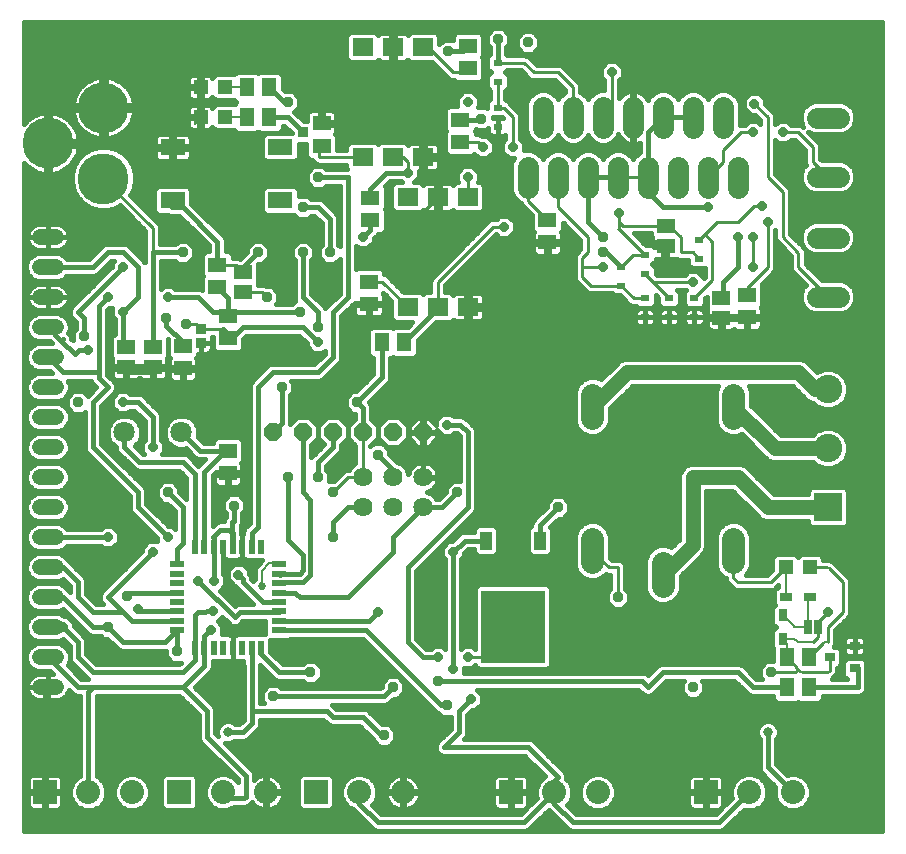
<source format=gtl>
G75*
%MOIN*%
%OFA0B0*%
%FSLAX25Y25*%
%IPPOS*%
%LPD*%
%AMOC8*
5,1,8,0,0,1.08239X$1,22.5*
%
%ADD10R,0.05906X0.05118*%
%ADD11R,0.03150X0.02362*%
%ADD12R,0.03150X0.03937*%
%ADD13R,0.03937X0.03150*%
%ADD14OC8,0.06000*%
%ADD15R,0.02200X0.05000*%
%ADD16R,0.05000X0.02200*%
%ADD17C,0.07087*%
%ADD18C,0.06400*%
%ADD19C,0.17000*%
%ADD20R,0.09500X0.09500*%
%ADD21C,0.09500*%
%ADD22R,0.02500X0.05000*%
%ADD23R,0.07008X0.05984*%
%ADD24R,0.03543X0.03150*%
%ADD25R,0.05118X0.06299*%
%ADD26R,0.06299X0.05118*%
%ADD27R,0.03543X0.03346*%
%ADD28C,0.07050*%
%ADD29C,0.07087*%
%ADD30R,0.08300X0.05500*%
%ADD31C,0.07800*%
%ADD32R,0.04724X0.04724*%
%ADD33R,0.21260X0.24409*%
%ADD34R,0.03937X0.06299*%
%ADD35R,0.08000X0.08000*%
%ADD36C,0.08000*%
%ADD37C,0.05200*%
%ADD38C,0.01600*%
%ADD39OC8,0.03562*%
%ADD40C,0.00800*%
%ADD41C,0.01000*%
%ADD42OC8,0.03200*%
%ADD43R,0.03562X0.03562*%
%ADD44C,0.03200*%
%ADD45C,0.02700*%
%ADD46C,0.05000*%
D10*
X0074167Y0123060D03*
X0074167Y0130540D03*
X0059167Y0158060D03*
X0059167Y0165540D03*
X0049167Y0165146D03*
X0049167Y0158454D03*
X0040167Y0158454D03*
X0040167Y0165146D03*
X0079167Y0183454D03*
X0079167Y0190146D03*
X0220167Y0198954D03*
X0220167Y0205646D03*
X0238667Y0181646D03*
X0238667Y0174954D03*
D11*
X0229667Y0175150D03*
X0229667Y0181450D03*
X0221167Y0181450D03*
X0221167Y0175150D03*
X0213167Y0175150D03*
X0213167Y0181450D03*
X0213167Y0189650D03*
X0213167Y0195950D03*
X0205167Y0191950D03*
X0205167Y0185650D03*
X0231167Y0194650D03*
X0231167Y0200950D03*
X0164167Y0238650D03*
X0164167Y0244950D03*
X0164167Y0253650D03*
X0164167Y0259950D03*
D12*
X0259167Y0075737D03*
X0259167Y0067863D03*
D13*
X0260230Y0081800D03*
X0268104Y0081800D03*
D14*
X0139167Y0136800D03*
X0129167Y0136800D03*
X0119167Y0136800D03*
X0109167Y0136800D03*
X0099167Y0136800D03*
X0089167Y0136800D03*
D15*
X0085190Y0098700D03*
X0082041Y0098700D03*
X0078891Y0098700D03*
X0075741Y0098700D03*
X0072592Y0098700D03*
X0069442Y0098700D03*
X0066293Y0098700D03*
X0063143Y0098700D03*
X0063143Y0064900D03*
X0066293Y0064900D03*
X0069442Y0064900D03*
X0072592Y0064900D03*
X0075741Y0064900D03*
X0078891Y0064900D03*
X0082041Y0064900D03*
X0085190Y0064900D03*
D16*
X0091067Y0070776D03*
X0091067Y0073926D03*
X0091067Y0077076D03*
X0091067Y0080225D03*
X0091067Y0083375D03*
X0091067Y0086524D03*
X0091067Y0089674D03*
X0091067Y0092824D03*
X0057267Y0092824D03*
X0057267Y0089674D03*
X0057267Y0086524D03*
X0057267Y0083375D03*
X0057267Y0080225D03*
X0057267Y0077076D03*
X0057267Y0073926D03*
X0057267Y0070776D03*
D17*
X0174167Y0218257D02*
X0174167Y0225343D01*
X0184167Y0225343D02*
X0184167Y0218257D01*
X0194167Y0218257D02*
X0194167Y0225343D01*
X0204167Y0225343D02*
X0204167Y0218257D01*
X0214167Y0218257D02*
X0214167Y0225343D01*
X0224167Y0225343D02*
X0224167Y0218257D01*
X0234167Y0218257D02*
X0234167Y0225343D01*
X0244167Y0225343D02*
X0244167Y0218257D01*
X0239167Y0238257D02*
X0239167Y0245343D01*
X0229167Y0245343D02*
X0229167Y0238257D01*
X0219167Y0238257D02*
X0219167Y0245343D01*
X0209167Y0245343D02*
X0209167Y0238257D01*
X0199167Y0238257D02*
X0199167Y0245343D01*
X0189167Y0245343D02*
X0189167Y0238257D01*
X0179167Y0238257D02*
X0179167Y0245343D01*
D18*
X0139167Y0121800D03*
X0139167Y0111800D03*
X0129167Y0111800D03*
X0119167Y0111800D03*
X0119167Y0121800D03*
X0129167Y0121800D03*
D19*
X0032667Y0221363D03*
X0014163Y0233174D03*
X0032667Y0244985D03*
D20*
X0274167Y0111800D03*
D21*
X0274167Y0131485D03*
X0274167Y0151170D03*
D22*
X0270938Y0071800D03*
X0267395Y0071800D03*
D23*
X0154167Y0178513D03*
X0144167Y0178513D03*
X0134167Y0178513D03*
X0134167Y0215087D03*
X0144167Y0215087D03*
X0154167Y0215087D03*
X0139167Y0228513D03*
X0129167Y0228513D03*
X0119167Y0228513D03*
X0119167Y0265087D03*
X0129167Y0265087D03*
X0139167Y0265087D03*
D24*
X0283104Y0065540D03*
X0283104Y0058060D03*
X0274836Y0061800D03*
D25*
X0267907Y0061800D03*
X0260427Y0061800D03*
X0260427Y0051800D03*
X0267907Y0051800D03*
X0132907Y0166800D03*
X0125427Y0166800D03*
X0087907Y0241800D03*
X0080427Y0241800D03*
X0080427Y0251800D03*
X0087907Y0251800D03*
D26*
X0105348Y0239753D03*
X0105348Y0232272D03*
X0121667Y0215040D03*
X0121667Y0207560D03*
X0121167Y0187040D03*
X0121167Y0179560D03*
X0074167Y0175540D03*
X0074167Y0168060D03*
X0070667Y0185060D03*
X0070667Y0192540D03*
X0151667Y0233560D03*
X0151667Y0241040D03*
X0154167Y0258060D03*
X0154167Y0265540D03*
X0180667Y0207540D03*
X0180667Y0200060D03*
X0247167Y0182540D03*
X0247167Y0175060D03*
D27*
X0065167Y0171083D03*
X0065167Y0166517D03*
D28*
X0270642Y0181957D02*
X0277692Y0181957D01*
X0277692Y0201643D02*
X0270642Y0201643D01*
X0270642Y0221957D02*
X0277692Y0221957D01*
X0277692Y0241643D02*
X0270642Y0241643D01*
D29*
X0058667Y0136800D03*
X0039667Y0136800D03*
D30*
X0055767Y0214100D03*
X0055767Y0231800D03*
X0091667Y0231800D03*
X0091667Y0214100D03*
D31*
X0195667Y0149200D02*
X0195667Y0141400D01*
X0195667Y0101200D02*
X0195667Y0093400D01*
X0219167Y0093200D02*
X0219167Y0085400D01*
X0242667Y0093400D02*
X0242667Y0101200D01*
X0242667Y0141400D02*
X0242667Y0149200D01*
D32*
X0260033Y0091800D03*
X0268301Y0091800D03*
X0073301Y0241800D03*
X0065033Y0241800D03*
X0065033Y0251800D03*
X0073301Y0251800D03*
D33*
X0169167Y0071957D03*
D34*
X0178143Y0100698D03*
X0160190Y0100698D03*
D35*
X0168467Y0016800D03*
X0233467Y0016800D03*
X0103467Y0016800D03*
X0057967Y0016800D03*
X0013167Y0016800D03*
D36*
X0027646Y0016800D03*
X0042126Y0016800D03*
X0072446Y0016800D03*
X0086926Y0016800D03*
X0117946Y0016800D03*
X0132426Y0016800D03*
X0182946Y0016800D03*
X0197426Y0016800D03*
X0247946Y0016800D03*
X0262426Y0016800D03*
D37*
X0016767Y0051800D02*
X0011567Y0051800D01*
X0011567Y0061800D02*
X0016767Y0061800D01*
X0016767Y0071800D02*
X0011567Y0071800D01*
X0011567Y0081800D02*
X0016767Y0081800D01*
X0016767Y0091800D02*
X0011567Y0091800D01*
X0011567Y0101800D02*
X0016767Y0101800D01*
X0016767Y0111800D02*
X0011567Y0111800D01*
X0011567Y0121800D02*
X0016767Y0121800D01*
X0016767Y0131800D02*
X0011567Y0131800D01*
X0011567Y0141800D02*
X0016767Y0141800D01*
X0016767Y0151800D02*
X0011567Y0151800D01*
X0011567Y0161800D02*
X0016767Y0161800D01*
X0016767Y0171800D02*
X0011567Y0171800D01*
X0011567Y0181800D02*
X0016767Y0181800D01*
X0016767Y0191800D02*
X0011567Y0191800D01*
X0011567Y0201800D02*
X0016767Y0201800D01*
D38*
X0006167Y0226681D02*
X0006167Y0003800D01*
X0292088Y0003800D01*
X0292088Y0273501D01*
X0006167Y0273501D01*
X0006167Y0239667D01*
X0006470Y0240048D01*
X0007289Y0240866D01*
X0008193Y0241588D01*
X0009173Y0242203D01*
X0010215Y0242705D01*
X0011307Y0243087D01*
X0012435Y0243344D01*
X0013363Y0243449D01*
X0013363Y0233974D01*
X0014963Y0233974D01*
X0024438Y0233974D01*
X0024333Y0234902D01*
X0024076Y0236030D01*
X0023694Y0237122D01*
X0023192Y0238164D01*
X0022576Y0239144D01*
X0021855Y0240048D01*
X0021037Y0240866D01*
X0020132Y0241588D01*
X0019153Y0242203D01*
X0018111Y0242705D01*
X0017019Y0243087D01*
X0015891Y0243344D01*
X0014963Y0243449D01*
X0014963Y0233974D01*
X0014963Y0232374D01*
X0024438Y0232374D01*
X0024333Y0231446D01*
X0024076Y0230318D01*
X0023694Y0229226D01*
X0023192Y0228184D01*
X0022576Y0227204D01*
X0021855Y0226300D01*
X0021037Y0225482D01*
X0020132Y0224760D01*
X0019153Y0224145D01*
X0018111Y0223643D01*
X0017019Y0223261D01*
X0015891Y0223004D01*
X0014963Y0222899D01*
X0014963Y0232374D01*
X0013363Y0232374D01*
X0013363Y0222899D01*
X0012435Y0223004D01*
X0011307Y0223261D01*
X0010215Y0223643D01*
X0009173Y0224145D01*
X0008193Y0224760D01*
X0007289Y0225482D01*
X0006470Y0226300D01*
X0006167Y0226681D01*
X0006167Y0225592D02*
X0007179Y0225592D01*
X0006167Y0223993D02*
X0009488Y0223993D01*
X0006167Y0222395D02*
X0022167Y0222395D01*
X0022167Y0222745D02*
X0022167Y0219981D01*
X0022882Y0217310D01*
X0024265Y0214916D01*
X0026220Y0212961D01*
X0028614Y0211579D01*
X0031284Y0210863D01*
X0034049Y0210863D01*
X0036720Y0211579D01*
X0038112Y0212382D01*
X0046667Y0203827D01*
X0046667Y0198081D01*
X0046367Y0197357D01*
X0046367Y0193560D01*
X0045753Y0194174D01*
X0040753Y0199174D01*
X0039724Y0199600D01*
X0033610Y0199600D01*
X0032581Y0199174D01*
X0031793Y0198386D01*
X0028007Y0194600D01*
X0020472Y0194600D01*
X0019372Y0195700D01*
X0017682Y0196400D01*
X0010652Y0196400D01*
X0008961Y0195700D01*
X0007667Y0194406D01*
X0006967Y0192715D01*
X0006967Y0190885D01*
X0007667Y0189194D01*
X0008961Y0187900D01*
X0010652Y0187200D01*
X0017682Y0187200D01*
X0019372Y0187900D01*
X0020472Y0189000D01*
X0029724Y0189000D01*
X0030753Y0189426D01*
X0035326Y0194000D01*
X0036276Y0194000D01*
X0035567Y0193291D01*
X0035567Y0192160D01*
X0022581Y0179174D01*
X0021793Y0178386D01*
X0021367Y0177357D01*
X0021367Y0176243D01*
X0021793Y0175214D01*
X0023367Y0173640D01*
X0023367Y0171347D01*
X0022386Y0170366D01*
X0022386Y0167541D01*
X0021967Y0167960D01*
X0021967Y0168357D01*
X0021540Y0169386D01*
X0020978Y0169948D01*
X0021367Y0170885D01*
X0021367Y0172715D01*
X0020666Y0174406D01*
X0019372Y0175700D01*
X0017682Y0176400D01*
X0010652Y0176400D01*
X0008961Y0175700D01*
X0007667Y0174406D01*
X0006967Y0172715D01*
X0006967Y0170885D01*
X0007667Y0169194D01*
X0008961Y0167900D01*
X0010652Y0167200D01*
X0014807Y0167200D01*
X0015607Y0166400D01*
X0010652Y0166400D01*
X0008961Y0165700D01*
X0007667Y0164406D01*
X0006967Y0162715D01*
X0006967Y0160885D01*
X0007667Y0159194D01*
X0008961Y0157900D01*
X0010652Y0157200D01*
X0014807Y0157200D01*
X0015607Y0156400D01*
X0010652Y0156400D01*
X0008961Y0155700D01*
X0007667Y0154406D01*
X0006967Y0152715D01*
X0006967Y0150885D01*
X0007667Y0149194D01*
X0008961Y0147900D01*
X0010652Y0147200D01*
X0017682Y0147200D01*
X0019372Y0147900D01*
X0020666Y0149194D01*
X0021367Y0150885D01*
X0021367Y0152715D01*
X0020834Y0154000D01*
X0028467Y0154000D01*
X0028793Y0153214D01*
X0030207Y0151800D01*
X0027360Y0148954D01*
X0025733Y0150581D01*
X0022600Y0150581D01*
X0020386Y0148366D01*
X0020386Y0145234D01*
X0022600Y0143019D01*
X0025733Y0143019D01*
X0026367Y0143653D01*
X0026367Y0131243D01*
X0026793Y0130214D01*
X0027581Y0129426D01*
X0041367Y0115640D01*
X0041367Y0111243D01*
X0041793Y0110214D01*
X0042581Y0109426D01*
X0050567Y0101440D01*
X0050567Y0100400D01*
X0047675Y0100400D01*
X0045567Y0098291D01*
X0045567Y0097160D01*
X0032581Y0084174D01*
X0031793Y0083386D01*
X0031367Y0082357D01*
X0031367Y0081243D01*
X0031793Y0080214D01*
X0032407Y0079600D01*
X0030326Y0079600D01*
X0026967Y0082960D01*
X0026967Y0087357D01*
X0026540Y0088386D01*
X0021540Y0093386D01*
X0020769Y0094157D01*
X0020666Y0094406D01*
X0019372Y0095700D01*
X0017682Y0096400D01*
X0010652Y0096400D01*
X0008961Y0095700D01*
X0007667Y0094406D01*
X0006967Y0092715D01*
X0006967Y0090885D01*
X0007667Y0089194D01*
X0008961Y0087900D01*
X0010652Y0087200D01*
X0017682Y0087200D01*
X0019184Y0087822D01*
X0021367Y0085640D01*
X0021367Y0083560D01*
X0020769Y0084157D01*
X0020666Y0084406D01*
X0019372Y0085700D01*
X0017682Y0086400D01*
X0010652Y0086400D01*
X0008961Y0085700D01*
X0007667Y0084406D01*
X0006967Y0082715D01*
X0006967Y0080885D01*
X0007667Y0079194D01*
X0008961Y0077900D01*
X0010652Y0077200D01*
X0017682Y0077200D01*
X0019184Y0077822D01*
X0026793Y0070214D01*
X0027581Y0069426D01*
X0028610Y0069000D01*
X0031619Y0069000D01*
X0032600Y0068019D01*
X0033988Y0068019D01*
X0036793Y0065214D01*
X0037581Y0064426D01*
X0038610Y0064000D01*
X0053386Y0064000D01*
X0053386Y0062234D01*
X0055600Y0060019D01*
X0058426Y0060019D01*
X0058007Y0059600D01*
X0030326Y0059600D01*
X0026967Y0062960D01*
X0026967Y0067357D01*
X0026540Y0068386D01*
X0022767Y0072160D01*
X0022767Y0073291D01*
X0020658Y0075400D01*
X0019672Y0075400D01*
X0019372Y0075700D01*
X0017682Y0076400D01*
X0010652Y0076400D01*
X0008961Y0075700D01*
X0007667Y0074406D01*
X0006967Y0072715D01*
X0006967Y0070885D01*
X0007667Y0069194D01*
X0008961Y0067900D01*
X0010652Y0067200D01*
X0017682Y0067200D01*
X0019184Y0067822D01*
X0021367Y0065640D01*
X0021367Y0061243D01*
X0021793Y0060214D01*
X0022581Y0059426D01*
X0027407Y0054600D01*
X0025326Y0054600D01*
X0020686Y0059241D01*
X0021367Y0060885D01*
X0021367Y0062715D01*
X0020666Y0064406D01*
X0019372Y0065700D01*
X0017682Y0066400D01*
X0010652Y0066400D01*
X0008961Y0065700D01*
X0007667Y0064406D01*
X0006967Y0062715D01*
X0006967Y0060885D01*
X0007667Y0059194D01*
X0008961Y0057900D01*
X0010652Y0057200D01*
X0014807Y0057200D01*
X0015807Y0056200D01*
X0014167Y0056200D01*
X0014167Y0051800D01*
X0014167Y0047400D01*
X0017113Y0047400D01*
X0017797Y0047508D01*
X0018456Y0047722D01*
X0019073Y0048037D01*
X0019633Y0048444D01*
X0020123Y0048934D01*
X0020530Y0049494D01*
X0020844Y0050111D01*
X0021058Y0050770D01*
X0021083Y0050924D01*
X0021793Y0050214D01*
X0022581Y0049426D01*
X0023610Y0049000D01*
X0024846Y0049000D01*
X0024846Y0022135D01*
X0024247Y0021887D01*
X0022560Y0020199D01*
X0021646Y0017993D01*
X0021646Y0015607D01*
X0022560Y0013401D01*
X0024247Y0011713D01*
X0026453Y0010800D01*
X0028840Y0010800D01*
X0031045Y0011713D01*
X0032733Y0013401D01*
X0033646Y0015607D01*
X0033646Y0017993D01*
X0032733Y0020199D01*
X0031045Y0021887D01*
X0030446Y0022135D01*
X0030446Y0049000D01*
X0058007Y0049000D01*
X0064367Y0042640D01*
X0064367Y0034743D01*
X0064793Y0033714D01*
X0077367Y0021140D01*
X0077367Y0020365D01*
X0075845Y0021887D01*
X0073640Y0022800D01*
X0071253Y0022800D01*
X0069047Y0021887D01*
X0067360Y0020199D01*
X0066446Y0017993D01*
X0066446Y0015607D01*
X0067360Y0013401D01*
X0069047Y0011713D01*
X0071253Y0010800D01*
X0073640Y0010800D01*
X0075845Y0011713D01*
X0076131Y0012000D01*
X0080224Y0012000D01*
X0081253Y0012426D01*
X0082040Y0013214D01*
X0082227Y0013400D01*
X0082502Y0013022D01*
X0083147Y0012376D01*
X0083886Y0011839D01*
X0084699Y0011425D01*
X0085568Y0011143D01*
X0086469Y0011000D01*
X0086545Y0011000D01*
X0086545Y0016419D01*
X0087307Y0016419D01*
X0087307Y0017181D01*
X0092726Y0017181D01*
X0092726Y0017256D01*
X0092583Y0018158D01*
X0092301Y0019026D01*
X0091886Y0019840D01*
X0091350Y0020578D01*
X0090704Y0021224D01*
X0089966Y0021761D01*
X0089152Y0022175D01*
X0088284Y0022457D01*
X0087382Y0022600D01*
X0087307Y0022600D01*
X0087307Y0017181D01*
X0086545Y0017181D01*
X0086545Y0022600D01*
X0086469Y0022600D01*
X0085568Y0022457D01*
X0084699Y0022175D01*
X0083886Y0021761D01*
X0083147Y0021224D01*
X0082967Y0021043D01*
X0082967Y0022857D01*
X0082540Y0023886D01*
X0073068Y0033359D01*
X0073451Y0033200D01*
X0074883Y0033200D01*
X0076206Y0033748D01*
X0076458Y0034000D01*
X0079724Y0034000D01*
X0080753Y0034426D01*
X0083753Y0037426D01*
X0084540Y0038214D01*
X0084967Y0039243D01*
X0084967Y0041000D01*
X0106007Y0041000D01*
X0107581Y0039426D01*
X0108610Y0039000D01*
X0118007Y0039000D01*
X0122386Y0034621D01*
X0122386Y0034234D01*
X0124600Y0032019D01*
X0127733Y0032019D01*
X0129948Y0034234D01*
X0129948Y0037366D01*
X0127733Y0039581D01*
X0125345Y0039581D01*
X0121540Y0043386D01*
X0120753Y0044174D01*
X0119724Y0044600D01*
X0110326Y0044600D01*
X0108926Y0046000D01*
X0126724Y0046000D01*
X0127753Y0046426D01*
X0128540Y0047214D01*
X0129345Y0048019D01*
X0130733Y0048019D01*
X0132948Y0050234D01*
X0132948Y0053366D01*
X0130733Y0055581D01*
X0127600Y0055581D01*
X0125386Y0053366D01*
X0125386Y0051979D01*
X0125007Y0051600D01*
X0091714Y0051600D01*
X0090733Y0052581D01*
X0087600Y0052581D01*
X0085386Y0050366D01*
X0085386Y0047234D01*
X0086019Y0046600D01*
X0084967Y0046600D01*
X0084967Y0059087D01*
X0089628Y0054426D01*
X0090657Y0054000D01*
X0099119Y0054000D01*
X0100100Y0053019D01*
X0103233Y0053019D01*
X0105448Y0055234D01*
X0105448Y0058366D01*
X0103233Y0060581D01*
X0100100Y0060581D01*
X0099119Y0059600D01*
X0092374Y0059600D01*
X0088290Y0063683D01*
X0088290Y0067676D01*
X0094395Y0067676D01*
X0094695Y0067976D01*
X0119030Y0067976D01*
X0143581Y0043426D01*
X0144610Y0043000D01*
X0144619Y0043000D01*
X0145600Y0042019D01*
X0148367Y0042019D01*
X0148367Y0037960D01*
X0144581Y0034174D01*
X0144581Y0034174D01*
X0143793Y0033386D01*
X0143367Y0032357D01*
X0143367Y0031243D01*
X0143793Y0030214D01*
X0144581Y0029426D01*
X0145610Y0029000D01*
X0173007Y0029000D01*
X0179953Y0022054D01*
X0179547Y0021887D01*
X0177860Y0020199D01*
X0176946Y0017993D01*
X0176946Y0015607D01*
X0177194Y0015008D01*
X0173942Y0011756D01*
X0174144Y0012105D01*
X0174267Y0012563D01*
X0174267Y0016419D01*
X0168848Y0016419D01*
X0168848Y0017181D01*
X0174267Y0017181D01*
X0174267Y0021037D01*
X0174144Y0021495D01*
X0173907Y0021905D01*
X0173572Y0022240D01*
X0173161Y0022477D01*
X0172704Y0022600D01*
X0168848Y0022600D01*
X0168848Y0017181D01*
X0168086Y0017181D01*
X0168086Y0022600D01*
X0164230Y0022600D01*
X0163772Y0022477D01*
X0163361Y0022240D01*
X0163026Y0021905D01*
X0162789Y0021495D01*
X0162667Y0021037D01*
X0162667Y0017181D01*
X0168085Y0017181D01*
X0168085Y0016419D01*
X0162667Y0016419D01*
X0162667Y0012563D01*
X0162789Y0012105D01*
X0163026Y0011695D01*
X0163361Y0011360D01*
X0163772Y0011123D01*
X0164230Y0011000D01*
X0168086Y0011000D01*
X0168086Y0016419D01*
X0168848Y0016419D01*
X0168848Y0011000D01*
X0172704Y0011000D01*
X0173161Y0011123D01*
X0173511Y0011324D01*
X0171786Y0009600D01*
X0125326Y0009600D01*
X0122279Y0012647D01*
X0123033Y0013401D01*
X0123946Y0015607D01*
X0123946Y0017993D01*
X0123033Y0020199D01*
X0121345Y0021887D01*
X0119140Y0022800D01*
X0116753Y0022800D01*
X0114547Y0021887D01*
X0112860Y0020199D01*
X0111946Y0017993D01*
X0111946Y0015607D01*
X0112860Y0013401D01*
X0114547Y0011713D01*
X0115821Y0011186D01*
X0116360Y0010647D01*
X0116360Y0010647D01*
X0122581Y0004426D01*
X0123610Y0004000D01*
X0173503Y0004000D01*
X0174532Y0004426D01*
X0181056Y0010950D01*
X0181360Y0010647D01*
X0187581Y0004426D01*
X0188610Y0004000D01*
X0238503Y0004000D01*
X0239532Y0004426D01*
X0240320Y0005214D01*
X0246154Y0011048D01*
X0246753Y0010800D01*
X0249140Y0010800D01*
X0251345Y0011713D01*
X0253033Y0013401D01*
X0253946Y0015607D01*
X0253946Y0017993D01*
X0253033Y0020199D01*
X0251345Y0021887D01*
X0249140Y0022800D01*
X0246753Y0022800D01*
X0244547Y0021887D01*
X0242860Y0020199D01*
X0241946Y0017993D01*
X0241946Y0015607D01*
X0242194Y0015008D01*
X0238942Y0011756D01*
X0239144Y0012105D01*
X0239267Y0012563D01*
X0239267Y0016419D01*
X0233848Y0016419D01*
X0233848Y0017181D01*
X0239267Y0017181D01*
X0239267Y0021037D01*
X0239144Y0021495D01*
X0238907Y0021905D01*
X0238572Y0022240D01*
X0238161Y0022477D01*
X0237704Y0022600D01*
X0233848Y0022600D01*
X0233848Y0017181D01*
X0233086Y0017181D01*
X0233086Y0022600D01*
X0229230Y0022600D01*
X0228772Y0022477D01*
X0228361Y0022240D01*
X0228026Y0021905D01*
X0227789Y0021495D01*
X0227667Y0021037D01*
X0227667Y0017181D01*
X0233085Y0017181D01*
X0233085Y0016419D01*
X0227667Y0016419D01*
X0227667Y0012563D01*
X0227789Y0012105D01*
X0228026Y0011695D01*
X0228361Y0011360D01*
X0228772Y0011123D01*
X0229230Y0011000D01*
X0233086Y0011000D01*
X0233086Y0016419D01*
X0233848Y0016419D01*
X0233848Y0011000D01*
X0237704Y0011000D01*
X0238161Y0011123D01*
X0238511Y0011324D01*
X0236786Y0009600D01*
X0190326Y0009600D01*
X0187279Y0012647D01*
X0188033Y0013401D01*
X0188946Y0015607D01*
X0188946Y0017993D01*
X0188033Y0020199D01*
X0186967Y0021265D01*
X0186967Y0022357D01*
X0186540Y0023386D01*
X0175753Y0034174D01*
X0174724Y0034600D01*
X0152926Y0034600D01*
X0153540Y0035214D01*
X0153967Y0036243D01*
X0153967Y0042640D01*
X0155526Y0044200D01*
X0156658Y0044200D01*
X0158767Y0046309D01*
X0158767Y0049291D01*
X0157058Y0051000D01*
X0211007Y0051000D01*
X0212581Y0049426D01*
X0213610Y0049000D01*
X0214724Y0049000D01*
X0215753Y0049426D01*
X0216540Y0050214D01*
X0220326Y0054000D01*
X0226019Y0054000D01*
X0225386Y0053366D01*
X0225386Y0050234D01*
X0227600Y0048019D01*
X0230733Y0048019D01*
X0232948Y0050234D01*
X0232948Y0053366D01*
X0232314Y0054000D01*
X0243007Y0054000D01*
X0246793Y0050214D01*
X0246793Y0050214D01*
X0247581Y0049426D01*
X0248610Y0049000D01*
X0255867Y0049000D01*
X0255867Y0047822D01*
X0257039Y0046650D01*
X0263814Y0046650D01*
X0264167Y0047003D01*
X0264519Y0046650D01*
X0271294Y0046650D01*
X0272466Y0047822D01*
X0272466Y0049000D01*
X0284724Y0049000D01*
X0285753Y0049426D01*
X0286540Y0050214D01*
X0286967Y0051243D01*
X0286967Y0058617D01*
X0286875Y0058837D01*
X0286875Y0060463D01*
X0285704Y0061635D01*
X0280504Y0061635D01*
X0279332Y0060463D01*
X0279332Y0055657D01*
X0280389Y0054600D01*
X0275388Y0054600D01*
X0275583Y0054681D01*
X0275959Y0055057D01*
X0275969Y0055067D01*
X0276286Y0055384D01*
X0276311Y0055409D01*
X0276803Y0055901D01*
X0277336Y0057187D01*
X0277336Y0058225D01*
X0277436Y0058225D01*
X0278608Y0059397D01*
X0278608Y0064203D01*
X0277436Y0065375D01*
X0276277Y0065375D01*
X0276286Y0065384D01*
X0276667Y0066303D01*
X0276667Y0070764D01*
X0280583Y0074681D01*
X0281286Y0075384D01*
X0281667Y0076303D01*
X0281667Y0087297D01*
X0281286Y0088216D01*
X0275876Y0093627D01*
X0275169Y0093919D01*
X0274250Y0094300D01*
X0272663Y0094300D01*
X0272663Y0094991D01*
X0271491Y0096162D01*
X0265110Y0096162D01*
X0264167Y0095219D01*
X0263223Y0096162D01*
X0256842Y0096162D01*
X0255671Y0094991D01*
X0255671Y0090973D01*
X0253997Y0089300D01*
X0246910Y0089300D01*
X0247668Y0090058D01*
X0248567Y0092226D01*
X0248567Y0102374D01*
X0247668Y0104542D01*
X0246009Y0106202D01*
X0243840Y0107100D01*
X0241493Y0107100D01*
X0239325Y0106202D01*
X0237665Y0104542D01*
X0236767Y0102374D01*
X0236767Y0092226D01*
X0237665Y0090058D01*
X0239325Y0088398D01*
X0240167Y0088049D01*
X0240167Y0087803D01*
X0240547Y0086884D01*
X0241251Y0086181D01*
X0242751Y0084681D01*
X0243669Y0084300D01*
X0255530Y0084300D01*
X0256449Y0084681D01*
X0257152Y0085384D01*
X0257633Y0085864D01*
X0257633Y0085375D01*
X0257433Y0085375D01*
X0256261Y0084203D01*
X0256261Y0079397D01*
X0256358Y0079300D01*
X0255592Y0078534D01*
X0255592Y0072940D01*
X0256732Y0071800D01*
X0255592Y0070660D01*
X0255592Y0065066D01*
X0255867Y0064790D01*
X0255867Y0060581D01*
X0253600Y0060581D01*
X0251386Y0058366D01*
X0251386Y0055234D01*
X0252019Y0054600D01*
X0250326Y0054600D01*
X0245753Y0059174D01*
X0244724Y0059600D01*
X0218610Y0059600D01*
X0217581Y0059174D01*
X0216793Y0058386D01*
X0214167Y0055760D01*
X0213753Y0056174D01*
X0212724Y0056600D01*
X0152767Y0056600D01*
X0152767Y0058200D01*
X0155658Y0058200D01*
X0156537Y0059079D01*
X0156537Y0058924D01*
X0157708Y0057753D01*
X0180625Y0057753D01*
X0181797Y0058924D01*
X0181797Y0084991D01*
X0180625Y0086162D01*
X0157708Y0086162D01*
X0156537Y0084991D01*
X0156537Y0064521D01*
X0155658Y0065400D01*
X0152675Y0065400D01*
X0151967Y0064691D01*
X0151967Y0094509D01*
X0152767Y0095309D01*
X0152767Y0096440D01*
X0154224Y0097898D01*
X0156222Y0097898D01*
X0156222Y0096720D01*
X0157393Y0095548D01*
X0162987Y0095548D01*
X0164159Y0096720D01*
X0164159Y0104676D01*
X0162987Y0105847D01*
X0157393Y0105847D01*
X0156222Y0104676D01*
X0156222Y0103498D01*
X0152507Y0103498D01*
X0151478Y0103071D01*
X0148807Y0100400D01*
X0147675Y0100400D01*
X0145567Y0098291D01*
X0145567Y0095309D01*
X0146367Y0094509D01*
X0146367Y0064691D01*
X0145658Y0065400D01*
X0142675Y0065400D01*
X0141875Y0064600D01*
X0140326Y0064600D01*
X0136967Y0067960D01*
X0136967Y0090640D01*
X0156540Y0110214D01*
X0156967Y0111243D01*
X0156967Y0137357D01*
X0156540Y0138386D01*
X0154040Y0140886D01*
X0153253Y0141674D01*
X0152224Y0142100D01*
X0149458Y0142100D01*
X0148658Y0142900D01*
X0145675Y0142900D01*
X0143567Y0140791D01*
X0143567Y0139188D01*
X0141155Y0141600D01*
X0139367Y0141600D01*
X0139367Y0137000D01*
X0143967Y0137000D01*
X0143967Y0137409D01*
X0145675Y0135700D01*
X0148658Y0135700D01*
X0149458Y0136500D01*
X0150507Y0136500D01*
X0151367Y0135640D01*
X0151367Y0120581D01*
X0149100Y0120581D01*
X0146886Y0118366D01*
X0146886Y0116979D01*
X0144507Y0114600D01*
X0143635Y0114600D01*
X0143575Y0114746D01*
X0142112Y0116208D01*
X0140365Y0116932D01*
X0141086Y0117166D01*
X0141787Y0117524D01*
X0142424Y0117986D01*
X0142980Y0118543D01*
X0143443Y0119179D01*
X0143800Y0119881D01*
X0144044Y0120629D01*
X0144167Y0121406D01*
X0144167Y0121714D01*
X0139253Y0121714D01*
X0139253Y0121886D01*
X0144167Y0121886D01*
X0144167Y0122194D01*
X0144044Y0122971D01*
X0143800Y0123719D01*
X0143443Y0124421D01*
X0142980Y0125057D01*
X0142424Y0125614D01*
X0141787Y0126076D01*
X0141086Y0126434D01*
X0140337Y0126677D01*
X0139560Y0126800D01*
X0139252Y0126800D01*
X0139252Y0121886D01*
X0139081Y0121886D01*
X0139081Y0126800D01*
X0138773Y0126800D01*
X0137996Y0126677D01*
X0137247Y0126434D01*
X0136546Y0126076D01*
X0135909Y0125614D01*
X0135353Y0125057D01*
X0134890Y0124421D01*
X0134533Y0123719D01*
X0134299Y0122998D01*
X0133575Y0124746D01*
X0132112Y0126208D01*
X0130586Y0126841D01*
X0127948Y0129479D01*
X0127948Y0130866D01*
X0125733Y0133081D01*
X0122600Y0133081D01*
X0121667Y0132147D01*
X0121667Y0132229D01*
X0124167Y0134729D01*
X0127096Y0131800D01*
X0131238Y0131800D01*
X0134167Y0134729D01*
X0134167Y0138871D01*
X0131238Y0141800D01*
X0127096Y0141800D01*
X0124167Y0138871D01*
X0124167Y0134729D01*
X0124167Y0138871D01*
X0121967Y0141071D01*
X0121967Y0145357D01*
X0121540Y0146386D01*
X0121126Y0146800D01*
X0127800Y0153474D01*
X0128226Y0154503D01*
X0128226Y0161650D01*
X0128814Y0161650D01*
X0129167Y0162003D01*
X0129519Y0161650D01*
X0136294Y0161650D01*
X0137466Y0162822D01*
X0137466Y0167399D01*
X0143587Y0173520D01*
X0148499Y0173520D01*
X0149308Y0174330D01*
X0149557Y0174080D01*
X0149968Y0173843D01*
X0150426Y0173720D01*
X0153471Y0173720D01*
X0153471Y0177816D01*
X0154863Y0177816D01*
X0154863Y0173720D01*
X0157908Y0173720D01*
X0158365Y0173843D01*
X0158776Y0174080D01*
X0159111Y0174415D01*
X0159348Y0174826D01*
X0159471Y0175283D01*
X0159471Y0177817D01*
X0154863Y0177817D01*
X0154863Y0179209D01*
X0153471Y0179209D01*
X0153471Y0183305D01*
X0150426Y0183305D01*
X0149968Y0183182D01*
X0149557Y0182945D01*
X0149308Y0182696D01*
X0148499Y0183505D01*
X0146667Y0183505D01*
X0146667Y0185764D01*
X0163639Y0202737D01*
X0164675Y0201700D01*
X0167658Y0201700D01*
X0169767Y0203809D01*
X0169767Y0206791D01*
X0167658Y0208900D01*
X0164675Y0208900D01*
X0163575Y0207800D01*
X0162169Y0207800D01*
X0161251Y0207419D01*
X0142047Y0188216D01*
X0141667Y0187297D01*
X0141667Y0183505D01*
X0139834Y0183505D01*
X0139167Y0182837D01*
X0138499Y0183505D01*
X0132710Y0183505D01*
X0127055Y0189160D01*
X0126316Y0189466D01*
X0126316Y0190428D01*
X0125145Y0191599D01*
X0117189Y0191599D01*
X0116967Y0191377D01*
X0116967Y0198909D01*
X0117675Y0198200D01*
X0120658Y0198200D01*
X0122767Y0200309D01*
X0122767Y0201440D01*
X0124040Y0202714D01*
X0124159Y0203001D01*
X0125645Y0203001D01*
X0126816Y0204172D01*
X0126816Y0210947D01*
X0126464Y0211300D01*
X0126816Y0211653D01*
X0126816Y0218428D01*
X0126415Y0218829D01*
X0128086Y0220500D01*
X0131875Y0220500D01*
X0132296Y0220080D01*
X0129834Y0220080D01*
X0128663Y0218908D01*
X0128663Y0211267D01*
X0129834Y0210095D01*
X0138499Y0210095D01*
X0139308Y0210904D01*
X0139557Y0210655D01*
X0139968Y0210418D01*
X0140426Y0210295D01*
X0143471Y0210295D01*
X0143471Y0214391D01*
X0144863Y0214391D01*
X0144863Y0210295D01*
X0147908Y0210295D01*
X0148365Y0210418D01*
X0148776Y0210655D01*
X0149025Y0210904D01*
X0149834Y0210095D01*
X0158499Y0210095D01*
X0159671Y0211267D01*
X0159671Y0218908D01*
X0158499Y0220080D01*
X0157537Y0220080D01*
X0157767Y0220309D01*
X0157767Y0223291D01*
X0155658Y0225400D01*
X0152675Y0225400D01*
X0150567Y0223291D01*
X0150567Y0220309D01*
X0150796Y0220080D01*
X0149834Y0220080D01*
X0149025Y0219270D01*
X0148776Y0219520D01*
X0148365Y0219757D01*
X0147908Y0219880D01*
X0144863Y0219880D01*
X0144863Y0215784D01*
X0143471Y0215784D01*
X0143471Y0219880D01*
X0140426Y0219880D01*
X0139968Y0219757D01*
X0139557Y0219520D01*
X0139308Y0219270D01*
X0138499Y0220080D01*
X0136037Y0220080D01*
X0137767Y0221809D01*
X0137767Y0223720D01*
X0138471Y0223720D01*
X0138471Y0227816D01*
X0139863Y0227816D01*
X0139863Y0223720D01*
X0142908Y0223720D01*
X0143365Y0223843D01*
X0143776Y0224080D01*
X0144111Y0224415D01*
X0144348Y0224826D01*
X0144471Y0225283D01*
X0144471Y0227817D01*
X0139863Y0227817D01*
X0139863Y0229209D01*
X0138471Y0229209D01*
X0138471Y0233305D01*
X0135426Y0233305D01*
X0134968Y0233182D01*
X0134557Y0232945D01*
X0134308Y0232696D01*
X0133499Y0233505D01*
X0124834Y0233505D01*
X0124167Y0232837D01*
X0123499Y0233505D01*
X0114834Y0233505D01*
X0113663Y0232333D01*
X0113663Y0231013D01*
X0110497Y0231013D01*
X0110497Y0235660D01*
X0109986Y0236172D01*
X0110175Y0236499D01*
X0110297Y0236957D01*
X0110297Y0239273D01*
X0105827Y0239273D01*
X0105827Y0240232D01*
X0104868Y0240232D01*
X0104868Y0244112D01*
X0101961Y0244112D01*
X0101503Y0243989D01*
X0101093Y0243752D01*
X0100758Y0243417D01*
X0100521Y0243007D01*
X0100398Y0242549D01*
X0100398Y0240581D01*
X0099345Y0240581D01*
X0096320Y0243606D01*
X0097948Y0245234D01*
X0097948Y0248366D01*
X0095733Y0250581D01*
X0093086Y0250581D01*
X0092466Y0251201D01*
X0092466Y0255778D01*
X0091294Y0256950D01*
X0084519Y0256950D01*
X0084167Y0256597D01*
X0083814Y0256950D01*
X0077039Y0256950D01*
X0076252Y0256162D01*
X0070110Y0256162D01*
X0068974Y0255027D01*
X0068835Y0255267D01*
X0068500Y0255603D01*
X0068090Y0255840D01*
X0067632Y0255962D01*
X0065414Y0255962D01*
X0065414Y0252181D01*
X0064652Y0252181D01*
X0064652Y0255962D01*
X0062434Y0255962D01*
X0061976Y0255840D01*
X0061565Y0255603D01*
X0061230Y0255267D01*
X0060993Y0254857D01*
X0060871Y0254399D01*
X0060871Y0252181D01*
X0064652Y0252181D01*
X0064652Y0251419D01*
X0065414Y0251419D01*
X0065414Y0247638D01*
X0067632Y0247638D01*
X0068090Y0247760D01*
X0068500Y0247997D01*
X0068835Y0248333D01*
X0068974Y0248573D01*
X0070110Y0247438D01*
X0076252Y0247438D01*
X0076889Y0246800D01*
X0076252Y0246162D01*
X0070110Y0246162D01*
X0068974Y0245027D01*
X0068835Y0245267D01*
X0068500Y0245603D01*
X0068090Y0245840D01*
X0067632Y0245962D01*
X0065414Y0245962D01*
X0065414Y0242181D01*
X0064652Y0242181D01*
X0064652Y0245962D01*
X0062434Y0245962D01*
X0061976Y0245840D01*
X0061565Y0245603D01*
X0061230Y0245267D01*
X0060993Y0244857D01*
X0060871Y0244399D01*
X0060871Y0242181D01*
X0064652Y0242181D01*
X0064652Y0241419D01*
X0065414Y0241419D01*
X0065414Y0237638D01*
X0067632Y0237638D01*
X0068090Y0237760D01*
X0068500Y0237997D01*
X0068835Y0238333D01*
X0068974Y0238573D01*
X0070110Y0237438D01*
X0076252Y0237438D01*
X0077039Y0236650D01*
X0083814Y0236650D01*
X0084167Y0237003D01*
X0084519Y0236650D01*
X0091294Y0236650D01*
X0092466Y0237822D01*
X0092466Y0239000D01*
X0093007Y0239000D01*
X0095386Y0236621D01*
X0095386Y0236550D01*
X0086688Y0236550D01*
X0085517Y0235378D01*
X0085517Y0228222D01*
X0086688Y0227050D01*
X0096645Y0227050D01*
X0097817Y0228222D01*
X0097817Y0233019D01*
X0100198Y0233019D01*
X0100198Y0228885D01*
X0101370Y0227713D01*
X0102244Y0227713D01*
X0102500Y0227096D01*
X0103203Y0226393D01*
X0104122Y0226013D01*
X0113663Y0226013D01*
X0113663Y0224692D01*
X0113755Y0224600D01*
X0106714Y0224600D01*
X0105733Y0225581D01*
X0102600Y0225581D01*
X0100386Y0223366D01*
X0100386Y0220234D01*
X0102600Y0218019D01*
X0105733Y0218019D01*
X0106714Y0219000D01*
X0111367Y0219000D01*
X0111367Y0198947D01*
X0110967Y0199347D01*
X0110967Y0208357D01*
X0110540Y0209386D01*
X0106540Y0213386D01*
X0105753Y0214174D01*
X0104724Y0214600D01*
X0101714Y0214600D01*
X0100733Y0215581D01*
X0097817Y0215581D01*
X0097817Y0217678D01*
X0096645Y0218850D01*
X0086688Y0218850D01*
X0085517Y0217678D01*
X0085517Y0210522D01*
X0086688Y0209350D01*
X0096269Y0209350D01*
X0097600Y0208019D01*
X0100733Y0208019D01*
X0101714Y0209000D01*
X0103007Y0209000D01*
X0105367Y0206640D01*
X0105367Y0199347D01*
X0104386Y0198366D01*
X0104386Y0195234D01*
X0106600Y0193019D01*
X0109733Y0193019D01*
X0111367Y0194653D01*
X0111367Y0182960D01*
X0107581Y0179174D01*
X0106793Y0178386D01*
X0106667Y0178081D01*
X0106540Y0178386D01*
X0105753Y0179174D01*
X0101967Y0182960D01*
X0101967Y0194253D01*
X0102948Y0195234D01*
X0102948Y0198366D01*
X0100733Y0200581D01*
X0097600Y0200581D01*
X0095386Y0198366D01*
X0095386Y0195234D01*
X0096367Y0194253D01*
X0096367Y0181243D01*
X0096641Y0180581D01*
X0096600Y0180581D01*
X0095619Y0179600D01*
X0090314Y0179600D01*
X0090948Y0180234D01*
X0090948Y0183366D01*
X0088733Y0185581D01*
X0086910Y0185581D01*
X0086010Y0185954D01*
X0084119Y0185954D01*
X0084119Y0192793D01*
X0084345Y0193019D01*
X0085733Y0193019D01*
X0087948Y0195234D01*
X0087948Y0198366D01*
X0085733Y0200581D01*
X0082600Y0200581D01*
X0080386Y0198366D01*
X0080386Y0196979D01*
X0078112Y0194705D01*
X0078078Y0194705D01*
X0077270Y0195040D01*
X0075816Y0195040D01*
X0075816Y0195928D01*
X0074645Y0197099D01*
X0073467Y0197099D01*
X0073467Y0200857D01*
X0073040Y0201886D01*
X0061917Y0213010D01*
X0061917Y0217678D01*
X0060745Y0218850D01*
X0050788Y0218850D01*
X0049617Y0217678D01*
X0049617Y0210522D01*
X0050788Y0209350D01*
X0054165Y0209350D01*
X0055010Y0209000D01*
X0058007Y0209000D01*
X0067867Y0199140D01*
X0067867Y0197099D01*
X0066689Y0197099D01*
X0065517Y0195928D01*
X0065517Y0189153D01*
X0065870Y0188800D01*
X0065517Y0188447D01*
X0065517Y0184271D01*
X0064724Y0184600D01*
X0056458Y0184600D01*
X0055658Y0185400D01*
X0052675Y0185400D01*
X0051967Y0184691D01*
X0051967Y0194000D01*
X0056619Y0194000D01*
X0057600Y0193019D01*
X0060733Y0193019D01*
X0062948Y0195234D01*
X0062948Y0198366D01*
X0060733Y0200581D01*
X0057600Y0200581D01*
X0056619Y0199600D01*
X0051667Y0199600D01*
X0051667Y0205360D01*
X0051286Y0206279D01*
X0041647Y0215918D01*
X0042451Y0217310D01*
X0043167Y0219981D01*
X0043167Y0222745D01*
X0042451Y0225416D01*
X0041069Y0227810D01*
X0039114Y0229765D01*
X0036720Y0231147D01*
X0034049Y0231863D01*
X0031284Y0231863D01*
X0028614Y0231147D01*
X0026220Y0229765D01*
X0024265Y0227810D01*
X0022882Y0225416D01*
X0022167Y0222745D01*
X0022501Y0223993D02*
X0018837Y0223993D01*
X0021147Y0225592D02*
X0022984Y0225592D01*
X0022565Y0227190D02*
X0023907Y0227190D01*
X0023483Y0228789D02*
X0025243Y0228789D01*
X0024091Y0230387D02*
X0027297Y0230387D01*
X0024394Y0231986D02*
X0055192Y0231986D01*
X0055192Y0232375D02*
X0055192Y0231225D01*
X0056342Y0231225D01*
X0056342Y0232375D01*
X0061717Y0232375D01*
X0061717Y0234787D01*
X0061594Y0235245D01*
X0061357Y0235655D01*
X0061022Y0235990D01*
X0060611Y0236227D01*
X0060154Y0236350D01*
X0056342Y0236350D01*
X0056342Y0232375D01*
X0055192Y0232375D01*
X0055192Y0236350D01*
X0051380Y0236350D01*
X0050922Y0236227D01*
X0050511Y0235990D01*
X0050176Y0235655D01*
X0049939Y0235245D01*
X0049817Y0234787D01*
X0049817Y0232375D01*
X0055192Y0232375D01*
X0055192Y0231225D02*
X0049817Y0231225D01*
X0049817Y0228813D01*
X0049939Y0228355D01*
X0050176Y0227945D01*
X0050511Y0227610D01*
X0050922Y0227373D01*
X0051380Y0227250D01*
X0055192Y0227250D01*
X0055192Y0231225D01*
X0055192Y0230387D02*
X0056342Y0230387D01*
X0056342Y0231225D02*
X0056342Y0227250D01*
X0060154Y0227250D01*
X0060611Y0227373D01*
X0061022Y0227610D01*
X0061357Y0227945D01*
X0061594Y0228355D01*
X0061717Y0228813D01*
X0061717Y0231225D01*
X0056342Y0231225D01*
X0056342Y0231986D02*
X0085517Y0231986D01*
X0085517Y0233584D02*
X0061717Y0233584D01*
X0061611Y0235183D02*
X0085517Y0235183D01*
X0084389Y0236781D02*
X0083945Y0236781D01*
X0087907Y0241800D02*
X0094167Y0241800D01*
X0099167Y0236800D01*
X0095226Y0236781D02*
X0091425Y0236781D01*
X0092466Y0238380D02*
X0093627Y0238380D01*
X0096751Y0243175D02*
X0100618Y0243175D01*
X0100398Y0241577D02*
X0098350Y0241577D01*
X0097488Y0244774D02*
X0146863Y0244774D01*
X0146517Y0244428D02*
X0146517Y0237653D01*
X0146870Y0237300D01*
X0146517Y0236947D01*
X0146517Y0230172D01*
X0147689Y0229001D01*
X0155645Y0229001D01*
X0156260Y0229616D01*
X0157675Y0228200D01*
X0160658Y0228200D01*
X0162767Y0230309D01*
X0162767Y0233291D01*
X0160658Y0235400D01*
X0159102Y0235400D01*
X0158823Y0235679D01*
X0157904Y0236060D01*
X0156816Y0236060D01*
X0156816Y0236947D01*
X0156464Y0237300D01*
X0156816Y0237653D01*
X0156816Y0237803D01*
X0157100Y0237519D01*
X0160233Y0237519D01*
X0160792Y0238078D01*
X0160792Y0237232D01*
X0160915Y0236775D01*
X0161151Y0236364D01*
X0161487Y0236029D01*
X0161897Y0235792D01*
X0162355Y0235669D01*
X0164167Y0235669D01*
X0165978Y0235669D01*
X0166436Y0235792D01*
X0166667Y0235925D01*
X0166667Y0234391D01*
X0165567Y0233291D01*
X0165567Y0230309D01*
X0167675Y0228200D01*
X0169350Y0228200D01*
X0168623Y0226446D01*
X0168623Y0217154D01*
X0169467Y0215117D01*
X0171027Y0213557D01*
X0171792Y0213240D01*
X0172047Y0212624D01*
X0172751Y0211921D01*
X0175517Y0209154D01*
X0175517Y0204153D01*
X0176029Y0203641D01*
X0175840Y0203314D01*
X0175717Y0202856D01*
X0175717Y0200539D01*
X0180187Y0200539D01*
X0180187Y0199580D01*
X0181146Y0199580D01*
X0181146Y0195701D01*
X0184053Y0195701D01*
X0184511Y0195823D01*
X0184921Y0196060D01*
X0185257Y0196396D01*
X0185494Y0196806D01*
X0185616Y0197264D01*
X0185616Y0199580D01*
X0181146Y0199580D01*
X0181146Y0200539D01*
X0185616Y0200539D01*
X0185616Y0202856D01*
X0185494Y0203314D01*
X0185305Y0203641D01*
X0185816Y0204153D01*
X0185816Y0206615D01*
X0191667Y0200764D01*
X0191667Y0197836D01*
X0190197Y0196366D01*
X0189816Y0195447D01*
X0189816Y0188003D01*
X0190197Y0187085D01*
X0193751Y0183531D01*
X0194669Y0183150D01*
X0202082Y0183150D01*
X0202763Y0182469D01*
X0204812Y0182469D01*
X0207248Y0180033D01*
X0207951Y0179330D01*
X0208870Y0178950D01*
X0210082Y0178950D01*
X0210763Y0178269D01*
X0215570Y0178269D01*
X0216741Y0179440D01*
X0216741Y0182540D01*
X0217592Y0181690D01*
X0217592Y0179440D01*
X0218763Y0178269D01*
X0223570Y0178269D01*
X0224741Y0179440D01*
X0224741Y0183459D01*
X0223901Y0184300D01*
X0226575Y0184300D01*
X0226754Y0184121D01*
X0226092Y0183459D01*
X0226092Y0179440D01*
X0227263Y0178269D01*
X0232070Y0178269D01*
X0233241Y0179440D01*
X0233241Y0181489D01*
X0233714Y0181961D01*
X0233714Y0178259D01*
X0233979Y0177994D01*
X0233914Y0177750D01*
X0233914Y0175433D01*
X0238187Y0175433D01*
X0238187Y0174474D01*
X0233914Y0174474D01*
X0233914Y0172158D01*
X0234037Y0171700D01*
X0234274Y0171289D01*
X0234609Y0170954D01*
X0235019Y0170717D01*
X0235477Y0170594D01*
X0238187Y0170594D01*
X0238187Y0174474D01*
X0239146Y0174474D01*
X0239146Y0170594D01*
X0241856Y0170594D01*
X0242314Y0170717D01*
X0242725Y0170954D01*
X0242871Y0171101D01*
X0242912Y0171060D01*
X0243322Y0170823D01*
X0243780Y0170701D01*
X0246687Y0170701D01*
X0246687Y0174580D01*
X0247646Y0174580D01*
X0247646Y0170701D01*
X0250553Y0170701D01*
X0251011Y0170823D01*
X0251421Y0171060D01*
X0251757Y0171396D01*
X0251994Y0171806D01*
X0252116Y0172264D01*
X0252116Y0174580D01*
X0247646Y0174580D01*
X0247646Y0175539D01*
X0252116Y0175539D01*
X0252116Y0177856D01*
X0251994Y0178314D01*
X0251805Y0178641D01*
X0252316Y0179153D01*
X0252316Y0185928D01*
X0252073Y0186171D01*
X0255583Y0189681D01*
X0256286Y0190384D01*
X0256667Y0191303D01*
X0256667Y0204209D01*
X0256667Y0201303D01*
X0257047Y0200384D01*
X0261824Y0195607D01*
X0261824Y0191303D01*
X0262205Y0190384D01*
X0266730Y0185859D01*
X0265958Y0185087D01*
X0265117Y0183056D01*
X0265117Y0180858D01*
X0265958Y0178828D01*
X0267512Y0177274D01*
X0269543Y0176432D01*
X0278791Y0176432D01*
X0280821Y0177274D01*
X0282376Y0178828D01*
X0283217Y0180858D01*
X0283217Y0183056D01*
X0282376Y0185087D01*
X0280821Y0186641D01*
X0278791Y0187482D01*
X0272177Y0187482D01*
X0266824Y0192836D01*
X0266824Y0197140D01*
X0266466Y0198005D01*
X0267512Y0196959D01*
X0269543Y0196118D01*
X0278791Y0196118D01*
X0280821Y0196959D01*
X0282376Y0198513D01*
X0283217Y0200544D01*
X0283217Y0202742D01*
X0282376Y0204772D01*
X0280821Y0206326D01*
X0278791Y0207168D01*
X0269543Y0207168D01*
X0267512Y0206326D01*
X0265958Y0204772D01*
X0265117Y0202742D01*
X0265117Y0200544D01*
X0265936Y0198567D01*
X0265740Y0198762D01*
X0261667Y0202836D01*
X0261667Y0217297D01*
X0261286Y0218216D01*
X0260583Y0218919D01*
X0256667Y0222836D01*
X0256667Y0234209D01*
X0257675Y0233200D01*
X0260658Y0233200D01*
X0261758Y0234300D01*
X0263131Y0234300D01*
X0266667Y0230764D01*
X0266667Y0226303D01*
X0266815Y0225944D01*
X0265958Y0225087D01*
X0265117Y0223056D01*
X0265117Y0220858D01*
X0265958Y0218828D01*
X0267512Y0217274D01*
X0269543Y0216432D01*
X0278791Y0216432D01*
X0280821Y0217274D01*
X0282376Y0218828D01*
X0283217Y0220858D01*
X0283217Y0223056D01*
X0282376Y0225087D01*
X0280821Y0226641D01*
X0278791Y0227482D01*
X0272177Y0227482D01*
X0271667Y0227993D01*
X0271667Y0232297D01*
X0271286Y0233216D01*
X0267566Y0236936D01*
X0269543Y0236118D01*
X0278791Y0236118D01*
X0280821Y0236959D01*
X0282376Y0238513D01*
X0283217Y0240544D01*
X0283217Y0242742D01*
X0282376Y0244772D01*
X0280821Y0246326D01*
X0278791Y0247168D01*
X0269543Y0247168D01*
X0267512Y0246326D01*
X0265958Y0244772D01*
X0265117Y0242742D01*
X0265117Y0240544D01*
X0265936Y0238567D01*
X0265583Y0238919D01*
X0264664Y0239300D01*
X0261758Y0239300D01*
X0260658Y0240400D01*
X0257675Y0240400D01*
X0256667Y0239391D01*
X0256667Y0242297D01*
X0256286Y0243216D01*
X0255583Y0243919D01*
X0253267Y0246236D01*
X0253267Y0247791D01*
X0251158Y0249900D01*
X0248175Y0249900D01*
X0246067Y0247791D01*
X0246067Y0244809D01*
X0248175Y0242700D01*
X0249731Y0242700D01*
X0251667Y0240764D01*
X0251667Y0239391D01*
X0250658Y0240400D01*
X0247675Y0240400D01*
X0246575Y0239300D01*
X0244710Y0239300D01*
X0244710Y0246446D01*
X0243866Y0248483D01*
X0242307Y0250043D01*
X0240269Y0250887D01*
X0238064Y0250887D01*
X0236027Y0250043D01*
X0234467Y0248483D01*
X0234167Y0247758D01*
X0233866Y0248483D01*
X0232307Y0250043D01*
X0230269Y0250887D01*
X0228064Y0250887D01*
X0226027Y0250043D01*
X0224467Y0248483D01*
X0224167Y0247758D01*
X0223866Y0248483D01*
X0222307Y0250043D01*
X0220269Y0250887D01*
X0218064Y0250887D01*
X0216027Y0250043D01*
X0214467Y0248483D01*
X0214062Y0247505D01*
X0213737Y0248144D01*
X0213242Y0248824D01*
X0212648Y0249419D01*
X0211967Y0249913D01*
X0211218Y0250295D01*
X0210418Y0250555D01*
X0209587Y0250687D01*
X0209548Y0250687D01*
X0209548Y0242181D01*
X0208786Y0242181D01*
X0208786Y0250687D01*
X0208746Y0250687D01*
X0207915Y0250555D01*
X0207116Y0250295D01*
X0206366Y0249913D01*
X0205686Y0249419D01*
X0205091Y0248824D01*
X0204667Y0248240D01*
X0204667Y0254209D01*
X0205767Y0255309D01*
X0205767Y0258291D01*
X0203658Y0260400D01*
X0200675Y0260400D01*
X0198567Y0258291D01*
X0198567Y0255309D01*
X0199667Y0254209D01*
X0199667Y0250887D01*
X0198064Y0250887D01*
X0196027Y0250043D01*
X0194467Y0248483D01*
X0194167Y0247758D01*
X0193866Y0248483D01*
X0192307Y0250043D01*
X0191667Y0250308D01*
X0191667Y0252297D01*
X0191286Y0253216D01*
X0185583Y0258919D01*
X0184664Y0259300D01*
X0177053Y0259300D01*
X0174284Y0262069D01*
X0173365Y0262450D01*
X0167251Y0262450D01*
X0166967Y0262734D01*
X0166967Y0265253D01*
X0167948Y0266234D01*
X0167948Y0269366D01*
X0165733Y0271581D01*
X0162600Y0271581D01*
X0160386Y0269366D01*
X0160386Y0266234D01*
X0161367Y0265253D01*
X0161367Y0262734D01*
X0160592Y0261959D01*
X0160592Y0257940D01*
X0161732Y0256800D01*
X0160592Y0255660D01*
X0160592Y0251641D01*
X0161667Y0250566D01*
X0161667Y0248034D01*
X0160592Y0246959D01*
X0160592Y0244722D01*
X0160233Y0245081D01*
X0157539Y0245081D01*
X0157767Y0245309D01*
X0157767Y0248291D01*
X0155658Y0250400D01*
X0152675Y0250400D01*
X0150567Y0248291D01*
X0150567Y0245599D01*
X0147689Y0245599D01*
X0146517Y0244428D01*
X0146517Y0243175D02*
X0110077Y0243175D01*
X0110175Y0243007D02*
X0109938Y0243417D01*
X0109603Y0243752D01*
X0109192Y0243989D01*
X0108734Y0244112D01*
X0105827Y0244112D01*
X0105827Y0240232D01*
X0110297Y0240232D01*
X0110297Y0242549D01*
X0110175Y0243007D01*
X0110297Y0241577D02*
X0146517Y0241577D01*
X0146517Y0239978D02*
X0105827Y0239978D01*
X0105827Y0241577D02*
X0104868Y0241577D01*
X0104868Y0243175D02*
X0105827Y0243175D01*
X0110297Y0238380D02*
X0146517Y0238380D01*
X0146517Y0236781D02*
X0110250Y0236781D01*
X0110497Y0235183D02*
X0146517Y0235183D01*
X0146517Y0233584D02*
X0110497Y0233584D01*
X0110497Y0231986D02*
X0113663Y0231986D01*
X0113663Y0225592D02*
X0042350Y0225592D01*
X0042832Y0223993D02*
X0101012Y0223993D01*
X0100386Y0222395D02*
X0043167Y0222395D01*
X0043167Y0220796D02*
X0100386Y0220796D01*
X0101422Y0219198D02*
X0042957Y0219198D01*
X0042528Y0217599D02*
X0049617Y0217599D01*
X0049617Y0216001D02*
X0041695Y0216001D01*
X0043163Y0214402D02*
X0049617Y0214402D01*
X0049617Y0212803D02*
X0044762Y0212803D01*
X0046360Y0211205D02*
X0049617Y0211205D01*
X0050532Y0209606D02*
X0047959Y0209606D01*
X0049557Y0208008D02*
X0058999Y0208008D01*
X0060597Y0206409D02*
X0051156Y0206409D01*
X0051667Y0204811D02*
X0062196Y0204811D01*
X0063794Y0203212D02*
X0051667Y0203212D01*
X0051667Y0201614D02*
X0065393Y0201614D01*
X0066991Y0200015D02*
X0061299Y0200015D01*
X0062897Y0198417D02*
X0067867Y0198417D01*
X0066408Y0196818D02*
X0062948Y0196818D01*
X0062934Y0195220D02*
X0065517Y0195220D01*
X0065517Y0193621D02*
X0061335Y0193621D01*
X0059167Y0196800D02*
X0049167Y0196800D01*
X0049167Y0165146D01*
X0054119Y0164848D02*
X0054214Y0164848D01*
X0054214Y0163250D02*
X0054119Y0163250D01*
X0054214Y0162153D02*
X0054726Y0161641D01*
X0054537Y0161314D01*
X0054414Y0160856D01*
X0054414Y0158539D01*
X0058687Y0158539D01*
X0058687Y0157580D01*
X0059646Y0157580D01*
X0059646Y0153701D01*
X0062356Y0153701D01*
X0062814Y0153823D01*
X0063225Y0154060D01*
X0063560Y0154396D01*
X0063797Y0154806D01*
X0063919Y0155264D01*
X0063919Y0157580D01*
X0059646Y0157580D01*
X0059646Y0158539D01*
X0063919Y0158539D01*
X0063919Y0160856D01*
X0063797Y0161314D01*
X0063608Y0161641D01*
X0064119Y0162153D01*
X0064119Y0163043D01*
X0065130Y0163043D01*
X0065130Y0166480D01*
X0065203Y0166480D01*
X0065203Y0163043D01*
X0067175Y0163043D01*
X0067633Y0163166D01*
X0068044Y0163403D01*
X0068379Y0163738D01*
X0068616Y0164149D01*
X0068738Y0164606D01*
X0068738Y0166480D01*
X0065203Y0166480D01*
X0065203Y0166553D01*
X0068738Y0166553D01*
X0068738Y0168382D01*
X0068938Y0168582D01*
X0068938Y0168583D01*
X0069017Y0168583D01*
X0069017Y0164672D01*
X0070189Y0163501D01*
X0078145Y0163501D01*
X0079316Y0164672D01*
X0079316Y0167990D01*
X0080326Y0169000D01*
X0098007Y0169000D01*
X0100567Y0166440D01*
X0100567Y0165309D01*
X0102675Y0163200D01*
X0105658Y0163200D01*
X0106367Y0163909D01*
X0106367Y0162960D01*
X0103007Y0159600D01*
X0088610Y0159600D01*
X0087581Y0159174D01*
X0081793Y0153386D01*
X0081367Y0152357D01*
X0081367Y0106460D01*
X0079667Y0104760D01*
X0079241Y0103731D01*
X0079241Y0103000D01*
X0078891Y0103000D01*
X0078541Y0103000D01*
X0078541Y0103932D01*
X0078467Y0104112D01*
X0078467Y0105640D01*
X0078540Y0105714D01*
X0078967Y0106743D01*
X0078967Y0109753D01*
X0079948Y0110734D01*
X0079948Y0113866D01*
X0077733Y0116081D01*
X0074600Y0116081D01*
X0072386Y0113866D01*
X0072386Y0110734D01*
X0073367Y0109753D01*
X0073367Y0108460D01*
X0073293Y0108386D01*
X0072867Y0107357D01*
X0072867Y0107100D01*
X0071110Y0107100D01*
X0070081Y0106674D01*
X0069293Y0105886D01*
X0069093Y0105686D01*
X0069093Y0122506D01*
X0070126Y0123539D01*
X0073687Y0123539D01*
X0073687Y0122580D01*
X0074646Y0122580D01*
X0074646Y0118701D01*
X0077356Y0118701D01*
X0077814Y0118823D01*
X0078225Y0119060D01*
X0078560Y0119396D01*
X0078797Y0119806D01*
X0078919Y0120264D01*
X0078919Y0122580D01*
X0074646Y0122580D01*
X0074646Y0123539D01*
X0078919Y0123539D01*
X0078919Y0125856D01*
X0078797Y0126314D01*
X0078608Y0126641D01*
X0079119Y0127153D01*
X0079119Y0133928D01*
X0077948Y0135099D01*
X0070385Y0135099D01*
X0069214Y0133928D01*
X0069214Y0133340D01*
X0066086Y0133340D01*
X0064069Y0135357D01*
X0064210Y0135697D01*
X0064210Y0137903D01*
X0063366Y0139940D01*
X0061807Y0141499D01*
X0059769Y0142343D01*
X0057564Y0142343D01*
X0055527Y0141499D01*
X0053967Y0139940D01*
X0053123Y0137903D01*
X0053123Y0135697D01*
X0053967Y0133660D01*
X0055527Y0132101D01*
X0057564Y0131257D01*
X0059769Y0131257D01*
X0060109Y0131398D01*
X0063340Y0128166D01*
X0064370Y0127740D01*
X0066407Y0127740D01*
X0064297Y0125630D01*
X0061540Y0128386D01*
X0060753Y0129174D01*
X0059724Y0129600D01*
X0052058Y0129600D01*
X0052767Y0130309D01*
X0052767Y0133291D01*
X0051967Y0134091D01*
X0051967Y0142357D01*
X0051540Y0143386D01*
X0046540Y0148386D01*
X0045753Y0149174D01*
X0044724Y0149600D01*
X0041458Y0149600D01*
X0040658Y0150400D01*
X0037675Y0150400D01*
X0035567Y0148291D01*
X0035567Y0145309D01*
X0037675Y0143200D01*
X0040658Y0143200D01*
X0041458Y0144000D01*
X0043007Y0144000D01*
X0046367Y0140640D01*
X0046367Y0134091D01*
X0045567Y0133291D01*
X0045567Y0130309D01*
X0046276Y0129600D01*
X0045826Y0129600D01*
X0043066Y0132360D01*
X0044366Y0133660D01*
X0045210Y0135697D01*
X0045210Y0137903D01*
X0044366Y0139940D01*
X0042807Y0141499D01*
X0040769Y0142343D01*
X0038564Y0142343D01*
X0036527Y0141499D01*
X0034967Y0139940D01*
X0034123Y0137903D01*
X0034123Y0135697D01*
X0034967Y0133660D01*
X0036527Y0132101D01*
X0036867Y0131960D01*
X0036867Y0131243D01*
X0037293Y0130214D01*
X0043081Y0124426D01*
X0044110Y0124000D01*
X0058007Y0124000D01*
X0060343Y0121664D01*
X0060343Y0114583D01*
X0057948Y0116979D01*
X0057948Y0118366D01*
X0055733Y0120581D01*
X0052600Y0120581D01*
X0050386Y0118366D01*
X0050386Y0115234D01*
X0052600Y0113019D01*
X0053988Y0113019D01*
X0056367Y0110640D01*
X0056367Y0104691D01*
X0055658Y0105400D01*
X0054526Y0105400D01*
X0046967Y0112960D01*
X0046967Y0117357D01*
X0046540Y0118386D01*
X0031967Y0132960D01*
X0031967Y0145640D01*
X0035753Y0149426D01*
X0036540Y0150214D01*
X0036967Y0151243D01*
X0036967Y0152357D01*
X0036540Y0153386D01*
X0033967Y0155960D01*
X0033967Y0177640D01*
X0034526Y0178200D01*
X0035567Y0178200D01*
X0035567Y0175309D01*
X0036367Y0174509D01*
X0036367Y0169687D01*
X0035214Y0168534D01*
X0035214Y0161759D01*
X0035479Y0161494D01*
X0035414Y0161250D01*
X0035414Y0158933D01*
X0039687Y0158933D01*
X0039687Y0157974D01*
X0035414Y0157974D01*
X0035414Y0155658D01*
X0035537Y0155200D01*
X0035774Y0154789D01*
X0036109Y0154454D01*
X0036519Y0154217D01*
X0036977Y0154094D01*
X0039687Y0154094D01*
X0039687Y0157974D01*
X0040646Y0157974D01*
X0040646Y0154094D01*
X0043356Y0154094D01*
X0043814Y0154217D01*
X0044225Y0154454D01*
X0044560Y0154789D01*
X0044667Y0154974D01*
X0044774Y0154789D01*
X0045109Y0154454D01*
X0045519Y0154217D01*
X0045977Y0154094D01*
X0048687Y0154094D01*
X0048687Y0157974D01*
X0040646Y0157974D01*
X0040646Y0158933D01*
X0044919Y0158933D01*
X0048687Y0158933D01*
X0048687Y0157974D01*
X0049646Y0157974D01*
X0049646Y0154094D01*
X0052356Y0154094D01*
X0052814Y0154217D01*
X0053225Y0154454D01*
X0053560Y0154789D01*
X0053797Y0155200D01*
X0053919Y0155658D01*
X0053919Y0157974D01*
X0049646Y0157974D01*
X0049646Y0158933D01*
X0053919Y0158933D01*
X0053919Y0161250D01*
X0053854Y0161494D01*
X0054119Y0161759D01*
X0054119Y0167887D01*
X0054214Y0167793D01*
X0054214Y0162153D01*
X0054012Y0161651D02*
X0054715Y0161651D01*
X0054414Y0160053D02*
X0053919Y0160053D01*
X0054414Y0157580D02*
X0054414Y0155264D01*
X0054537Y0154806D01*
X0054774Y0154396D01*
X0055109Y0154060D01*
X0055519Y0153823D01*
X0055977Y0153701D01*
X0058687Y0153701D01*
X0058687Y0157580D01*
X0054414Y0157580D01*
X0054414Y0156856D02*
X0053919Y0156856D01*
X0053812Y0155257D02*
X0054416Y0155257D01*
X0058687Y0155257D02*
X0059646Y0155257D01*
X0059646Y0156856D02*
X0058687Y0156856D01*
X0058687Y0158454D02*
X0049646Y0158454D01*
X0049560Y0158060D02*
X0049167Y0158454D01*
X0048687Y0158454D02*
X0040646Y0158454D01*
X0040167Y0158454D02*
X0041820Y0156800D01*
X0049167Y0156800D01*
X0049646Y0156856D02*
X0048687Y0156856D01*
X0048687Y0155257D02*
X0049646Y0155257D01*
X0046063Y0148863D02*
X0081367Y0148863D01*
X0081367Y0147265D02*
X0047662Y0147265D01*
X0049260Y0145666D02*
X0081367Y0145666D01*
X0081367Y0144068D02*
X0050859Y0144068D01*
X0051920Y0142469D02*
X0081367Y0142469D01*
X0081367Y0140870D02*
X0062436Y0140870D01*
X0063643Y0139272D02*
X0081367Y0139272D01*
X0081367Y0137673D02*
X0064210Y0137673D01*
X0064210Y0136075D02*
X0081367Y0136075D01*
X0081367Y0134476D02*
X0078571Y0134476D01*
X0079119Y0132878D02*
X0081367Y0132878D01*
X0081367Y0131279D02*
X0079119Y0131279D01*
X0079119Y0129681D02*
X0081367Y0129681D01*
X0081367Y0128082D02*
X0079119Y0128082D01*
X0078698Y0126484D02*
X0081367Y0126484D01*
X0081367Y0124885D02*
X0078919Y0124885D01*
X0081367Y0123287D02*
X0074646Y0123287D01*
X0073687Y0123287D02*
X0069873Y0123287D01*
X0069414Y0122580D02*
X0069414Y0120264D01*
X0069537Y0119806D01*
X0069774Y0119396D01*
X0070109Y0119060D01*
X0070519Y0118823D01*
X0070977Y0118701D01*
X0073687Y0118701D01*
X0073687Y0122580D01*
X0069414Y0122580D01*
X0069414Y0121688D02*
X0069093Y0121688D01*
X0069093Y0120090D02*
X0069461Y0120090D01*
X0069093Y0118491D02*
X0081367Y0118491D01*
X0081367Y0116893D02*
X0069093Y0116893D01*
X0069093Y0115294D02*
X0073814Y0115294D01*
X0072386Y0113696D02*
X0069093Y0113696D01*
X0069093Y0112097D02*
X0072386Y0112097D01*
X0072621Y0110499D02*
X0069093Y0110499D01*
X0069093Y0108900D02*
X0073367Y0108900D01*
X0072867Y0107302D02*
X0069093Y0107302D01*
X0069093Y0105703D02*
X0069110Y0105703D01*
X0071667Y0104300D02*
X0069167Y0101800D01*
X0069442Y0101524D01*
X0069442Y0098700D01*
X0069667Y0098476D01*
X0069667Y0087300D01*
X0072380Y0084923D02*
X0077084Y0084923D01*
X0076793Y0085214D02*
X0077581Y0084426D01*
X0082407Y0079600D01*
X0077559Y0079600D01*
X0076529Y0079174D01*
X0076391Y0079035D01*
X0071442Y0083984D01*
X0073267Y0085809D01*
X0073267Y0088791D01*
X0072467Y0089591D01*
X0072467Y0094400D01*
X0072592Y0094400D01*
X0073613Y0094400D01*
X0073813Y0094200D01*
X0077670Y0094200D01*
X0077870Y0094400D01*
X0078891Y0094400D01*
X0078891Y0098700D01*
X0078891Y0103000D01*
X0078891Y0098700D01*
X0078891Y0098700D01*
X0078891Y0098700D01*
X0078891Y0094400D01*
X0079912Y0094400D01*
X0080112Y0094200D01*
X0085673Y0094200D01*
X0084057Y0092585D01*
X0083382Y0091909D01*
X0083017Y0091027D01*
X0083017Y0087888D01*
X0082577Y0087448D01*
X0082548Y0087378D01*
X0081967Y0087960D01*
X0081967Y0088357D01*
X0081540Y0089386D01*
X0081267Y0089660D01*
X0081267Y0090791D01*
X0079158Y0092900D01*
X0076175Y0092900D01*
X0074067Y0090791D01*
X0074067Y0087809D01*
X0076175Y0085700D01*
X0076592Y0085700D01*
X0076793Y0085214D01*
X0077581Y0084426D02*
X0077581Y0084426D01*
X0078683Y0083324D02*
X0072102Y0083324D01*
X0073701Y0081726D02*
X0080281Y0081726D01*
X0081880Y0080127D02*
X0075299Y0080127D01*
X0075667Y0080300D02*
X0074167Y0081800D01*
X0073267Y0086521D02*
X0075354Y0086521D01*
X0074067Y0088120D02*
X0073267Y0088120D01*
X0072467Y0089718D02*
X0074067Y0089718D01*
X0074167Y0090300D02*
X0073667Y0090800D01*
X0074592Y0091317D02*
X0072467Y0091317D01*
X0072467Y0092915D02*
X0084388Y0092915D01*
X0083136Y0091317D02*
X0080741Y0091317D01*
X0081267Y0089718D02*
X0083017Y0089718D01*
X0083017Y0088120D02*
X0081967Y0088120D01*
X0079167Y0087800D02*
X0079167Y0086800D01*
X0085741Y0080225D01*
X0091067Y0080225D01*
X0091141Y0083300D02*
X0091067Y0083375D01*
X0091141Y0083300D02*
X0096667Y0083300D01*
X0098167Y0081800D01*
X0114167Y0081800D01*
X0129167Y0096800D01*
X0129167Y0101800D01*
X0139167Y0111800D01*
X0145667Y0111800D01*
X0150667Y0116800D01*
X0146800Y0116893D02*
X0140460Y0116893D01*
X0142929Y0118491D02*
X0147011Y0118491D01*
X0148609Y0120090D02*
X0143868Y0120090D01*
X0144167Y0121688D02*
X0151367Y0121688D01*
X0151367Y0123287D02*
X0143941Y0123287D01*
X0143105Y0124885D02*
X0151367Y0124885D01*
X0151367Y0126484D02*
X0140931Y0126484D01*
X0139252Y0126484D02*
X0139081Y0126484D01*
X0139081Y0124885D02*
X0139252Y0124885D01*
X0139252Y0123287D02*
X0139081Y0123287D01*
X0135228Y0124885D02*
X0133435Y0124885D01*
X0134179Y0123287D02*
X0134392Y0123287D01*
X0131447Y0126484D02*
X0137402Y0126484D01*
X0137178Y0132000D02*
X0138967Y0132000D01*
X0138967Y0136600D01*
X0139367Y0136600D01*
X0139367Y0137000D01*
X0138967Y0137000D01*
X0138967Y0141600D01*
X0137178Y0141600D01*
X0134367Y0138788D01*
X0134367Y0137000D01*
X0138967Y0137000D01*
X0138967Y0136600D01*
X0134367Y0136600D01*
X0134367Y0134812D01*
X0137178Y0132000D01*
X0136301Y0132878D02*
X0132316Y0132878D01*
X0133914Y0134476D02*
X0134702Y0134476D01*
X0134367Y0136075D02*
X0134167Y0136075D01*
X0134167Y0137673D02*
X0134367Y0137673D01*
X0134850Y0139272D02*
X0133766Y0139272D01*
X0132167Y0140870D02*
X0136449Y0140870D01*
X0138967Y0140870D02*
X0139367Y0140870D01*
X0139367Y0139272D02*
X0138967Y0139272D01*
X0138967Y0137673D02*
X0139367Y0137673D01*
X0139367Y0136600D02*
X0143967Y0136600D01*
X0143967Y0134812D01*
X0141155Y0132000D01*
X0139367Y0132000D01*
X0139367Y0136600D01*
X0139367Y0136075D02*
X0138967Y0136075D01*
X0138967Y0134476D02*
X0139367Y0134476D01*
X0139367Y0132878D02*
X0138967Y0132878D01*
X0142033Y0132878D02*
X0151367Y0132878D01*
X0151367Y0134476D02*
X0143631Y0134476D01*
X0143967Y0136075D02*
X0145301Y0136075D01*
X0143567Y0139272D02*
X0143483Y0139272D01*
X0143646Y0140870D02*
X0141884Y0140870D01*
X0145245Y0142469D02*
X0121967Y0142469D01*
X0121967Y0144068D02*
X0189767Y0144068D01*
X0189767Y0145666D02*
X0121839Y0145666D01*
X0121591Y0147265D02*
X0189767Y0147265D01*
X0189767Y0148863D02*
X0123189Y0148863D01*
X0124788Y0150462D02*
X0189803Y0150462D01*
X0189767Y0150374D02*
X0189767Y0140226D01*
X0190665Y0138058D01*
X0192325Y0136398D01*
X0194493Y0135500D01*
X0196840Y0135500D01*
X0199009Y0136398D01*
X0200668Y0138058D01*
X0201567Y0140226D01*
X0201567Y0144836D01*
X0209031Y0152300D01*
X0237565Y0152300D01*
X0236767Y0150374D01*
X0236767Y0140226D01*
X0237665Y0138058D01*
X0239325Y0136398D01*
X0241493Y0135500D01*
X0243840Y0135500D01*
X0245440Y0136163D01*
X0252667Y0128936D01*
X0253933Y0127670D01*
X0255587Y0126985D01*
X0269121Y0126985D01*
X0270343Y0125763D01*
X0272824Y0124735D01*
X0275509Y0124735D01*
X0277990Y0125763D01*
X0279889Y0127661D01*
X0280917Y0130142D01*
X0280917Y0132828D01*
X0279889Y0135309D01*
X0277990Y0137207D01*
X0275509Y0138235D01*
X0272824Y0138235D01*
X0270343Y0137207D01*
X0269121Y0135985D01*
X0258346Y0135985D01*
X0248567Y0145764D01*
X0248567Y0150374D01*
X0247769Y0152300D01*
X0262303Y0152300D01*
X0265982Y0148621D01*
X0267248Y0147355D01*
X0268901Y0146670D01*
X0269121Y0146670D01*
X0270343Y0145448D01*
X0272824Y0144420D01*
X0275509Y0144420D01*
X0277990Y0145448D01*
X0279889Y0147347D01*
X0280917Y0149827D01*
X0280917Y0152513D01*
X0279889Y0154994D01*
X0277990Y0156892D01*
X0275509Y0157920D01*
X0272824Y0157920D01*
X0270410Y0156920D01*
X0266716Y0160615D01*
X0265062Y0161300D01*
X0206272Y0161300D01*
X0204618Y0160615D01*
X0203352Y0159349D01*
X0198440Y0154437D01*
X0196840Y0155100D01*
X0194493Y0155100D01*
X0192325Y0154202D01*
X0190665Y0152542D01*
X0189767Y0150374D01*
X0190465Y0152060D02*
X0126387Y0152060D01*
X0127877Y0153659D02*
X0191781Y0153659D01*
X0199260Y0155257D02*
X0128226Y0155257D01*
X0128226Y0156856D02*
X0200858Y0156856D01*
X0202457Y0158454D02*
X0128226Y0158454D01*
X0128226Y0160053D02*
X0204055Y0160053D01*
X0208791Y0152060D02*
X0237465Y0152060D01*
X0236803Y0150462D02*
X0207192Y0150462D01*
X0205594Y0148863D02*
X0236767Y0148863D01*
X0236767Y0147265D02*
X0203995Y0147265D01*
X0202397Y0145666D02*
X0236767Y0145666D01*
X0236767Y0144068D02*
X0201567Y0144068D01*
X0201567Y0142469D02*
X0236767Y0142469D01*
X0236767Y0140870D02*
X0201567Y0140870D01*
X0201171Y0139272D02*
X0237162Y0139272D01*
X0238049Y0137673D02*
X0200284Y0137673D01*
X0198228Y0136075D02*
X0240105Y0136075D01*
X0245228Y0136075D02*
X0245528Y0136075D01*
X0247126Y0134476D02*
X0156967Y0134476D01*
X0156967Y0132878D02*
X0248725Y0132878D01*
X0250323Y0131279D02*
X0156967Y0131279D01*
X0156967Y0129681D02*
X0251922Y0129681D01*
X0253520Y0128082D02*
X0156967Y0128082D01*
X0156967Y0126484D02*
X0269622Y0126484D01*
X0272461Y0124885D02*
X0247445Y0124885D01*
X0246716Y0125615D02*
X0245062Y0126300D01*
X0228272Y0126300D01*
X0226618Y0125615D01*
X0225352Y0124349D01*
X0224667Y0122695D01*
X0224667Y0101164D01*
X0221940Y0098437D01*
X0220340Y0099100D01*
X0217993Y0099100D01*
X0215825Y0098202D01*
X0214165Y0096542D01*
X0213267Y0094374D01*
X0213267Y0084226D01*
X0214165Y0082058D01*
X0215825Y0080398D01*
X0217993Y0079500D01*
X0220340Y0079500D01*
X0222509Y0080398D01*
X0224168Y0082058D01*
X0225067Y0084226D01*
X0225067Y0088836D01*
X0231716Y0095485D01*
X0232982Y0096751D01*
X0233667Y0098405D01*
X0233667Y0117300D01*
X0242303Y0117300D01*
X0250352Y0109251D01*
X0251618Y0107985D01*
X0253272Y0107300D01*
X0267417Y0107300D01*
X0267417Y0106222D01*
X0268588Y0105050D01*
X0279745Y0105050D01*
X0280917Y0106222D01*
X0280917Y0117378D01*
X0279745Y0118550D01*
X0268588Y0118550D01*
X0267417Y0117378D01*
X0267417Y0116300D01*
X0256031Y0116300D01*
X0246716Y0125615D01*
X0249044Y0123287D02*
X0292088Y0123287D01*
X0292088Y0124885D02*
X0275872Y0124885D01*
X0278711Y0126484D02*
X0292088Y0126484D01*
X0292088Y0128082D02*
X0280063Y0128082D01*
X0280725Y0129681D02*
X0292088Y0129681D01*
X0292088Y0131279D02*
X0280917Y0131279D01*
X0280896Y0132878D02*
X0292088Y0132878D01*
X0292088Y0134476D02*
X0280234Y0134476D01*
X0279123Y0136075D02*
X0292088Y0136075D01*
X0292088Y0137673D02*
X0276865Y0137673D01*
X0271468Y0137673D02*
X0256657Y0137673D01*
X0258256Y0136075D02*
X0269211Y0136075D01*
X0270125Y0145666D02*
X0248665Y0145666D01*
X0248567Y0147265D02*
X0267466Y0147265D01*
X0265740Y0148863D02*
X0248567Y0148863D01*
X0248530Y0150462D02*
X0264141Y0150462D01*
X0262543Y0152060D02*
X0247868Y0152060D01*
X0250263Y0144068D02*
X0292088Y0144068D01*
X0292088Y0145666D02*
X0278209Y0145666D01*
X0279807Y0147265D02*
X0292088Y0147265D01*
X0292088Y0148863D02*
X0280517Y0148863D01*
X0280917Y0150462D02*
X0292088Y0150462D01*
X0292088Y0152060D02*
X0280917Y0152060D01*
X0280442Y0153659D02*
X0292088Y0153659D01*
X0292088Y0155257D02*
X0279626Y0155257D01*
X0278027Y0156856D02*
X0292088Y0156856D01*
X0292088Y0158454D02*
X0268877Y0158454D01*
X0267278Y0160053D02*
X0292088Y0160053D01*
X0292088Y0161651D02*
X0136295Y0161651D01*
X0137466Y0163250D02*
X0292088Y0163250D01*
X0292088Y0164848D02*
X0137466Y0164848D01*
X0137466Y0166447D02*
X0292088Y0166447D01*
X0292088Y0168045D02*
X0138112Y0168045D01*
X0139710Y0169644D02*
X0292088Y0169644D01*
X0292088Y0171242D02*
X0251603Y0171242D01*
X0252116Y0172841D02*
X0292088Y0172841D01*
X0292088Y0174439D02*
X0252116Y0174439D01*
X0252116Y0176038D02*
X0292088Y0176038D01*
X0292088Y0177636D02*
X0281184Y0177636D01*
X0282544Y0179235D02*
X0292088Y0179235D01*
X0292088Y0180833D02*
X0283206Y0180833D01*
X0283217Y0182432D02*
X0292088Y0182432D01*
X0292088Y0184030D02*
X0282813Y0184030D01*
X0281834Y0185629D02*
X0292088Y0185629D01*
X0292088Y0187227D02*
X0279407Y0187227D01*
X0270834Y0188826D02*
X0292088Y0188826D01*
X0292088Y0190424D02*
X0269235Y0190424D01*
X0267637Y0192023D02*
X0292088Y0192023D01*
X0292088Y0193621D02*
X0266824Y0193621D01*
X0266824Y0195220D02*
X0292088Y0195220D01*
X0292088Y0196818D02*
X0280483Y0196818D01*
X0282280Y0198417D02*
X0292088Y0198417D01*
X0292088Y0200015D02*
X0282998Y0200015D01*
X0283217Y0201614D02*
X0292088Y0201614D01*
X0292088Y0203212D02*
X0283022Y0203212D01*
X0282337Y0204811D02*
X0292088Y0204811D01*
X0292088Y0206409D02*
X0280621Y0206409D01*
X0281147Y0217599D02*
X0292088Y0217599D01*
X0292088Y0216001D02*
X0261667Y0216001D01*
X0261667Y0214402D02*
X0292088Y0214402D01*
X0292088Y0212803D02*
X0261667Y0212803D01*
X0261667Y0211205D02*
X0292088Y0211205D01*
X0292088Y0209606D02*
X0261667Y0209606D01*
X0261667Y0208008D02*
X0292088Y0208008D01*
X0292088Y0219198D02*
X0282529Y0219198D01*
X0283191Y0220796D02*
X0292088Y0220796D01*
X0292088Y0222395D02*
X0283217Y0222395D01*
X0282829Y0223993D02*
X0292088Y0223993D01*
X0292088Y0225592D02*
X0281871Y0225592D01*
X0279497Y0227190D02*
X0292088Y0227190D01*
X0292088Y0228789D02*
X0271667Y0228789D01*
X0271667Y0230387D02*
X0292088Y0230387D01*
X0292088Y0231986D02*
X0271667Y0231986D01*
X0270918Y0233584D02*
X0292088Y0233584D01*
X0292088Y0235183D02*
X0269320Y0235183D01*
X0267940Y0236781D02*
X0267721Y0236781D01*
X0265351Y0239978D02*
X0261080Y0239978D01*
X0265117Y0241577D02*
X0256667Y0241577D01*
X0256667Y0239978D02*
X0257254Y0239978D01*
X0256303Y0243175D02*
X0265296Y0243175D01*
X0265959Y0244774D02*
X0254728Y0244774D01*
X0255583Y0243919D02*
X0255583Y0243919D01*
X0253267Y0246372D02*
X0267623Y0246372D01*
X0280711Y0246372D02*
X0292088Y0246372D01*
X0292088Y0244774D02*
X0282374Y0244774D01*
X0283037Y0243175D02*
X0292088Y0243175D01*
X0292088Y0241577D02*
X0283217Y0241577D01*
X0282982Y0239978D02*
X0292088Y0239978D01*
X0292088Y0238380D02*
X0282242Y0238380D01*
X0280393Y0236781D02*
X0292088Y0236781D01*
X0292088Y0247971D02*
X0253087Y0247971D01*
X0251489Y0249569D02*
X0292088Y0249569D01*
X0292088Y0251168D02*
X0204667Y0251168D01*
X0204667Y0252766D02*
X0292088Y0252766D01*
X0292088Y0254365D02*
X0204823Y0254365D01*
X0205767Y0255963D02*
X0292088Y0255963D01*
X0292088Y0257562D02*
X0205767Y0257562D01*
X0204897Y0259160D02*
X0292088Y0259160D01*
X0292088Y0260759D02*
X0175594Y0260759D01*
X0175733Y0263019D02*
X0177948Y0265234D01*
X0177948Y0268366D01*
X0175733Y0270581D01*
X0172600Y0270581D01*
X0170386Y0268366D01*
X0170386Y0265234D01*
X0172600Y0263019D01*
X0175733Y0263019D01*
X0176670Y0263956D02*
X0292088Y0263956D01*
X0292088Y0265554D02*
X0177948Y0265554D01*
X0177948Y0267153D02*
X0292088Y0267153D01*
X0292088Y0268751D02*
X0177563Y0268751D01*
X0175964Y0270350D02*
X0292088Y0270350D01*
X0292088Y0271948D02*
X0006167Y0271948D01*
X0006167Y0270350D02*
X0161369Y0270350D01*
X0160386Y0268751D02*
X0159316Y0268751D01*
X0159316Y0268928D02*
X0158145Y0270099D01*
X0150189Y0270099D01*
X0149017Y0268928D01*
X0149017Y0267581D01*
X0146100Y0267581D01*
X0144671Y0266151D01*
X0144671Y0268908D01*
X0143499Y0270080D01*
X0134834Y0270080D01*
X0134025Y0269270D01*
X0133776Y0269520D01*
X0133365Y0269757D01*
X0132908Y0269880D01*
X0129863Y0269880D01*
X0129863Y0265784D01*
X0128471Y0265784D01*
X0128471Y0269880D01*
X0125426Y0269880D01*
X0124968Y0269757D01*
X0124557Y0269520D01*
X0124308Y0269270D01*
X0123499Y0270080D01*
X0114834Y0270080D01*
X0113663Y0268908D01*
X0113663Y0261267D01*
X0114834Y0260095D01*
X0123499Y0260095D01*
X0124308Y0260904D01*
X0124557Y0260655D01*
X0124968Y0260418D01*
X0125426Y0260295D01*
X0128471Y0260295D01*
X0128471Y0264391D01*
X0129863Y0264391D01*
X0129863Y0260295D01*
X0132908Y0260295D01*
X0133365Y0260418D01*
X0133776Y0260655D01*
X0134025Y0260904D01*
X0134834Y0260095D01*
X0142336Y0260095D01*
X0147751Y0254681D01*
X0148669Y0254300D01*
X0149389Y0254300D01*
X0150189Y0253501D01*
X0158145Y0253501D01*
X0159316Y0254672D01*
X0159316Y0261447D01*
X0158964Y0261800D01*
X0159316Y0262153D01*
X0159316Y0268928D01*
X0159316Y0267153D02*
X0160386Y0267153D01*
X0161065Y0265554D02*
X0159316Y0265554D01*
X0159316Y0263956D02*
X0161367Y0263956D01*
X0160990Y0262357D02*
X0159316Y0262357D01*
X0159316Y0260759D02*
X0160592Y0260759D01*
X0160592Y0259160D02*
X0159316Y0259160D01*
X0159316Y0257562D02*
X0160970Y0257562D01*
X0160895Y0255963D02*
X0159316Y0255963D01*
X0159009Y0254365D02*
X0160592Y0254365D01*
X0160592Y0252766D02*
X0092466Y0252766D01*
X0092499Y0251168D02*
X0161065Y0251168D01*
X0161667Y0249569D02*
X0156489Y0249569D01*
X0157767Y0247971D02*
X0161603Y0247971D01*
X0160592Y0246372D02*
X0157767Y0246372D01*
X0160540Y0244774D02*
X0160592Y0244774D01*
X0162448Y0241769D02*
X0165663Y0241769D01*
X0165800Y0241631D01*
X0164167Y0241631D01*
X0164167Y0238651D01*
X0164167Y0238651D01*
X0164167Y0241631D01*
X0162448Y0241631D01*
X0162448Y0241769D01*
X0164167Y0241577D02*
X0164167Y0241577D01*
X0164167Y0239978D02*
X0164167Y0239978D01*
X0164167Y0238650D02*
X0164167Y0235669D01*
X0164167Y0238650D01*
X0164167Y0238650D01*
X0164167Y0238380D02*
X0164167Y0238380D01*
X0164167Y0236781D02*
X0164167Y0236781D01*
X0166667Y0235183D02*
X0160875Y0235183D01*
X0160913Y0236781D02*
X0156816Y0236781D01*
X0158407Y0241040D02*
X0151667Y0241040D01*
X0150567Y0246372D02*
X0097948Y0246372D01*
X0097948Y0247971D02*
X0150567Y0247971D01*
X0151845Y0249569D02*
X0096745Y0249569D01*
X0094167Y0246800D02*
X0092907Y0246800D01*
X0087907Y0251800D01*
X0092466Y0254365D02*
X0148513Y0254365D01*
X0146468Y0255963D02*
X0092281Y0255963D01*
X0076462Y0246372D02*
X0042876Y0246372D01*
X0042837Y0246713D02*
X0042942Y0245785D01*
X0033467Y0245785D01*
X0033467Y0244185D01*
X0042942Y0244185D01*
X0042837Y0243257D01*
X0042580Y0242129D01*
X0042198Y0241037D01*
X0041696Y0239995D01*
X0041080Y0239015D01*
X0040359Y0238111D01*
X0039541Y0237293D01*
X0038636Y0236572D01*
X0037657Y0235956D01*
X0036615Y0235454D01*
X0035523Y0235072D01*
X0034395Y0234815D01*
X0033467Y0234710D01*
X0033467Y0244185D01*
X0031867Y0244185D01*
X0031867Y0234710D01*
X0030939Y0234815D01*
X0029811Y0235072D01*
X0028719Y0235454D01*
X0027677Y0235956D01*
X0026697Y0236572D01*
X0025792Y0237293D01*
X0024974Y0238111D01*
X0024253Y0239015D01*
X0023638Y0239995D01*
X0023136Y0241037D01*
X0022754Y0242129D01*
X0022496Y0243257D01*
X0022392Y0244185D01*
X0031867Y0244185D01*
X0031867Y0245785D01*
X0031867Y0255260D01*
X0030939Y0255155D01*
X0029811Y0254898D01*
X0028719Y0254516D01*
X0027677Y0254014D01*
X0026697Y0253399D01*
X0025792Y0252677D01*
X0024974Y0251859D01*
X0024253Y0250955D01*
X0023638Y0249975D01*
X0023136Y0248933D01*
X0022754Y0247841D01*
X0022496Y0246713D01*
X0022392Y0245785D01*
X0031867Y0245785D01*
X0033467Y0245785D01*
X0033467Y0255260D01*
X0034395Y0255155D01*
X0035523Y0254898D01*
X0036615Y0254516D01*
X0037657Y0254014D01*
X0038636Y0253399D01*
X0039541Y0252677D01*
X0040359Y0251859D01*
X0041080Y0250955D01*
X0041696Y0249975D01*
X0042198Y0248933D01*
X0042580Y0247841D01*
X0042837Y0246713D01*
X0042534Y0247971D02*
X0061612Y0247971D01*
X0061565Y0247997D02*
X0061976Y0247760D01*
X0062434Y0247638D01*
X0064652Y0247638D01*
X0064652Y0251419D01*
X0060871Y0251419D01*
X0060871Y0249201D01*
X0060993Y0248743D01*
X0061230Y0248333D01*
X0061565Y0247997D01*
X0060871Y0249569D02*
X0041891Y0249569D01*
X0040910Y0251168D02*
X0060871Y0251168D01*
X0060871Y0252766D02*
X0039429Y0252766D01*
X0036928Y0254365D02*
X0060871Y0254365D01*
X0064167Y0252666D02*
X0065033Y0251800D01*
X0064652Y0251168D02*
X0065414Y0251168D01*
X0065414Y0252766D02*
X0064652Y0252766D01*
X0064652Y0254365D02*
X0065414Y0254365D01*
X0069911Y0255963D02*
X0006167Y0255963D01*
X0006167Y0254365D02*
X0028405Y0254365D01*
X0025904Y0252766D02*
X0006167Y0252766D01*
X0006167Y0251168D02*
X0024423Y0251168D01*
X0023442Y0249569D02*
X0006167Y0249569D01*
X0006167Y0247971D02*
X0022799Y0247971D01*
X0022458Y0246372D02*
X0006167Y0246372D01*
X0006167Y0244774D02*
X0031867Y0244774D01*
X0031867Y0246372D02*
X0033467Y0246372D01*
X0033467Y0244774D02*
X0060971Y0244774D01*
X0060871Y0243175D02*
X0042818Y0243175D01*
X0042386Y0241577D02*
X0064652Y0241577D01*
X0064652Y0241419D02*
X0060871Y0241419D01*
X0060871Y0239201D01*
X0060993Y0238743D01*
X0061230Y0238333D01*
X0061565Y0237997D01*
X0061976Y0237760D01*
X0062434Y0237638D01*
X0064652Y0237638D01*
X0064652Y0241419D01*
X0064652Y0239978D02*
X0065414Y0239978D01*
X0065414Y0238380D02*
X0064652Y0238380D01*
X0061203Y0238380D02*
X0040573Y0238380D01*
X0041685Y0239978D02*
X0060871Y0239978D01*
X0064652Y0243175D02*
X0065414Y0243175D01*
X0065414Y0244774D02*
X0064652Y0244774D01*
X0064652Y0247971D02*
X0065414Y0247971D01*
X0065414Y0249569D02*
X0064652Y0249569D01*
X0068454Y0247971D02*
X0069577Y0247971D01*
X0069168Y0238380D02*
X0068863Y0238380D01*
X0076908Y0236781D02*
X0038899Y0236781D01*
X0035839Y0235183D02*
X0049923Y0235183D01*
X0049817Y0233584D02*
X0014963Y0233584D01*
X0014963Y0231986D02*
X0013363Y0231986D01*
X0013363Y0230387D02*
X0014963Y0230387D01*
X0014963Y0228789D02*
X0013363Y0228789D01*
X0013363Y0227190D02*
X0014963Y0227190D01*
X0014963Y0225592D02*
X0013363Y0225592D01*
X0013363Y0223993D02*
X0014963Y0223993D01*
X0022167Y0220796D02*
X0006167Y0220796D01*
X0006167Y0219198D02*
X0022376Y0219198D01*
X0022805Y0217599D02*
X0006167Y0217599D01*
X0006167Y0216001D02*
X0023638Y0216001D01*
X0024778Y0214402D02*
X0006167Y0214402D01*
X0006167Y0212803D02*
X0026492Y0212803D01*
X0030008Y0211205D02*
X0006167Y0211205D01*
X0006167Y0209606D02*
X0040888Y0209606D01*
X0042486Y0208008D02*
X0006167Y0208008D01*
X0006167Y0206409D02*
X0044085Y0206409D01*
X0045683Y0204811D02*
X0019978Y0204811D01*
X0020123Y0204666D02*
X0019633Y0205156D01*
X0019073Y0205563D01*
X0018456Y0205878D01*
X0017797Y0206092D01*
X0017113Y0206200D01*
X0014167Y0206200D01*
X0014167Y0201800D01*
X0021167Y0201800D01*
X0021167Y0202146D01*
X0021058Y0202830D01*
X0020844Y0203489D01*
X0020530Y0204106D01*
X0020123Y0204666D01*
X0020934Y0203212D02*
X0046667Y0203212D01*
X0046667Y0201614D02*
X0021167Y0201614D01*
X0021167Y0201454D02*
X0021167Y0201800D01*
X0014167Y0201800D01*
X0014167Y0201800D01*
X0014167Y0201800D01*
X0014167Y0197400D01*
X0017113Y0197400D01*
X0017797Y0197508D01*
X0018456Y0197722D01*
X0019073Y0198037D01*
X0019633Y0198444D01*
X0020123Y0198934D01*
X0020530Y0199494D01*
X0020844Y0200111D01*
X0021058Y0200770D01*
X0021167Y0201454D01*
X0020796Y0200015D02*
X0046667Y0200015D01*
X0046667Y0198417D02*
X0041510Y0198417D01*
X0043108Y0196818D02*
X0046367Y0196818D01*
X0046367Y0195220D02*
X0044707Y0195220D01*
X0046305Y0193621D02*
X0046367Y0193621D01*
X0044167Y0191800D02*
X0044167Y0181800D01*
X0039167Y0176800D01*
X0039167Y0166146D01*
X0040167Y0165146D01*
X0035214Y0164848D02*
X0033967Y0164848D01*
X0033967Y0163250D02*
X0035214Y0163250D01*
X0035322Y0161651D02*
X0033967Y0161651D01*
X0033967Y0160053D02*
X0035414Y0160053D01*
X0033967Y0158454D02*
X0039687Y0158454D01*
X0039687Y0156856D02*
X0040646Y0156856D01*
X0040646Y0155257D02*
X0039687Y0155257D01*
X0036268Y0153659D02*
X0082065Y0153659D01*
X0081367Y0152060D02*
X0036967Y0152060D01*
X0036643Y0150462D02*
X0081367Y0150462D01*
X0084167Y0151800D02*
X0084167Y0105300D01*
X0082041Y0103174D01*
X0082041Y0098700D01*
X0078891Y0099309D02*
X0078891Y0099309D01*
X0078891Y0097711D02*
X0078891Y0097711D01*
X0078891Y0096112D02*
X0078891Y0096112D01*
X0078891Y0094514D02*
X0078891Y0094514D01*
X0075741Y0098700D02*
X0075741Y0103375D01*
X0075667Y0103300D02*
X0075667Y0106800D01*
X0076167Y0107300D01*
X0076167Y0112300D01*
X0078520Y0115294D02*
X0081367Y0115294D01*
X0081367Y0113696D02*
X0079948Y0113696D01*
X0079948Y0112097D02*
X0081367Y0112097D01*
X0081367Y0110499D02*
X0079713Y0110499D01*
X0078967Y0108900D02*
X0081367Y0108900D01*
X0081367Y0107302D02*
X0078967Y0107302D01*
X0078530Y0105703D02*
X0080610Y0105703D01*
X0079395Y0104105D02*
X0078470Y0104105D01*
X0078891Y0102506D02*
X0078891Y0102506D01*
X0078891Y0100908D02*
X0078891Y0100908D01*
X0075741Y0098700D02*
X0075667Y0098775D01*
X0075667Y0103300D01*
X0074667Y0104300D01*
X0071667Y0104300D01*
X0072592Y0098700D02*
X0072592Y0098700D01*
X0072592Y0094400D01*
X0072592Y0098700D01*
X0072592Y0097711D02*
X0072592Y0097711D01*
X0072592Y0096112D02*
X0072592Y0096112D01*
X0072592Y0094514D02*
X0072592Y0094514D01*
X0069167Y0098424D02*
X0069442Y0098700D01*
X0066293Y0098700D02*
X0066293Y0123666D01*
X0073167Y0130540D01*
X0074167Y0130540D01*
X0064927Y0130540D01*
X0058667Y0136800D01*
X0054749Y0132878D02*
X0052767Y0132878D01*
X0052767Y0131279D02*
X0057509Y0131279D01*
X0059824Y0131279D02*
X0060227Y0131279D01*
X0061826Y0129681D02*
X0052139Y0129681D01*
X0049167Y0131800D02*
X0049167Y0141800D01*
X0044167Y0146800D01*
X0039167Y0146800D01*
X0036808Y0144068D02*
X0031967Y0144068D01*
X0031992Y0145666D02*
X0035567Y0145666D01*
X0035567Y0147265D02*
X0033591Y0147265D01*
X0035189Y0148863D02*
X0036139Y0148863D01*
X0034167Y0151800D02*
X0031167Y0154800D01*
X0031167Y0156800D01*
X0031167Y0178800D01*
X0034167Y0181800D01*
X0033967Y0177636D02*
X0035567Y0177636D01*
X0035567Y0176038D02*
X0033967Y0176038D01*
X0033967Y0174439D02*
X0036367Y0174439D01*
X0036367Y0172841D02*
X0033967Y0172841D01*
X0033967Y0171242D02*
X0036367Y0171242D01*
X0036324Y0169644D02*
X0033967Y0169644D01*
X0033967Y0168045D02*
X0035214Y0168045D01*
X0035214Y0166447D02*
X0033967Y0166447D01*
X0027667Y0164300D02*
X0024667Y0164300D01*
X0023167Y0162800D01*
X0018667Y0167300D01*
X0019167Y0167800D01*
X0018667Y0167300D02*
X0014167Y0171800D01*
X0009777Y0176038D02*
X0006167Y0176038D01*
X0006167Y0177636D02*
X0010143Y0177636D01*
X0009878Y0177722D02*
X0010536Y0177508D01*
X0011220Y0177400D01*
X0014167Y0177400D01*
X0017113Y0177400D01*
X0017797Y0177508D01*
X0018456Y0177722D01*
X0019073Y0178037D01*
X0019633Y0178444D01*
X0020123Y0178934D01*
X0020530Y0179494D01*
X0020844Y0180111D01*
X0021058Y0180770D01*
X0021167Y0181454D01*
X0021167Y0181800D01*
X0021167Y0182146D01*
X0021058Y0182830D01*
X0020844Y0183489D01*
X0020530Y0184106D01*
X0020123Y0184666D01*
X0019633Y0185156D01*
X0019073Y0185563D01*
X0018456Y0185878D01*
X0017797Y0186092D01*
X0017113Y0186200D01*
X0014167Y0186200D01*
X0014167Y0181800D01*
X0021167Y0181800D01*
X0014167Y0181800D01*
X0014167Y0181800D01*
X0014167Y0181800D01*
X0014167Y0177400D01*
X0014167Y0181800D01*
X0014167Y0181800D01*
X0014167Y0186200D01*
X0011220Y0186200D01*
X0010536Y0186092D01*
X0009878Y0185878D01*
X0009261Y0185563D01*
X0008700Y0185156D01*
X0008211Y0184666D01*
X0007803Y0184106D01*
X0007489Y0183489D01*
X0007275Y0182830D01*
X0007167Y0182146D01*
X0007167Y0181800D01*
X0007167Y0181454D01*
X0007275Y0180770D01*
X0007489Y0180111D01*
X0007803Y0179494D01*
X0008211Y0178934D01*
X0008700Y0178444D01*
X0009261Y0178037D01*
X0009878Y0177722D01*
X0007992Y0179235D02*
X0006167Y0179235D01*
X0006167Y0180833D02*
X0007265Y0180833D01*
X0007167Y0181800D02*
X0014167Y0181800D01*
X0014167Y0181800D01*
X0007167Y0181800D01*
X0007212Y0182432D02*
X0006167Y0182432D01*
X0006167Y0184030D02*
X0007765Y0184030D01*
X0006167Y0185629D02*
X0009389Y0185629D01*
X0010586Y0187227D02*
X0006167Y0187227D01*
X0006167Y0188826D02*
X0008035Y0188826D01*
X0007157Y0190424D02*
X0006167Y0190424D01*
X0006167Y0192023D02*
X0006967Y0192023D01*
X0007342Y0193621D02*
X0006167Y0193621D01*
X0006167Y0195220D02*
X0008481Y0195220D01*
X0006167Y0196818D02*
X0030225Y0196818D01*
X0028627Y0195220D02*
X0019852Y0195220D01*
X0019596Y0198417D02*
X0031824Y0198417D01*
X0034167Y0196800D02*
X0039167Y0196800D01*
X0044167Y0191800D01*
X0039167Y0191800D02*
X0024167Y0176800D01*
X0026167Y0174800D01*
X0026167Y0168800D01*
X0023262Y0171242D02*
X0021367Y0171242D01*
X0021315Y0172841D02*
X0023367Y0172841D01*
X0022568Y0174439D02*
X0020633Y0174439D01*
X0021452Y0176038D02*
X0018556Y0176038D01*
X0018191Y0177636D02*
X0021482Y0177636D01*
X0020342Y0179235D02*
X0022642Y0179235D01*
X0021068Y0180833D02*
X0024240Y0180833D01*
X0025839Y0182432D02*
X0021121Y0182432D01*
X0020568Y0184030D02*
X0027437Y0184030D01*
X0029036Y0185629D02*
X0018944Y0185629D01*
X0017748Y0187227D02*
X0030634Y0187227D01*
X0032233Y0188826D02*
X0020298Y0188826D01*
X0014167Y0191800D02*
X0029167Y0191800D01*
X0034167Y0196800D01*
X0034948Y0193621D02*
X0035897Y0193621D01*
X0035430Y0192023D02*
X0033349Y0192023D01*
X0033831Y0190424D02*
X0031751Y0190424D01*
X0014167Y0185629D02*
X0014167Y0185629D01*
X0014167Y0184030D02*
X0014167Y0184030D01*
X0014167Y0182432D02*
X0014167Y0182432D01*
X0014167Y0180833D02*
X0014167Y0180833D01*
X0014167Y0179235D02*
X0014167Y0179235D01*
X0014167Y0177636D02*
X0014167Y0177636D01*
X0007701Y0174439D02*
X0006167Y0174439D01*
X0006167Y0172841D02*
X0007019Y0172841D01*
X0006967Y0171242D02*
X0006167Y0171242D01*
X0006167Y0169644D02*
X0007481Y0169644D01*
X0006167Y0168045D02*
X0008816Y0168045D01*
X0006167Y0166447D02*
X0015560Y0166447D01*
X0014167Y0161800D02*
X0019167Y0156800D01*
X0031167Y0156800D01*
X0033967Y0156856D02*
X0035414Y0156856D01*
X0035521Y0155257D02*
X0034669Y0155257D01*
X0034167Y0151800D02*
X0029167Y0146800D01*
X0029167Y0131800D01*
X0044167Y0116800D01*
X0044167Y0111800D01*
X0054167Y0101800D01*
X0050567Y0100908D02*
X0037767Y0100908D01*
X0037767Y0100309D02*
X0037767Y0103291D01*
X0035658Y0105400D01*
X0032675Y0105400D01*
X0031875Y0104600D01*
X0020472Y0104600D01*
X0019372Y0105700D01*
X0017682Y0106400D01*
X0010652Y0106400D01*
X0008961Y0105700D01*
X0007667Y0104406D01*
X0006967Y0102715D01*
X0006967Y0100885D01*
X0007667Y0099194D01*
X0008961Y0097900D01*
X0010652Y0097200D01*
X0017682Y0097200D01*
X0019372Y0097900D01*
X0020472Y0099000D01*
X0031875Y0099000D01*
X0032675Y0098200D01*
X0035658Y0098200D01*
X0037767Y0100309D01*
X0036767Y0099309D02*
X0046585Y0099309D01*
X0045567Y0097711D02*
X0018915Y0097711D01*
X0018377Y0096112D02*
X0044519Y0096112D01*
X0042921Y0094514D02*
X0020558Y0094514D01*
X0022011Y0092915D02*
X0041322Y0092915D01*
X0039723Y0091317D02*
X0023610Y0091317D01*
X0025208Y0089718D02*
X0038125Y0089718D01*
X0036526Y0088120D02*
X0026651Y0088120D01*
X0026967Y0086521D02*
X0034928Y0086521D01*
X0033329Y0084923D02*
X0026967Y0084923D01*
X0026967Y0083324D02*
X0031767Y0083324D01*
X0031367Y0081726D02*
X0028201Y0081726D01*
X0029799Y0080127D02*
X0031880Y0080127D01*
X0034167Y0081800D02*
X0039167Y0076800D01*
X0042041Y0073926D01*
X0051293Y0073926D01*
X0051167Y0073800D01*
X0051293Y0073926D02*
X0057267Y0073926D01*
X0057267Y0077076D02*
X0044442Y0077076D01*
X0044442Y0077524D01*
X0044167Y0077800D01*
X0039167Y0076800D02*
X0029167Y0076800D01*
X0024167Y0081800D01*
X0024167Y0086800D01*
X0019167Y0091800D01*
X0014167Y0091800D01*
X0009957Y0096112D02*
X0006167Y0096112D01*
X0006167Y0094514D02*
X0007775Y0094514D01*
X0007050Y0092915D02*
X0006167Y0092915D01*
X0006167Y0091317D02*
X0006967Y0091317D01*
X0007450Y0089718D02*
X0006167Y0089718D01*
X0006167Y0088120D02*
X0008742Y0088120D01*
X0006167Y0086521D02*
X0020486Y0086521D01*
X0020149Y0084923D02*
X0021367Y0084923D01*
X0019167Y0081800D02*
X0029167Y0071800D01*
X0034167Y0071800D01*
X0039167Y0066800D01*
X0053290Y0066800D01*
X0057267Y0070776D01*
X0057167Y0070676D01*
X0057167Y0063800D01*
X0054674Y0060945D02*
X0028982Y0060945D01*
X0027383Y0062543D02*
X0053386Y0062543D01*
X0059167Y0056800D02*
X0029167Y0056800D01*
X0024167Y0061800D01*
X0024167Y0066800D01*
X0019167Y0071800D01*
X0014167Y0071800D01*
X0010316Y0067339D02*
X0006167Y0067339D01*
X0006167Y0068937D02*
X0007924Y0068937D01*
X0007111Y0070536D02*
X0006167Y0070536D01*
X0006167Y0072134D02*
X0006967Y0072134D01*
X0007388Y0073733D02*
X0006167Y0073733D01*
X0006167Y0075332D02*
X0008593Y0075332D01*
X0006167Y0076930D02*
X0020077Y0076930D01*
X0020726Y0075332D02*
X0021675Y0075332D01*
X0022325Y0073733D02*
X0023274Y0073733D01*
X0022792Y0072134D02*
X0024872Y0072134D01*
X0024390Y0070536D02*
X0026471Y0070536D01*
X0025989Y0068937D02*
X0031682Y0068937D01*
X0034668Y0067339D02*
X0026967Y0067339D01*
X0026967Y0065740D02*
X0036266Y0065740D01*
X0038267Y0064142D02*
X0026967Y0064142D01*
X0021367Y0064142D02*
X0020776Y0064142D01*
X0021266Y0065740D02*
X0019274Y0065740D01*
X0019668Y0067339D02*
X0018017Y0067339D01*
X0021367Y0062543D02*
X0021367Y0062543D01*
X0021367Y0060945D02*
X0021490Y0060945D01*
X0020729Y0059346D02*
X0022660Y0059346D01*
X0022179Y0057748D02*
X0024259Y0057748D01*
X0023777Y0056149D02*
X0025857Y0056149D01*
X0024167Y0051800D02*
X0029167Y0051800D01*
X0027646Y0050280D01*
X0027646Y0016800D01*
X0025026Y0011391D02*
X0018303Y0011391D01*
X0018272Y0011360D02*
X0018607Y0011695D01*
X0018844Y0012105D01*
X0018967Y0012563D01*
X0018967Y0016419D01*
X0013548Y0016419D01*
X0013548Y0017181D01*
X0018967Y0017181D01*
X0018967Y0021037D01*
X0018844Y0021495D01*
X0018607Y0021905D01*
X0018272Y0022240D01*
X0017861Y0022477D01*
X0017404Y0022600D01*
X0013548Y0022600D01*
X0013548Y0017181D01*
X0012786Y0017181D01*
X0012786Y0022600D01*
X0008930Y0022600D01*
X0008472Y0022477D01*
X0008061Y0022240D01*
X0007726Y0021905D01*
X0007489Y0021495D01*
X0007367Y0021037D01*
X0007367Y0017181D01*
X0012785Y0017181D01*
X0012785Y0016419D01*
X0007367Y0016419D01*
X0007367Y0012563D01*
X0007489Y0012105D01*
X0007726Y0011695D01*
X0008061Y0011360D01*
X0008472Y0011123D01*
X0008930Y0011000D01*
X0012786Y0011000D01*
X0012786Y0016419D01*
X0013548Y0016419D01*
X0013548Y0011000D01*
X0017404Y0011000D01*
X0017861Y0011123D01*
X0018272Y0011360D01*
X0018967Y0012990D02*
X0022971Y0012990D01*
X0022068Y0014588D02*
X0018967Y0014588D01*
X0018967Y0016187D02*
X0021646Y0016187D01*
X0021646Y0017785D02*
X0018967Y0017785D01*
X0018967Y0019384D02*
X0022222Y0019384D01*
X0023343Y0020982D02*
X0018967Y0020982D01*
X0017476Y0022581D02*
X0024846Y0022581D01*
X0024846Y0024179D02*
X0006167Y0024179D01*
X0006167Y0022581D02*
X0008857Y0022581D01*
X0007367Y0020982D02*
X0006167Y0020982D01*
X0006167Y0019384D02*
X0007367Y0019384D01*
X0007367Y0017785D02*
X0006167Y0017785D01*
X0006167Y0016187D02*
X0007367Y0016187D01*
X0007367Y0014588D02*
X0006167Y0014588D01*
X0006167Y0012990D02*
X0007367Y0012990D01*
X0008030Y0011391D02*
X0006167Y0011391D01*
X0006167Y0009793D02*
X0117214Y0009793D01*
X0118813Y0008194D02*
X0006167Y0008194D01*
X0006167Y0006596D02*
X0120411Y0006596D01*
X0122010Y0004997D02*
X0006167Y0004997D01*
X0012786Y0011391D02*
X0013548Y0011391D01*
X0013548Y0012990D02*
X0012786Y0012990D01*
X0012786Y0014588D02*
X0013548Y0014588D01*
X0013548Y0016187D02*
X0012786Y0016187D01*
X0013167Y0016800D02*
X0013167Y0051800D01*
X0014167Y0051800D01*
X0014167Y0051800D01*
X0014167Y0051800D01*
X0014167Y0047400D01*
X0011220Y0047400D01*
X0010536Y0047508D01*
X0009878Y0047722D01*
X0009261Y0048037D01*
X0008700Y0048444D01*
X0008211Y0048934D01*
X0007803Y0049494D01*
X0007489Y0050111D01*
X0007275Y0050770D01*
X0007167Y0051454D01*
X0007167Y0051800D01*
X0014167Y0051800D01*
X0014167Y0056200D01*
X0011220Y0056200D01*
X0010536Y0056092D01*
X0009878Y0055878D01*
X0009261Y0055563D01*
X0008700Y0055156D01*
X0008211Y0054666D01*
X0007803Y0054106D01*
X0007489Y0053489D01*
X0007275Y0052830D01*
X0007167Y0052146D01*
X0007167Y0051800D01*
X0014167Y0051800D01*
X0014167Y0051800D01*
X0014167Y0051354D02*
X0014167Y0051354D01*
X0014167Y0052952D02*
X0014167Y0052952D01*
X0014167Y0054551D02*
X0014167Y0054551D01*
X0014167Y0056149D02*
X0014167Y0056149D01*
X0010901Y0056149D02*
X0006167Y0056149D01*
X0006167Y0054551D02*
X0008127Y0054551D01*
X0007315Y0052952D02*
X0006167Y0052952D01*
X0006167Y0051354D02*
X0007182Y0051354D01*
X0007670Y0049755D02*
X0006167Y0049755D01*
X0006167Y0048157D02*
X0009095Y0048157D01*
X0006167Y0046558D02*
X0024846Y0046558D01*
X0024846Y0044960D02*
X0006167Y0044960D01*
X0006167Y0043361D02*
X0024846Y0043361D01*
X0024846Y0041763D02*
X0006167Y0041763D01*
X0006167Y0040164D02*
X0024846Y0040164D01*
X0024846Y0038566D02*
X0006167Y0038566D01*
X0006167Y0036967D02*
X0024846Y0036967D01*
X0024846Y0035369D02*
X0006167Y0035369D01*
X0006167Y0033770D02*
X0024846Y0033770D01*
X0024846Y0032172D02*
X0006167Y0032172D01*
X0006167Y0030573D02*
X0024846Y0030573D01*
X0024846Y0028975D02*
X0006167Y0028975D01*
X0006167Y0027376D02*
X0024846Y0027376D01*
X0024846Y0025778D02*
X0006167Y0025778D01*
X0012786Y0022581D02*
X0013548Y0022581D01*
X0013548Y0020982D02*
X0012786Y0020982D01*
X0012786Y0019384D02*
X0013548Y0019384D01*
X0013548Y0017785D02*
X0012786Y0017785D01*
X0030446Y0022581D02*
X0040403Y0022581D01*
X0040932Y0022800D02*
X0038727Y0021887D01*
X0037039Y0020199D01*
X0036126Y0017993D01*
X0036126Y0015607D01*
X0037039Y0013401D01*
X0038727Y0011713D01*
X0040932Y0010800D01*
X0043319Y0010800D01*
X0045524Y0011713D01*
X0047212Y0013401D01*
X0048126Y0015607D01*
X0048126Y0017993D01*
X0047212Y0020199D01*
X0045524Y0021887D01*
X0043319Y0022800D01*
X0040932Y0022800D01*
X0043849Y0022581D02*
X0052919Y0022581D01*
X0053138Y0022800D02*
X0051967Y0021628D01*
X0051967Y0011972D01*
X0053138Y0010800D01*
X0062795Y0010800D01*
X0063967Y0011972D01*
X0063967Y0021628D01*
X0062795Y0022800D01*
X0053138Y0022800D01*
X0051967Y0020982D02*
X0046429Y0020982D01*
X0047550Y0019384D02*
X0051967Y0019384D01*
X0051967Y0017785D02*
X0048126Y0017785D01*
X0048126Y0016187D02*
X0051967Y0016187D01*
X0051967Y0014588D02*
X0047704Y0014588D01*
X0046801Y0012990D02*
X0051967Y0012990D01*
X0052547Y0011391D02*
X0044746Y0011391D01*
X0039505Y0011391D02*
X0030267Y0011391D01*
X0032321Y0012990D02*
X0037451Y0012990D01*
X0036548Y0014588D02*
X0033224Y0014588D01*
X0033646Y0016187D02*
X0036126Y0016187D01*
X0036126Y0017785D02*
X0033646Y0017785D01*
X0033070Y0019384D02*
X0036702Y0019384D01*
X0037823Y0020982D02*
X0031949Y0020982D01*
X0030446Y0024179D02*
X0074328Y0024179D01*
X0074169Y0022581D02*
X0075926Y0022581D01*
X0076749Y0020982D02*
X0077367Y0020982D01*
X0080167Y0022300D02*
X0067167Y0035300D01*
X0067167Y0043800D01*
X0059167Y0051800D01*
X0029167Y0051800D01*
X0030446Y0048157D02*
X0058850Y0048157D01*
X0060449Y0046558D02*
X0030446Y0046558D01*
X0030446Y0044960D02*
X0062047Y0044960D01*
X0063646Y0043361D02*
X0030446Y0043361D01*
X0030446Y0041763D02*
X0064367Y0041763D01*
X0064367Y0040164D02*
X0030446Y0040164D01*
X0030446Y0038566D02*
X0064367Y0038566D01*
X0064367Y0036967D02*
X0030446Y0036967D01*
X0030446Y0035369D02*
X0064367Y0035369D01*
X0064770Y0033770D02*
X0030446Y0033770D01*
X0030446Y0032172D02*
X0066335Y0032172D01*
X0067934Y0030573D02*
X0030446Y0030573D01*
X0030446Y0028975D02*
X0069532Y0028975D01*
X0071131Y0027376D02*
X0030446Y0027376D01*
X0030446Y0025778D02*
X0072729Y0025778D01*
X0070723Y0022581D02*
X0063014Y0022581D01*
X0063967Y0020982D02*
X0068143Y0020982D01*
X0067022Y0019384D02*
X0063967Y0019384D01*
X0063967Y0017785D02*
X0066446Y0017785D01*
X0066446Y0016187D02*
X0063967Y0016187D01*
X0063967Y0014588D02*
X0066868Y0014588D01*
X0067771Y0012990D02*
X0063967Y0012990D01*
X0063386Y0011391D02*
X0069826Y0011391D01*
X0074446Y0014800D02*
X0072446Y0016800D01*
X0074446Y0014800D02*
X0079667Y0014800D01*
X0080167Y0015300D01*
X0080167Y0022300D01*
X0082247Y0024179D02*
X0177828Y0024179D01*
X0179426Y0022581D02*
X0172776Y0022581D01*
X0174267Y0020982D02*
X0178643Y0020982D01*
X0177522Y0019384D02*
X0174267Y0019384D01*
X0174267Y0017785D02*
X0176946Y0017785D01*
X0176946Y0016187D02*
X0174267Y0016187D01*
X0174267Y0014588D02*
X0176774Y0014588D01*
X0175176Y0012990D02*
X0174267Y0012990D01*
X0171979Y0009793D02*
X0125134Y0009793D01*
X0123535Y0011391D02*
X0130303Y0011391D01*
X0130199Y0011425D02*
X0131068Y0011143D01*
X0131969Y0011000D01*
X0132045Y0011000D01*
X0132045Y0016419D01*
X0132807Y0016419D01*
X0132807Y0017181D01*
X0138226Y0017181D01*
X0138226Y0017256D01*
X0138083Y0018158D01*
X0137801Y0019026D01*
X0137386Y0019840D01*
X0136850Y0020578D01*
X0136204Y0021224D01*
X0135466Y0021761D01*
X0134652Y0022175D01*
X0133784Y0022457D01*
X0132882Y0022600D01*
X0132807Y0022600D01*
X0132807Y0017181D01*
X0132045Y0017181D01*
X0132045Y0022600D01*
X0131969Y0022600D01*
X0131068Y0022457D01*
X0130199Y0022175D01*
X0129386Y0021761D01*
X0128647Y0021224D01*
X0128002Y0020578D01*
X0127465Y0019840D01*
X0127051Y0019026D01*
X0126769Y0018158D01*
X0126626Y0017256D01*
X0126626Y0017181D01*
X0132045Y0017181D01*
X0132045Y0016419D01*
X0126626Y0016419D01*
X0126626Y0016344D01*
X0126769Y0015442D01*
X0127051Y0014574D01*
X0127465Y0013760D01*
X0128002Y0013022D01*
X0128647Y0012376D01*
X0129386Y0011839D01*
X0130199Y0011425D01*
X0132045Y0011391D02*
X0132807Y0011391D01*
X0132807Y0011000D02*
X0132882Y0011000D01*
X0133784Y0011143D01*
X0134652Y0011425D01*
X0135466Y0011839D01*
X0136204Y0012376D01*
X0136850Y0013022D01*
X0137386Y0013760D01*
X0137801Y0014574D01*
X0138083Y0015442D01*
X0138226Y0016344D01*
X0138226Y0016419D01*
X0132807Y0016419D01*
X0132807Y0011000D01*
X0134548Y0011391D02*
X0163330Y0011391D01*
X0162667Y0012990D02*
X0136818Y0012990D01*
X0137805Y0014588D02*
X0162667Y0014588D01*
X0162667Y0016187D02*
X0138201Y0016187D01*
X0138142Y0017785D02*
X0162667Y0017785D01*
X0162667Y0019384D02*
X0137619Y0019384D01*
X0136446Y0020982D02*
X0162667Y0020982D01*
X0164157Y0022581D02*
X0133004Y0022581D01*
X0132807Y0022581D02*
X0132045Y0022581D01*
X0131847Y0022581D02*
X0119669Y0022581D01*
X0122249Y0020982D02*
X0128405Y0020982D01*
X0127233Y0019384D02*
X0123370Y0019384D01*
X0123946Y0017785D02*
X0126709Y0017785D01*
X0126651Y0016187D02*
X0123946Y0016187D01*
X0123524Y0014588D02*
X0127046Y0014588D01*
X0128034Y0012990D02*
X0122621Y0012990D01*
X0117946Y0013020D02*
X0124167Y0006800D01*
X0172946Y0006800D01*
X0182946Y0016800D01*
X0182946Y0020580D01*
X0184167Y0021800D01*
X0174167Y0031800D01*
X0146167Y0031800D01*
X0151167Y0036800D01*
X0151167Y0043800D01*
X0155167Y0047800D01*
X0158767Y0048157D02*
X0227463Y0048157D01*
X0225864Y0049755D02*
X0216082Y0049755D01*
X0216540Y0050214D02*
X0216540Y0050214D01*
X0217680Y0051354D02*
X0225386Y0051354D01*
X0225386Y0052952D02*
X0219279Y0052952D01*
X0219167Y0056800D02*
X0244167Y0056800D01*
X0249167Y0051800D01*
X0260427Y0051800D01*
X0255867Y0048157D02*
X0230871Y0048157D01*
X0232469Y0049755D02*
X0247252Y0049755D01*
X0245653Y0051354D02*
X0232948Y0051354D01*
X0232948Y0052952D02*
X0244054Y0052952D01*
X0248777Y0056149D02*
X0251386Y0056149D01*
X0251386Y0057748D02*
X0247179Y0057748D01*
X0245336Y0059346D02*
X0252366Y0059346D01*
X0255867Y0060945D02*
X0181797Y0060945D01*
X0181797Y0062543D02*
X0255867Y0062543D01*
X0255867Y0064142D02*
X0181797Y0064142D01*
X0181797Y0065740D02*
X0255592Y0065740D01*
X0255592Y0067339D02*
X0181797Y0067339D01*
X0181797Y0068937D02*
X0255592Y0068937D01*
X0255592Y0070536D02*
X0181797Y0070536D01*
X0181797Y0072134D02*
X0256397Y0072134D01*
X0255592Y0073733D02*
X0181797Y0073733D01*
X0181797Y0075332D02*
X0255592Y0075332D01*
X0255592Y0076930D02*
X0181797Y0076930D01*
X0181797Y0078529D02*
X0202091Y0078529D01*
X0202600Y0078019D02*
X0205733Y0078019D01*
X0207948Y0080234D01*
X0207948Y0083366D01*
X0206667Y0084647D01*
X0206667Y0092297D01*
X0206286Y0093216D01*
X0205583Y0093919D01*
X0204664Y0094300D01*
X0202202Y0094300D01*
X0201567Y0094936D01*
X0201567Y0102374D01*
X0200668Y0104542D01*
X0199009Y0106202D01*
X0196840Y0107100D01*
X0194493Y0107100D01*
X0192325Y0106202D01*
X0190665Y0104542D01*
X0189767Y0102374D01*
X0189767Y0092226D01*
X0190665Y0090058D01*
X0192325Y0088398D01*
X0194493Y0087500D01*
X0196840Y0087500D01*
X0199009Y0088398D01*
X0200133Y0089522D01*
X0200669Y0089300D01*
X0201667Y0089300D01*
X0201667Y0084647D01*
X0200386Y0083366D01*
X0200386Y0080234D01*
X0202600Y0078019D01*
X0200492Y0080127D02*
X0181797Y0080127D01*
X0181797Y0081726D02*
X0200386Y0081726D01*
X0200386Y0083324D02*
X0181797Y0083324D01*
X0181797Y0084923D02*
X0201667Y0084923D01*
X0201667Y0086521D02*
X0151967Y0086521D01*
X0151967Y0084923D02*
X0156537Y0084923D01*
X0156537Y0083324D02*
X0151967Y0083324D01*
X0151967Y0081726D02*
X0156537Y0081726D01*
X0156537Y0080127D02*
X0151967Y0080127D01*
X0151967Y0078529D02*
X0156537Y0078529D01*
X0156537Y0076930D02*
X0151967Y0076930D01*
X0151967Y0075332D02*
X0156537Y0075332D01*
X0156537Y0073733D02*
X0151967Y0073733D01*
X0151967Y0072134D02*
X0156537Y0072134D01*
X0156537Y0070536D02*
X0151967Y0070536D01*
X0151967Y0068937D02*
X0156537Y0068937D01*
X0156537Y0067339D02*
X0151967Y0067339D01*
X0151967Y0065740D02*
X0156537Y0065740D01*
X0152767Y0057748D02*
X0216155Y0057748D01*
X0216793Y0058386D02*
X0216793Y0058386D01*
X0217998Y0059346D02*
X0181797Y0059346D01*
X0158302Y0049755D02*
X0212252Y0049755D01*
X0214167Y0051800D02*
X0212167Y0053800D01*
X0144167Y0053800D01*
X0149167Y0057800D02*
X0149167Y0096800D01*
X0153064Y0100698D01*
X0160190Y0100698D01*
X0164159Y0100908D02*
X0174175Y0100908D01*
X0174175Y0102506D02*
X0164159Y0102506D01*
X0164159Y0104105D02*
X0174175Y0104105D01*
X0174175Y0104676D02*
X0174175Y0096720D01*
X0175346Y0095548D01*
X0180940Y0095548D01*
X0182112Y0096720D01*
X0182112Y0104676D01*
X0181557Y0105230D01*
X0184345Y0108019D01*
X0185733Y0108019D01*
X0187948Y0110234D01*
X0187948Y0113366D01*
X0185733Y0115581D01*
X0182600Y0115581D01*
X0180386Y0113366D01*
X0180386Y0111979D01*
X0176557Y0108150D01*
X0175769Y0107362D01*
X0175343Y0106333D01*
X0175343Y0105844D01*
X0174175Y0104676D01*
X0175202Y0105703D02*
X0163131Y0105703D01*
X0157249Y0105703D02*
X0152030Y0105703D01*
X0153628Y0107302D02*
X0175744Y0107302D01*
X0177307Y0108900D02*
X0155227Y0108900D01*
X0156658Y0110499D02*
X0178906Y0110499D01*
X0180386Y0112097D02*
X0156967Y0112097D01*
X0156967Y0113696D02*
X0180715Y0113696D01*
X0182314Y0115294D02*
X0156967Y0115294D01*
X0156967Y0116893D02*
X0224667Y0116893D01*
X0224667Y0118491D02*
X0156967Y0118491D01*
X0156967Y0120090D02*
X0224667Y0120090D01*
X0224667Y0121688D02*
X0156967Y0121688D01*
X0156967Y0123287D02*
X0224912Y0123287D01*
X0225888Y0124885D02*
X0156967Y0124885D01*
X0151367Y0128082D02*
X0129344Y0128082D01*
X0127948Y0129681D02*
X0151367Y0129681D01*
X0151367Y0131279D02*
X0127535Y0131279D01*
X0126018Y0132878D02*
X0125936Y0132878D01*
X0124419Y0134476D02*
X0123914Y0134476D01*
X0124167Y0136075D02*
X0124167Y0136075D01*
X0124167Y0137673D02*
X0124167Y0137673D01*
X0123766Y0139272D02*
X0124568Y0139272D01*
X0126166Y0140870D02*
X0122167Y0140870D01*
X0119167Y0144800D02*
X0117167Y0146800D01*
X0125427Y0155060D01*
X0125427Y0166800D01*
X0120867Y0166447D02*
X0111967Y0166447D01*
X0111967Y0168045D02*
X0120867Y0168045D01*
X0120867Y0169644D02*
X0111967Y0169644D01*
X0111967Y0171242D02*
X0121332Y0171242D01*
X0120867Y0170778D02*
X0120867Y0162822D01*
X0122039Y0161650D01*
X0122627Y0161650D01*
X0122627Y0156220D01*
X0116988Y0150581D01*
X0115600Y0150581D01*
X0113386Y0148366D01*
X0113386Y0145234D01*
X0115600Y0143019D01*
X0116367Y0143019D01*
X0116367Y0141071D01*
X0114167Y0138871D01*
X0114167Y0134729D01*
X0116667Y0132229D01*
X0116667Y0126393D01*
X0116221Y0126208D01*
X0114758Y0124746D01*
X0114574Y0124300D01*
X0113669Y0124300D01*
X0112751Y0123919D01*
X0112047Y0123216D01*
X0109412Y0120581D01*
X0107948Y0120581D01*
X0107948Y0123366D01*
X0106967Y0124347D01*
X0106967Y0125640D01*
X0111540Y0130214D01*
X0111967Y0131243D01*
X0111967Y0132529D01*
X0114167Y0134729D01*
X0114167Y0138871D01*
X0111238Y0141800D01*
X0107096Y0141800D01*
X0104167Y0138871D01*
X0104167Y0134729D01*
X0106151Y0132744D01*
X0102581Y0129174D01*
X0101967Y0128560D01*
X0101967Y0132529D01*
X0104167Y0134729D01*
X0104167Y0138871D01*
X0101238Y0141800D01*
X0097096Y0141800D01*
X0094967Y0139671D01*
X0094967Y0149253D01*
X0095948Y0150234D01*
X0095948Y0153366D01*
X0095314Y0154000D01*
X0104724Y0154000D01*
X0105753Y0154426D01*
X0106540Y0155214D01*
X0111540Y0160214D01*
X0111967Y0161243D01*
X0111967Y0175640D01*
X0116366Y0180039D01*
X0120687Y0180039D01*
X0120687Y0179080D01*
X0121646Y0179080D01*
X0121646Y0175201D01*
X0124553Y0175201D01*
X0125011Y0175323D01*
X0125421Y0175560D01*
X0125757Y0175896D01*
X0125994Y0176306D01*
X0126116Y0176764D01*
X0126116Y0179080D01*
X0121646Y0179080D01*
X0121646Y0180039D01*
X0126116Y0180039D01*
X0126116Y0182356D01*
X0125994Y0182814D01*
X0125805Y0183141D01*
X0125904Y0183240D01*
X0128663Y0180481D01*
X0128663Y0174692D01*
X0129834Y0173520D01*
X0135668Y0173520D01*
X0134097Y0171950D01*
X0129519Y0171950D01*
X0129167Y0171597D01*
X0128814Y0171950D01*
X0122039Y0171950D01*
X0120867Y0170778D01*
X0120687Y0175201D02*
X0117780Y0175201D01*
X0117322Y0175323D01*
X0116912Y0175560D01*
X0116577Y0175896D01*
X0116340Y0176306D01*
X0116217Y0176764D01*
X0116217Y0179080D01*
X0120687Y0179080D01*
X0120687Y0175201D01*
X0120687Y0176038D02*
X0121646Y0176038D01*
X0121646Y0177636D02*
X0120687Y0177636D01*
X0120687Y0179235D02*
X0115561Y0179235D01*
X0116217Y0177636D02*
X0113963Y0177636D01*
X0112364Y0176038D02*
X0116495Y0176038D01*
X0111967Y0174439D02*
X0128916Y0174439D01*
X0128663Y0176038D02*
X0125839Y0176038D01*
X0126116Y0177636D02*
X0128663Y0177636D01*
X0128663Y0179235D02*
X0121646Y0179235D01*
X0126116Y0180833D02*
X0128310Y0180833D01*
X0126712Y0182432D02*
X0126096Y0182432D01*
X0128987Y0187227D02*
X0141667Y0187227D01*
X0141667Y0185629D02*
X0130586Y0185629D01*
X0132184Y0184030D02*
X0141667Y0184030D01*
X0142657Y0188826D02*
X0127389Y0188826D01*
X0126316Y0190424D02*
X0144255Y0190424D01*
X0145854Y0192023D02*
X0116967Y0192023D01*
X0116967Y0193621D02*
X0147452Y0193621D01*
X0149051Y0195220D02*
X0116967Y0195220D01*
X0116967Y0196818D02*
X0150650Y0196818D01*
X0152248Y0198417D02*
X0120875Y0198417D01*
X0122473Y0200015D02*
X0153847Y0200015D01*
X0155445Y0201614D02*
X0122940Y0201614D01*
X0121667Y0204300D02*
X0119167Y0201800D01*
X0121667Y0204300D02*
X0121667Y0207560D01*
X0126816Y0208008D02*
X0163783Y0208008D01*
X0160241Y0206409D02*
X0126816Y0206409D01*
X0126816Y0204811D02*
X0158642Y0204811D01*
X0157044Y0203212D02*
X0125856Y0203212D01*
X0126816Y0209606D02*
X0175065Y0209606D01*
X0175517Y0208008D02*
X0168550Y0208008D01*
X0169767Y0206409D02*
X0175517Y0206409D01*
X0175517Y0204811D02*
X0169767Y0204811D01*
X0169170Y0203212D02*
X0175813Y0203212D01*
X0175717Y0201614D02*
X0162516Y0201614D01*
X0160918Y0200015D02*
X0180187Y0200015D01*
X0180187Y0199580D02*
X0175717Y0199580D01*
X0175717Y0197264D01*
X0175840Y0196806D01*
X0176077Y0196396D01*
X0176412Y0196060D01*
X0176822Y0195823D01*
X0177280Y0195701D01*
X0180187Y0195701D01*
X0180187Y0199580D01*
X0181146Y0200015D02*
X0191667Y0200015D01*
X0191667Y0198417D02*
X0185616Y0198417D01*
X0185497Y0196818D02*
X0190650Y0196818D01*
X0189816Y0195220D02*
X0156122Y0195220D01*
X0157721Y0196818D02*
X0175836Y0196818D01*
X0175717Y0198417D02*
X0159319Y0198417D01*
X0154524Y0193621D02*
X0189816Y0193621D01*
X0189816Y0192023D02*
X0152925Y0192023D01*
X0151327Y0190424D02*
X0189816Y0190424D01*
X0189816Y0188826D02*
X0149728Y0188826D01*
X0148129Y0187227D02*
X0190138Y0187227D01*
X0191653Y0185629D02*
X0146667Y0185629D01*
X0146667Y0184030D02*
X0193251Y0184030D01*
X0204850Y0182432D02*
X0159214Y0182432D01*
X0159111Y0182610D02*
X0158776Y0182945D01*
X0158365Y0183182D01*
X0157908Y0183305D01*
X0154863Y0183305D01*
X0154863Y0179209D01*
X0159471Y0179209D01*
X0159471Y0181742D01*
X0159348Y0182199D01*
X0159111Y0182610D01*
X0159471Y0180833D02*
X0206448Y0180833D01*
X0208182Y0179235D02*
X0159471Y0179235D01*
X0159471Y0177636D02*
X0210351Y0177636D01*
X0210487Y0177772D02*
X0210151Y0177437D01*
X0209915Y0177026D01*
X0209792Y0176568D01*
X0209792Y0175150D01*
X0209792Y0173732D01*
X0209915Y0173275D01*
X0210151Y0172864D01*
X0210487Y0172529D01*
X0210897Y0172292D01*
X0211355Y0172169D01*
X0213167Y0172169D01*
X0214978Y0172169D01*
X0215436Y0172292D01*
X0215847Y0172529D01*
X0216182Y0172864D01*
X0216419Y0173275D01*
X0216541Y0173732D01*
X0216541Y0175150D01*
X0213167Y0175150D01*
X0213167Y0175150D01*
X0213167Y0172169D01*
X0213167Y0175150D01*
X0213167Y0175150D01*
X0216541Y0175150D01*
X0216541Y0176568D01*
X0216419Y0177026D01*
X0216182Y0177437D01*
X0215847Y0177772D01*
X0215436Y0178009D01*
X0214978Y0178131D01*
X0213167Y0178131D01*
X0213167Y0175151D01*
X0213167Y0175151D01*
X0213167Y0178131D01*
X0211355Y0178131D01*
X0210897Y0178009D01*
X0210487Y0177772D01*
X0209792Y0176038D02*
X0159471Y0176038D01*
X0159125Y0174439D02*
X0209792Y0174439D01*
X0209792Y0175150D02*
X0213167Y0175150D01*
X0213167Y0175150D01*
X0209792Y0175150D01*
X0210175Y0172841D02*
X0142907Y0172841D01*
X0141309Y0171242D02*
X0234321Y0171242D01*
X0233914Y0172841D02*
X0232658Y0172841D01*
X0232682Y0172864D02*
X0232919Y0173275D01*
X0233041Y0173732D01*
X0233041Y0175150D01*
X0229667Y0175150D01*
X0229667Y0175150D01*
X0229667Y0172169D01*
X0231478Y0172169D01*
X0231936Y0172292D01*
X0232347Y0172529D01*
X0232682Y0172864D01*
X0233041Y0174439D02*
X0233914Y0174439D01*
X0233041Y0175150D02*
X0233041Y0176568D01*
X0232919Y0177026D01*
X0232682Y0177437D01*
X0232347Y0177772D01*
X0231936Y0178009D01*
X0231478Y0178131D01*
X0229667Y0178131D01*
X0229667Y0175151D01*
X0229667Y0175151D01*
X0229667Y0175150D02*
X0233041Y0175150D01*
X0233041Y0176038D02*
X0233914Y0176038D01*
X0233914Y0177636D02*
X0232482Y0177636D01*
X0233036Y0179235D02*
X0233714Y0179235D01*
X0233714Y0180833D02*
X0233241Y0180833D01*
X0229667Y0178131D02*
X0227855Y0178131D01*
X0227397Y0178009D01*
X0226987Y0177772D01*
X0226651Y0177437D01*
X0226415Y0177026D01*
X0226292Y0176568D01*
X0226292Y0175150D01*
X0226292Y0173732D01*
X0226415Y0173275D01*
X0226651Y0172864D01*
X0226987Y0172529D01*
X0227397Y0172292D01*
X0227855Y0172169D01*
X0229667Y0172169D01*
X0229667Y0175150D01*
X0229667Y0175150D01*
X0226292Y0175150D01*
X0229667Y0175150D01*
X0229667Y0175150D01*
X0229667Y0175151D02*
X0229667Y0178131D01*
X0229667Y0177636D02*
X0229667Y0177636D01*
X0229667Y0176038D02*
X0229667Y0176038D01*
X0229667Y0174439D02*
X0229667Y0174439D01*
X0229667Y0172841D02*
X0229667Y0172841D01*
X0226675Y0172841D02*
X0224158Y0172841D01*
X0224182Y0172864D02*
X0224419Y0173275D01*
X0224541Y0173732D01*
X0224541Y0175150D01*
X0221167Y0175150D01*
X0221167Y0175150D01*
X0221167Y0172169D01*
X0222978Y0172169D01*
X0223436Y0172292D01*
X0223847Y0172529D01*
X0224182Y0172864D01*
X0224541Y0174439D02*
X0226292Y0174439D01*
X0226292Y0176038D02*
X0224541Y0176038D01*
X0224541Y0176568D02*
X0224419Y0177026D01*
X0224182Y0177437D01*
X0223847Y0177772D01*
X0223436Y0178009D01*
X0222978Y0178131D01*
X0221167Y0178131D01*
X0221167Y0175151D01*
X0221167Y0175151D01*
X0221167Y0175150D02*
X0224541Y0175150D01*
X0224541Y0176568D01*
X0223982Y0177636D02*
X0226851Y0177636D01*
X0226297Y0179235D02*
X0224536Y0179235D01*
X0224741Y0180833D02*
X0226092Y0180833D01*
X0226092Y0182432D02*
X0224741Y0182432D01*
X0224170Y0184030D02*
X0226663Y0184030D01*
X0226575Y0189300D02*
X0217053Y0189300D01*
X0216741Y0189611D01*
X0216741Y0191660D01*
X0215601Y0192800D01*
X0216741Y0193940D01*
X0216741Y0194658D01*
X0216977Y0194594D01*
X0219687Y0194594D01*
X0219687Y0198474D01*
X0216227Y0198474D01*
X0215570Y0199131D01*
X0213521Y0199131D01*
X0209505Y0203146D01*
X0215214Y0203146D01*
X0215214Y0202259D01*
X0215479Y0201994D01*
X0215414Y0201750D01*
X0215414Y0199433D01*
X0219687Y0199433D01*
X0219687Y0198474D01*
X0220646Y0198474D01*
X0220646Y0194594D01*
X0223356Y0194594D01*
X0223735Y0194696D01*
X0223751Y0194681D01*
X0224669Y0194300D01*
X0227592Y0194300D01*
X0227592Y0192641D01*
X0228763Y0191469D01*
X0233167Y0191469D01*
X0233167Y0188485D01*
X0232767Y0188085D01*
X0232767Y0188291D01*
X0230658Y0190400D01*
X0227675Y0190400D01*
X0226575Y0189300D01*
X0228210Y0192023D02*
X0216379Y0192023D01*
X0216423Y0193621D02*
X0227592Y0193621D01*
X0233167Y0190424D02*
X0216741Y0190424D01*
X0219167Y0191800D02*
X0219167Y0196800D01*
X0219687Y0196818D02*
X0220646Y0196818D01*
X0220646Y0195220D02*
X0219687Y0195220D01*
X0219687Y0198417D02*
X0220646Y0198417D01*
X0220167Y0198954D02*
X0218820Y0200300D01*
X0215167Y0200300D01*
X0213667Y0201800D01*
X0212667Y0201800D01*
X0211038Y0201614D02*
X0215414Y0201614D01*
X0215414Y0200015D02*
X0212636Y0200015D01*
X0205167Y0191950D02*
X0200316Y0196800D01*
X0199167Y0196800D01*
X0199167Y0201800D02*
X0194167Y0206800D01*
X0194167Y0221800D01*
X0204167Y0221800D01*
X0209167Y0227758D02*
X0208866Y0228483D01*
X0207307Y0230043D01*
X0205269Y0230887D01*
X0203064Y0230887D01*
X0201027Y0230043D01*
X0199467Y0228483D01*
X0199167Y0227758D01*
X0198866Y0228483D01*
X0197307Y0230043D01*
X0195269Y0230887D01*
X0193064Y0230887D01*
X0191027Y0230043D01*
X0189467Y0228483D01*
X0189167Y0227758D01*
X0188866Y0228483D01*
X0187307Y0230043D01*
X0185269Y0230887D01*
X0183064Y0230887D01*
X0181027Y0230043D01*
X0179467Y0228483D01*
X0179167Y0227758D01*
X0178866Y0228483D01*
X0177307Y0230043D01*
X0175269Y0230887D01*
X0173064Y0230887D01*
X0172767Y0230763D01*
X0172767Y0233291D01*
X0171667Y0234391D01*
X0171667Y0242297D01*
X0171286Y0243216D01*
X0168136Y0246366D01*
X0167741Y0246761D01*
X0167741Y0246959D01*
X0166667Y0248034D01*
X0166667Y0250566D01*
X0167741Y0251641D01*
X0167741Y0255660D01*
X0166601Y0256800D01*
X0167251Y0257450D01*
X0171832Y0257450D01*
X0174601Y0254681D01*
X0175520Y0254300D01*
X0183131Y0254300D01*
X0186667Y0250764D01*
X0186667Y0250308D01*
X0186027Y0250043D01*
X0184467Y0248483D01*
X0184167Y0247758D01*
X0183866Y0248483D01*
X0182307Y0250043D01*
X0180269Y0250887D01*
X0178064Y0250887D01*
X0176027Y0250043D01*
X0174467Y0248483D01*
X0173623Y0246446D01*
X0173623Y0237154D01*
X0174467Y0235117D01*
X0176027Y0233557D01*
X0178064Y0232713D01*
X0180269Y0232713D01*
X0182307Y0233557D01*
X0183866Y0235117D01*
X0184167Y0235842D01*
X0184467Y0235117D01*
X0186027Y0233557D01*
X0188064Y0232713D01*
X0190269Y0232713D01*
X0192307Y0233557D01*
X0193866Y0235117D01*
X0194167Y0235842D01*
X0194467Y0235117D01*
X0196027Y0233557D01*
X0198064Y0232713D01*
X0200269Y0232713D01*
X0202307Y0233557D01*
X0203866Y0235117D01*
X0204271Y0236095D01*
X0204597Y0235456D01*
X0205091Y0234776D01*
X0205686Y0234181D01*
X0206366Y0233687D01*
X0207116Y0233305D01*
X0207915Y0233045D01*
X0208746Y0232913D01*
X0208786Y0232913D01*
X0208786Y0241419D01*
X0209548Y0241419D01*
X0209548Y0232913D01*
X0209587Y0232913D01*
X0210418Y0233045D01*
X0211218Y0233305D01*
X0211367Y0233381D01*
X0211367Y0230184D01*
X0211027Y0230043D01*
X0209467Y0228483D01*
X0209167Y0227758D01*
X0208561Y0228789D02*
X0209773Y0228789D01*
X0211367Y0230387D02*
X0206475Y0230387D01*
X0206567Y0233584D02*
X0202334Y0233584D01*
X0203893Y0235183D02*
X0204795Y0235183D01*
X0208786Y0235183D02*
X0209548Y0235183D01*
X0209548Y0236781D02*
X0208786Y0236781D01*
X0208786Y0238380D02*
X0209548Y0238380D01*
X0209548Y0239978D02*
X0208786Y0239978D01*
X0208786Y0243175D02*
X0209548Y0243175D01*
X0209548Y0244774D02*
X0208786Y0244774D01*
X0208786Y0246372D02*
X0209548Y0246372D01*
X0209548Y0247971D02*
X0208786Y0247971D01*
X0208786Y0249569D02*
X0209548Y0249569D01*
X0212441Y0249569D02*
X0215553Y0249569D01*
X0214255Y0247971D02*
X0213825Y0247971D01*
X0219167Y0241800D02*
X0229167Y0241800D01*
X0234078Y0247971D02*
X0234255Y0247971D01*
X0235553Y0249569D02*
X0232780Y0249569D01*
X0225553Y0249569D02*
X0222780Y0249569D01*
X0224078Y0247971D02*
X0224255Y0247971D01*
X0219167Y0241800D02*
X0214167Y0236800D01*
X0214167Y0221800D01*
X0214167Y0216800D01*
X0219167Y0211800D01*
X0234167Y0211800D01*
X0244167Y0201800D02*
X0244167Y0191800D01*
X0239167Y0186800D01*
X0239167Y0182146D01*
X0238667Y0181646D01*
X0239146Y0175433D02*
X0243419Y0175433D01*
X0243419Y0175539D01*
X0246687Y0175539D01*
X0246687Y0174580D01*
X0242217Y0174580D01*
X0242217Y0174474D01*
X0239146Y0174474D01*
X0239146Y0175433D01*
X0239146Y0174439D02*
X0238187Y0174439D01*
X0238187Y0172841D02*
X0239146Y0172841D01*
X0239146Y0171242D02*
X0238187Y0171242D01*
X0246687Y0171242D02*
X0247646Y0171242D01*
X0247646Y0172841D02*
X0246687Y0172841D01*
X0246687Y0174439D02*
X0247646Y0174439D01*
X0252116Y0177636D02*
X0267149Y0177636D01*
X0265789Y0179235D02*
X0252316Y0179235D01*
X0252316Y0180833D02*
X0265127Y0180833D01*
X0265117Y0182432D02*
X0252316Y0182432D01*
X0252316Y0184030D02*
X0265520Y0184030D01*
X0266499Y0185629D02*
X0252316Y0185629D01*
X0253129Y0187227D02*
X0265361Y0187227D01*
X0263763Y0188826D02*
X0254728Y0188826D01*
X0255583Y0189681D02*
X0255583Y0189681D01*
X0256303Y0190424D02*
X0262188Y0190424D01*
X0261824Y0192023D02*
X0256667Y0192023D01*
X0256667Y0193621D02*
X0261824Y0193621D01*
X0261824Y0195220D02*
X0256667Y0195220D01*
X0256667Y0196818D02*
X0260613Y0196818D01*
X0259014Y0198417D02*
X0256667Y0198417D01*
X0256667Y0200015D02*
X0257416Y0200015D01*
X0256667Y0201614D02*
X0256667Y0201614D01*
X0256667Y0203212D02*
X0256667Y0203212D01*
X0256667Y0204209D02*
X0256667Y0204209D01*
X0261667Y0204811D02*
X0265997Y0204811D01*
X0265312Y0203212D02*
X0261667Y0203212D01*
X0262888Y0201614D02*
X0265117Y0201614D01*
X0265335Y0200015D02*
X0264487Y0200015D01*
X0266824Y0196818D02*
X0267851Y0196818D01*
X0267713Y0206409D02*
X0261667Y0206409D01*
X0261542Y0217599D02*
X0267187Y0217599D01*
X0265805Y0219198D02*
X0260305Y0219198D01*
X0260583Y0218919D02*
X0260583Y0218919D01*
X0258706Y0220796D02*
X0265143Y0220796D01*
X0265117Y0222395D02*
X0257108Y0222395D01*
X0256667Y0223993D02*
X0265505Y0223993D01*
X0266462Y0225592D02*
X0256667Y0225592D01*
X0256667Y0227190D02*
X0266667Y0227190D01*
X0266667Y0228789D02*
X0256667Y0228789D01*
X0256667Y0230387D02*
X0266667Y0230387D01*
X0265445Y0231986D02*
X0256667Y0231986D01*
X0256667Y0233584D02*
X0257291Y0233584D01*
X0261042Y0233584D02*
X0263847Y0233584D01*
X0251667Y0239978D02*
X0251080Y0239978D01*
X0250854Y0241577D02*
X0244710Y0241577D01*
X0244710Y0243175D02*
X0247700Y0243175D01*
X0246102Y0244774D02*
X0244710Y0244774D01*
X0244710Y0246372D02*
X0246067Y0246372D01*
X0246246Y0247971D02*
X0244078Y0247971D01*
X0242780Y0249569D02*
X0247845Y0249569D01*
X0247254Y0239978D02*
X0244710Y0239978D01*
X0211367Y0231986D02*
X0172767Y0231986D01*
X0172474Y0233584D02*
X0176000Y0233584D01*
X0174440Y0235183D02*
X0171667Y0235183D01*
X0171667Y0236781D02*
X0173778Y0236781D01*
X0173623Y0238380D02*
X0171667Y0238380D01*
X0171667Y0239978D02*
X0173623Y0239978D01*
X0173623Y0241577D02*
X0171667Y0241577D01*
X0171303Y0243175D02*
X0173623Y0243175D01*
X0173623Y0244774D02*
X0169728Y0244774D01*
X0168130Y0246372D02*
X0173623Y0246372D01*
X0174255Y0247971D02*
X0166730Y0247971D01*
X0166667Y0249569D02*
X0175553Y0249569D01*
X0175363Y0254365D02*
X0167741Y0254365D01*
X0167741Y0252766D02*
X0184665Y0252766D01*
X0186263Y0251168D02*
X0167268Y0251168D01*
X0167438Y0255963D02*
X0173318Y0255963D01*
X0173587Y0262357D02*
X0292088Y0262357D01*
X0233167Y0188826D02*
X0232232Y0188826D01*
X0221167Y0178131D02*
X0219355Y0178131D01*
X0218897Y0178009D01*
X0218487Y0177772D01*
X0218151Y0177437D01*
X0217915Y0177026D01*
X0217792Y0176568D01*
X0217792Y0175150D01*
X0217792Y0173732D01*
X0217915Y0173275D01*
X0218151Y0172864D01*
X0218487Y0172529D01*
X0218897Y0172292D01*
X0219355Y0172169D01*
X0221167Y0172169D01*
X0221167Y0175150D01*
X0221167Y0175150D01*
X0217792Y0175150D01*
X0221167Y0175150D01*
X0221167Y0175150D01*
X0221167Y0175151D02*
X0221167Y0178131D01*
X0221167Y0177636D02*
X0221167Y0177636D01*
X0221167Y0176038D02*
X0221167Y0176038D01*
X0221167Y0174439D02*
X0221167Y0174439D01*
X0221167Y0172841D02*
X0221167Y0172841D01*
X0218175Y0172841D02*
X0216158Y0172841D01*
X0216541Y0174439D02*
X0217792Y0174439D01*
X0217792Y0176038D02*
X0216541Y0176038D01*
X0215982Y0177636D02*
X0218351Y0177636D01*
X0217797Y0179235D02*
X0216536Y0179235D01*
X0216741Y0180833D02*
X0217592Y0180833D01*
X0216850Y0182432D02*
X0216741Y0182432D01*
X0213167Y0177636D02*
X0213167Y0177636D01*
X0213167Y0176038D02*
X0213167Y0176038D01*
X0213167Y0174439D02*
X0213167Y0174439D01*
X0213167Y0172841D02*
X0213167Y0172841D01*
X0190817Y0201614D02*
X0185616Y0201614D01*
X0185521Y0203212D02*
X0189219Y0203212D01*
X0187620Y0204811D02*
X0185816Y0204811D01*
X0185816Y0206409D02*
X0186022Y0206409D01*
X0181146Y0198417D02*
X0180187Y0198417D01*
X0180187Y0196818D02*
X0181146Y0196818D01*
X0173466Y0211205D02*
X0159609Y0211205D01*
X0159671Y0212803D02*
X0171973Y0212803D01*
X0170182Y0214402D02*
X0159671Y0214402D01*
X0159671Y0216001D02*
X0169101Y0216001D01*
X0168623Y0217599D02*
X0159671Y0217599D01*
X0159381Y0219198D02*
X0168623Y0219198D01*
X0168623Y0220796D02*
X0157767Y0220796D01*
X0157767Y0222395D02*
X0168623Y0222395D01*
X0168623Y0223993D02*
X0157065Y0223993D01*
X0157087Y0228789D02*
X0139863Y0228789D01*
X0139863Y0229209D02*
X0144471Y0229209D01*
X0144471Y0231742D01*
X0144348Y0232199D01*
X0144111Y0232610D01*
X0143776Y0232945D01*
X0143365Y0233182D01*
X0142908Y0233305D01*
X0139863Y0233305D01*
X0139863Y0229209D01*
X0139863Y0230387D02*
X0138471Y0230387D01*
X0138471Y0231986D02*
X0139863Y0231986D01*
X0144405Y0231986D02*
X0146517Y0231986D01*
X0146517Y0230387D02*
X0144471Y0230387D01*
X0144471Y0227190D02*
X0168932Y0227190D01*
X0168623Y0225592D02*
X0144471Y0225592D01*
X0143625Y0223993D02*
X0151269Y0223993D01*
X0150567Y0222395D02*
X0137767Y0222395D01*
X0138471Y0223993D02*
X0139863Y0223993D01*
X0139863Y0225592D02*
X0138471Y0225592D01*
X0138471Y0227190D02*
X0139863Y0227190D01*
X0134167Y0223300D02*
X0126927Y0223300D01*
X0121667Y0218040D01*
X0121667Y0215040D01*
X0126816Y0214402D02*
X0128663Y0214402D01*
X0128663Y0212803D02*
X0126816Y0212803D01*
X0126559Y0211205D02*
X0128725Y0211205D01*
X0128663Y0216001D02*
X0126816Y0216001D01*
X0126816Y0217599D02*
X0128663Y0217599D01*
X0128952Y0219198D02*
X0126784Y0219198D01*
X0136754Y0220796D02*
X0150567Y0220796D01*
X0144863Y0219198D02*
X0143471Y0219198D01*
X0143471Y0217599D02*
X0144863Y0217599D01*
X0144863Y0216001D02*
X0143471Y0216001D01*
X0143471Y0212803D02*
X0144863Y0212803D01*
X0144863Y0211205D02*
X0143471Y0211205D01*
X0161246Y0228789D02*
X0167087Y0228789D01*
X0165567Y0230387D02*
X0162767Y0230387D01*
X0162767Y0231986D02*
X0165567Y0231986D01*
X0165860Y0233584D02*
X0162474Y0233584D01*
X0158407Y0241040D02*
X0158667Y0241300D01*
X0144869Y0257562D02*
X0006167Y0257562D01*
X0006167Y0259160D02*
X0143271Y0259160D01*
X0147667Y0263800D02*
X0152427Y0263800D01*
X0154167Y0265540D01*
X0152907Y0266800D01*
X0149017Y0268751D02*
X0144671Y0268751D01*
X0144671Y0267153D02*
X0145672Y0267153D01*
X0134171Y0260759D02*
X0133880Y0260759D01*
X0129863Y0260759D02*
X0128471Y0260759D01*
X0128471Y0262357D02*
X0129863Y0262357D01*
X0129863Y0263956D02*
X0128471Y0263956D01*
X0128471Y0267153D02*
X0129863Y0267153D01*
X0129863Y0268751D02*
X0128471Y0268751D01*
X0124454Y0260759D02*
X0124163Y0260759D01*
X0114171Y0260759D02*
X0006167Y0260759D01*
X0006167Y0262357D02*
X0113663Y0262357D01*
X0113663Y0263956D02*
X0006167Y0263956D01*
X0006167Y0265554D02*
X0113663Y0265554D01*
X0113663Y0267153D02*
X0006167Y0267153D01*
X0006167Y0268751D02*
X0113663Y0268751D01*
X0100198Y0231986D02*
X0097817Y0231986D01*
X0097817Y0230387D02*
X0100198Y0230387D01*
X0100295Y0228789D02*
X0097817Y0228789D01*
X0096785Y0227190D02*
X0102461Y0227190D01*
X0104167Y0221800D02*
X0114167Y0221800D01*
X0114167Y0181800D01*
X0109167Y0176800D01*
X0109167Y0161800D01*
X0104167Y0156800D01*
X0089167Y0156800D01*
X0084167Y0151800D01*
X0083664Y0155257D02*
X0063918Y0155257D01*
X0063919Y0156856D02*
X0085262Y0156856D01*
X0086861Y0158454D02*
X0059646Y0158454D01*
X0063919Y0160053D02*
X0103459Y0160053D01*
X0105058Y0161651D02*
X0063618Y0161651D01*
X0065130Y0163250D02*
X0065203Y0163250D01*
X0065203Y0164848D02*
X0065130Y0164848D01*
X0065130Y0166447D02*
X0065203Y0166447D01*
X0068738Y0166447D02*
X0069017Y0166447D01*
X0069017Y0168045D02*
X0068738Y0168045D01*
X0068738Y0164848D02*
X0069017Y0164848D01*
X0067778Y0163250D02*
X0102626Y0163250D01*
X0101027Y0164848D02*
X0079316Y0164848D01*
X0079316Y0166447D02*
X0100560Y0166447D01*
X0098962Y0168045D02*
X0079372Y0168045D01*
X0076883Y0169517D02*
X0075623Y0169517D01*
X0074167Y0168060D01*
X0074167Y0169517D01*
X0072600Y0171083D01*
X0076883Y0169517D02*
X0079167Y0171800D01*
X0099167Y0171800D01*
X0104167Y0166800D01*
X0105707Y0163250D02*
X0106367Y0163250D01*
X0111967Y0163250D02*
X0120867Y0163250D01*
X0120867Y0164848D02*
X0111967Y0164848D01*
X0111967Y0161651D02*
X0122038Y0161651D01*
X0122627Y0160053D02*
X0111379Y0160053D01*
X0109781Y0158454D02*
X0122627Y0158454D01*
X0122627Y0156856D02*
X0108182Y0156856D01*
X0106584Y0155257D02*
X0121664Y0155257D01*
X0120065Y0153659D02*
X0095655Y0153659D01*
X0095948Y0152060D02*
X0118467Y0152060D01*
X0115481Y0150462D02*
X0095948Y0150462D01*
X0094967Y0148863D02*
X0113882Y0148863D01*
X0113386Y0147265D02*
X0094967Y0147265D01*
X0094967Y0145666D02*
X0113386Y0145666D01*
X0114552Y0144068D02*
X0094967Y0144068D01*
X0094967Y0142469D02*
X0116367Y0142469D01*
X0116166Y0140870D02*
X0112167Y0140870D01*
X0113766Y0139272D02*
X0114568Y0139272D01*
X0114167Y0137673D02*
X0114167Y0137673D01*
X0114167Y0136075D02*
X0114167Y0136075D01*
X0113914Y0134476D02*
X0114419Y0134476D01*
X0116018Y0132878D02*
X0112316Y0132878D01*
X0111967Y0131279D02*
X0116667Y0131279D01*
X0116667Y0129681D02*
X0111007Y0129681D01*
X0109409Y0128082D02*
X0116667Y0128082D01*
X0116667Y0126484D02*
X0107810Y0126484D01*
X0106967Y0124885D02*
X0114898Y0124885D01*
X0112118Y0123287D02*
X0107948Y0123287D01*
X0107948Y0121688D02*
X0110519Y0121688D01*
X0104167Y0121800D02*
X0104167Y0126800D01*
X0109167Y0131800D01*
X0109167Y0136800D01*
X0106018Y0132878D02*
X0102316Y0132878D01*
X0101967Y0131279D02*
X0104686Y0131279D01*
X0103088Y0129681D02*
X0101967Y0129681D01*
X0103914Y0134476D02*
X0104419Y0134476D01*
X0104167Y0136075D02*
X0104167Y0136075D01*
X0104167Y0137673D02*
X0104167Y0137673D01*
X0103766Y0139272D02*
X0104568Y0139272D01*
X0106166Y0140870D02*
X0102167Y0140870D01*
X0099167Y0136800D02*
X0099167Y0116800D01*
X0101667Y0114300D01*
X0101667Y0089300D01*
X0099167Y0086800D01*
X0091342Y0086800D01*
X0091067Y0086524D01*
X0091441Y0089300D02*
X0091067Y0089674D01*
X0098041Y0089674D01*
X0099167Y0090800D01*
X0099167Y0095800D01*
X0094167Y0100800D01*
X0094167Y0121800D01*
X0081367Y0121688D02*
X0078919Y0121688D01*
X0078873Y0120090D02*
X0081367Y0120090D01*
X0074646Y0120090D02*
X0073687Y0120090D01*
X0073687Y0121688D02*
X0074646Y0121688D01*
X0065151Y0126484D02*
X0063443Y0126484D01*
X0063543Y0128082D02*
X0061844Y0128082D01*
X0061540Y0128386D02*
X0061540Y0128386D01*
X0059167Y0126800D02*
X0044667Y0126800D01*
X0039667Y0131800D01*
X0039667Y0136800D01*
X0043584Y0132878D02*
X0045567Y0132878D01*
X0045567Y0131279D02*
X0044147Y0131279D01*
X0045746Y0129681D02*
X0046195Y0129681D01*
X0046367Y0134476D02*
X0044704Y0134476D01*
X0045210Y0136075D02*
X0046367Y0136075D01*
X0046367Y0137673D02*
X0045210Y0137673D01*
X0044643Y0139272D02*
X0046367Y0139272D01*
X0046136Y0140870D02*
X0043436Y0140870D01*
X0044538Y0142469D02*
X0031967Y0142469D01*
X0031967Y0140870D02*
X0035898Y0140870D01*
X0034691Y0139272D02*
X0031967Y0139272D01*
X0031967Y0137673D02*
X0034123Y0137673D01*
X0034123Y0136075D02*
X0031967Y0136075D01*
X0031967Y0134476D02*
X0034629Y0134476D01*
X0035749Y0132878D02*
X0032049Y0132878D01*
X0033647Y0131279D02*
X0036867Y0131279D01*
X0037826Y0129681D02*
X0035246Y0129681D01*
X0036844Y0128082D02*
X0039424Y0128082D01*
X0038443Y0126484D02*
X0041023Y0126484D01*
X0040041Y0124885D02*
X0042621Y0124885D01*
X0041640Y0123287D02*
X0058720Y0123287D01*
X0060319Y0121688D02*
X0043238Y0121688D01*
X0044837Y0120090D02*
X0052109Y0120090D01*
X0050511Y0118491D02*
X0046435Y0118491D01*
X0046967Y0116893D02*
X0050386Y0116893D01*
X0050386Y0115294D02*
X0046967Y0115294D01*
X0046967Y0113696D02*
X0051924Y0113696D01*
X0054910Y0112097D02*
X0047829Y0112097D01*
X0049428Y0110499D02*
X0056367Y0110499D01*
X0056367Y0108900D02*
X0051026Y0108900D01*
X0052625Y0107302D02*
X0056367Y0107302D01*
X0056367Y0105703D02*
X0054223Y0105703D01*
X0049501Y0102506D02*
X0037767Y0102506D01*
X0036953Y0104105D02*
X0047902Y0104105D01*
X0046304Y0105703D02*
X0019364Y0105703D01*
X0017927Y0107302D02*
X0044705Y0107302D01*
X0043107Y0108900D02*
X0020372Y0108900D01*
X0020666Y0109194D02*
X0021367Y0110885D01*
X0021367Y0112715D01*
X0020666Y0114406D01*
X0019372Y0115700D01*
X0017682Y0116400D01*
X0010652Y0116400D01*
X0008961Y0115700D01*
X0007667Y0114406D01*
X0006967Y0112715D01*
X0006967Y0110885D01*
X0007667Y0109194D01*
X0008961Y0107900D01*
X0010652Y0107200D01*
X0017682Y0107200D01*
X0019372Y0107900D01*
X0020666Y0109194D01*
X0021207Y0110499D02*
X0041675Y0110499D01*
X0041367Y0112097D02*
X0021367Y0112097D01*
X0020960Y0113696D02*
X0041367Y0113696D01*
X0041367Y0115294D02*
X0019778Y0115294D01*
X0019372Y0117900D02*
X0020666Y0119194D01*
X0021367Y0120885D01*
X0021367Y0122715D01*
X0020666Y0124406D01*
X0019372Y0125700D01*
X0017682Y0126400D01*
X0010652Y0126400D01*
X0008961Y0125700D01*
X0007667Y0124406D01*
X0006967Y0122715D01*
X0006967Y0120885D01*
X0007667Y0119194D01*
X0008961Y0117900D01*
X0010652Y0117200D01*
X0017682Y0117200D01*
X0019372Y0117900D01*
X0019963Y0118491D02*
X0038516Y0118491D01*
X0040114Y0116893D02*
X0006167Y0116893D01*
X0006167Y0118491D02*
X0008370Y0118491D01*
X0007296Y0120090D02*
X0006167Y0120090D01*
X0006167Y0121688D02*
X0006967Y0121688D01*
X0007204Y0123287D02*
X0006167Y0123287D01*
X0006167Y0124885D02*
X0008147Y0124885D01*
X0006167Y0126484D02*
X0030523Y0126484D01*
X0028924Y0128082D02*
X0019554Y0128082D01*
X0019372Y0127900D02*
X0020666Y0129194D01*
X0021367Y0130885D01*
X0021367Y0132715D01*
X0020666Y0134406D01*
X0019372Y0135700D01*
X0017682Y0136400D01*
X0010652Y0136400D01*
X0008961Y0135700D01*
X0007667Y0134406D01*
X0006967Y0132715D01*
X0006967Y0130885D01*
X0007667Y0129194D01*
X0008961Y0127900D01*
X0010652Y0127200D01*
X0017682Y0127200D01*
X0019372Y0127900D01*
X0020868Y0129681D02*
X0027326Y0129681D01*
X0026367Y0131279D02*
X0021367Y0131279D01*
X0021299Y0132878D02*
X0026367Y0132878D01*
X0026367Y0134476D02*
X0020596Y0134476D01*
X0018466Y0136075D02*
X0026367Y0136075D01*
X0026367Y0137673D02*
X0018825Y0137673D01*
X0019372Y0137900D02*
X0020666Y0139194D01*
X0021367Y0140885D01*
X0021367Y0142715D01*
X0020666Y0144406D01*
X0019372Y0145700D01*
X0017682Y0146400D01*
X0010652Y0146400D01*
X0008961Y0145700D01*
X0007667Y0144406D01*
X0006967Y0142715D01*
X0006967Y0140885D01*
X0007667Y0139194D01*
X0008961Y0137900D01*
X0010652Y0137200D01*
X0017682Y0137200D01*
X0019372Y0137900D01*
X0020698Y0139272D02*
X0026367Y0139272D01*
X0026367Y0140870D02*
X0021361Y0140870D01*
X0021367Y0142469D02*
X0026367Y0142469D01*
X0021552Y0144068D02*
X0020806Y0144068D01*
X0020386Y0145666D02*
X0019406Y0145666D01*
X0020386Y0147265D02*
X0017837Y0147265D01*
X0020335Y0148863D02*
X0020882Y0148863D01*
X0021191Y0150462D02*
X0022481Y0150462D01*
X0021367Y0152060D02*
X0029947Y0152060D01*
X0028868Y0150462D02*
X0025852Y0150462D01*
X0028609Y0153659D02*
X0020976Y0153659D01*
X0015151Y0156856D02*
X0006167Y0156856D01*
X0006167Y0158454D02*
X0008407Y0158454D01*
X0007311Y0160053D02*
X0006167Y0160053D01*
X0006167Y0161651D02*
X0006967Y0161651D01*
X0007188Y0163250D02*
X0006167Y0163250D01*
X0006167Y0164848D02*
X0008109Y0164848D01*
X0008518Y0155257D02*
X0006167Y0155257D01*
X0006167Y0153659D02*
X0007358Y0153659D01*
X0006967Y0152060D02*
X0006167Y0152060D01*
X0006167Y0150462D02*
X0007142Y0150462D01*
X0007998Y0148863D02*
X0006167Y0148863D01*
X0006167Y0147265D02*
X0010496Y0147265D01*
X0008927Y0145666D02*
X0006167Y0145666D01*
X0006167Y0144068D02*
X0007527Y0144068D01*
X0006967Y0142469D02*
X0006167Y0142469D01*
X0006167Y0140870D02*
X0006973Y0140870D01*
X0007635Y0139272D02*
X0006167Y0139272D01*
X0006167Y0137673D02*
X0009509Y0137673D01*
X0009867Y0136075D02*
X0006167Y0136075D01*
X0006167Y0134476D02*
X0007738Y0134476D01*
X0007034Y0132878D02*
X0006167Y0132878D01*
X0006167Y0131279D02*
X0006967Y0131279D01*
X0007465Y0129681D02*
X0006167Y0129681D01*
X0006167Y0128082D02*
X0008779Y0128082D01*
X0020187Y0124885D02*
X0032121Y0124885D01*
X0033720Y0123287D02*
X0021130Y0123287D01*
X0021367Y0121688D02*
X0035319Y0121688D01*
X0036917Y0120090D02*
X0021037Y0120090D01*
X0010406Y0107302D02*
X0006167Y0107302D01*
X0006167Y0108900D02*
X0007961Y0108900D01*
X0007127Y0110499D02*
X0006167Y0110499D01*
X0006167Y0112097D02*
X0006967Y0112097D01*
X0007373Y0113696D02*
X0006167Y0113696D01*
X0006167Y0115294D02*
X0008556Y0115294D01*
X0008970Y0105703D02*
X0006167Y0105703D01*
X0006167Y0104105D02*
X0007542Y0104105D01*
X0006967Y0102506D02*
X0006167Y0102506D01*
X0006167Y0100908D02*
X0006967Y0100908D01*
X0007619Y0099309D02*
X0006167Y0099309D01*
X0006167Y0097711D02*
X0009419Y0097711D01*
X0014167Y0101800D02*
X0034167Y0101800D01*
X0049167Y0096800D02*
X0034167Y0081800D01*
X0040667Y0082300D02*
X0041741Y0083375D01*
X0057267Y0083375D01*
X0064167Y0087300D02*
X0076391Y0075076D01*
X0078115Y0076800D01*
X0091067Y0076800D01*
X0091067Y0077076D01*
X0091067Y0073926D02*
X0121293Y0073926D01*
X0124167Y0076800D01*
X0120190Y0070776D02*
X0091067Y0070776D01*
X0088290Y0067339D02*
X0119668Y0067339D01*
X0121266Y0065740D02*
X0088290Y0065740D01*
X0088290Y0064142D02*
X0122865Y0064142D01*
X0124463Y0062543D02*
X0089430Y0062543D01*
X0091029Y0060945D02*
X0126062Y0060945D01*
X0127660Y0059346D02*
X0104468Y0059346D01*
X0105448Y0057748D02*
X0129259Y0057748D01*
X0130857Y0056149D02*
X0105448Y0056149D01*
X0104765Y0054551D02*
X0126570Y0054551D01*
X0125386Y0052952D02*
X0084967Y0052952D01*
X0084967Y0051354D02*
X0086373Y0051354D01*
X0085386Y0049755D02*
X0084967Y0049755D01*
X0084967Y0048157D02*
X0085386Y0048157D01*
X0089167Y0048800D02*
X0126167Y0048800D01*
X0129167Y0051800D01*
X0131763Y0054551D02*
X0132456Y0054551D01*
X0132948Y0052952D02*
X0134054Y0052952D01*
X0132948Y0051354D02*
X0135653Y0051354D01*
X0137252Y0049755D02*
X0132469Y0049755D01*
X0130871Y0048157D02*
X0138850Y0048157D01*
X0140449Y0046558D02*
X0127885Y0046558D01*
X0128540Y0047214D02*
X0128540Y0047214D01*
X0123164Y0041763D02*
X0148367Y0041763D01*
X0148367Y0040164D02*
X0124762Y0040164D01*
X0128748Y0038566D02*
X0148367Y0038566D01*
X0147374Y0036967D02*
X0129948Y0036967D01*
X0129948Y0035369D02*
X0145776Y0035369D01*
X0144177Y0033770D02*
X0129484Y0033770D01*
X0127886Y0032172D02*
X0143367Y0032172D01*
X0143644Y0030573D02*
X0075853Y0030573D01*
X0074255Y0032172D02*
X0124448Y0032172D01*
X0122849Y0033770D02*
X0076228Y0033770D01*
X0074167Y0036800D02*
X0079167Y0036800D01*
X0082167Y0039800D01*
X0082167Y0043800D01*
X0082167Y0059548D01*
X0082041Y0059674D01*
X0082041Y0064900D01*
X0085190Y0064900D02*
X0085190Y0062824D01*
X0091214Y0056800D01*
X0101667Y0056800D01*
X0089503Y0054551D02*
X0084967Y0054551D01*
X0084967Y0056149D02*
X0087905Y0056149D01*
X0086306Y0057748D02*
X0084967Y0057748D01*
X0079367Y0057748D02*
X0068835Y0057748D01*
X0068666Y0057340D02*
X0069093Y0058369D01*
X0069093Y0060400D01*
X0074520Y0060400D01*
X0074720Y0060600D01*
X0075741Y0060600D01*
X0075741Y0064900D01*
X0075741Y0069200D01*
X0074720Y0069200D01*
X0074520Y0069400D01*
X0072267Y0069400D01*
X0072267Y0072291D01*
X0070758Y0073800D01*
X0072232Y0075275D01*
X0074017Y0073490D01*
X0074017Y0073490D01*
X0074805Y0072702D01*
X0075834Y0072276D01*
X0076948Y0072276D01*
X0077977Y0072702D01*
X0079275Y0074000D01*
X0086567Y0074000D01*
X0086567Y0071998D01*
X0086567Y0069400D01*
X0076963Y0069400D01*
X0076763Y0069200D01*
X0075742Y0069200D01*
X0075742Y0064900D01*
X0075741Y0064900D01*
X0075742Y0064900D01*
X0075742Y0060600D01*
X0076763Y0060600D01*
X0076963Y0060400D01*
X0079241Y0060400D01*
X0079241Y0059117D01*
X0079367Y0058813D01*
X0079367Y0040960D01*
X0078007Y0039600D01*
X0076458Y0039600D01*
X0076206Y0039852D01*
X0074883Y0040400D01*
X0073451Y0040400D01*
X0072127Y0039852D01*
X0071115Y0038839D01*
X0070567Y0037516D01*
X0070567Y0036084D01*
X0070725Y0035701D01*
X0069967Y0036460D01*
X0069967Y0044357D01*
X0069540Y0045386D01*
X0068753Y0046174D01*
X0063126Y0051800D01*
X0067879Y0056552D01*
X0068666Y0057340D01*
X0067476Y0056149D02*
X0079367Y0056149D01*
X0079367Y0054551D02*
X0065877Y0054551D01*
X0064279Y0052952D02*
X0079367Y0052952D01*
X0079367Y0051354D02*
X0063573Y0051354D01*
X0065171Y0049755D02*
X0079367Y0049755D01*
X0079367Y0048157D02*
X0066770Y0048157D01*
X0068368Y0046558D02*
X0079367Y0046558D01*
X0079367Y0044960D02*
X0069717Y0044960D01*
X0069967Y0043361D02*
X0079367Y0043361D01*
X0079367Y0041763D02*
X0069967Y0041763D01*
X0069967Y0040164D02*
X0072882Y0040164D01*
X0071001Y0038566D02*
X0069967Y0038566D01*
X0069967Y0036967D02*
X0070567Y0036967D01*
X0075452Y0040164D02*
X0078571Y0040164D01*
X0082167Y0043800D02*
X0107167Y0043800D01*
X0109167Y0041800D01*
X0119167Y0041800D01*
X0125167Y0035800D01*
X0126167Y0035800D01*
X0121638Y0035369D02*
X0081695Y0035369D01*
X0083294Y0036967D02*
X0120040Y0036967D01*
X0118441Y0038566D02*
X0084686Y0038566D01*
X0084967Y0040164D02*
X0106843Y0040164D01*
X0109967Y0044960D02*
X0142047Y0044960D01*
X0143737Y0043361D02*
X0121565Y0043361D01*
X0116223Y0022581D02*
X0108514Y0022581D01*
X0108295Y0022800D02*
X0098638Y0022800D01*
X0097467Y0021628D01*
X0097467Y0011972D01*
X0098638Y0010800D01*
X0108295Y0010800D01*
X0109467Y0011972D01*
X0109467Y0021628D01*
X0108295Y0022800D01*
X0109467Y0020982D02*
X0113643Y0020982D01*
X0112522Y0019384D02*
X0109467Y0019384D01*
X0109467Y0017785D02*
X0111946Y0017785D01*
X0111946Y0016187D02*
X0109467Y0016187D01*
X0109467Y0014588D02*
X0112368Y0014588D01*
X0113271Y0012990D02*
X0109467Y0012990D01*
X0108886Y0011391D02*
X0115326Y0011391D01*
X0117946Y0013020D02*
X0117946Y0016800D01*
X0132045Y0016187D02*
X0132807Y0016187D01*
X0132426Y0016800D02*
X0134167Y0016800D01*
X0132807Y0017785D02*
X0132045Y0017785D01*
X0132045Y0019384D02*
X0132807Y0019384D01*
X0132807Y0020982D02*
X0132045Y0020982D01*
X0132045Y0014588D02*
X0132807Y0014588D01*
X0132807Y0012990D02*
X0132045Y0012990D01*
X0153605Y0035369D02*
X0250863Y0035369D01*
X0251115Y0034761D02*
X0251367Y0034509D01*
X0251367Y0024502D01*
X0251793Y0023473D01*
X0252581Y0022685D01*
X0256674Y0018592D01*
X0256426Y0017993D01*
X0256426Y0015607D01*
X0257339Y0013401D01*
X0259027Y0011713D01*
X0261232Y0010800D01*
X0263619Y0010800D01*
X0265824Y0011713D01*
X0267512Y0013401D01*
X0268426Y0015607D01*
X0268426Y0017993D01*
X0267512Y0020199D01*
X0265824Y0021887D01*
X0263619Y0022800D01*
X0261232Y0022800D01*
X0260634Y0022552D01*
X0256967Y0026219D01*
X0256967Y0034509D01*
X0257219Y0034761D01*
X0257767Y0036084D01*
X0257767Y0037516D01*
X0257219Y0038839D01*
X0256206Y0039852D01*
X0254883Y0040400D01*
X0253451Y0040400D01*
X0252127Y0039852D01*
X0251115Y0038839D01*
X0250567Y0037516D01*
X0250567Y0036084D01*
X0251115Y0034761D01*
X0251367Y0033770D02*
X0176156Y0033770D01*
X0177755Y0032172D02*
X0251367Y0032172D01*
X0251367Y0030573D02*
X0179353Y0030573D01*
X0180952Y0028975D02*
X0251367Y0028975D01*
X0251367Y0027376D02*
X0182550Y0027376D01*
X0184149Y0025778D02*
X0251367Y0025778D01*
X0251500Y0024179D02*
X0185747Y0024179D01*
X0186874Y0022581D02*
X0195703Y0022581D01*
X0196232Y0022800D02*
X0194027Y0021887D01*
X0192339Y0020199D01*
X0191426Y0017993D01*
X0191426Y0015607D01*
X0192339Y0013401D01*
X0194027Y0011713D01*
X0196232Y0010800D01*
X0198619Y0010800D01*
X0200824Y0011713D01*
X0202512Y0013401D01*
X0203426Y0015607D01*
X0203426Y0017993D01*
X0202512Y0020199D01*
X0200824Y0021887D01*
X0198619Y0022800D01*
X0196232Y0022800D01*
X0199149Y0022581D02*
X0229157Y0022581D01*
X0227667Y0020982D02*
X0201729Y0020982D01*
X0202850Y0019384D02*
X0227667Y0019384D01*
X0227667Y0017785D02*
X0203426Y0017785D01*
X0203426Y0016187D02*
X0227667Y0016187D01*
X0227667Y0014588D02*
X0203004Y0014588D01*
X0202101Y0012990D02*
X0227667Y0012990D01*
X0228330Y0011391D02*
X0200046Y0011391D01*
X0194805Y0011391D02*
X0188535Y0011391D01*
X0187621Y0012990D02*
X0192751Y0012990D01*
X0191848Y0014588D02*
X0188524Y0014588D01*
X0188946Y0016187D02*
X0191426Y0016187D01*
X0191426Y0017785D02*
X0188946Y0017785D01*
X0188370Y0019384D02*
X0192002Y0019384D01*
X0193123Y0020982D02*
X0187249Y0020982D01*
X0182946Y0016800D02*
X0182946Y0013020D01*
X0189167Y0006800D01*
X0237946Y0006800D01*
X0247946Y0016800D01*
X0250567Y0011391D02*
X0259805Y0011391D01*
X0257751Y0012990D02*
X0252621Y0012990D01*
X0253524Y0014588D02*
X0256848Y0014588D01*
X0256426Y0016187D02*
X0253946Y0016187D01*
X0253946Y0017785D02*
X0256426Y0017785D01*
X0255882Y0019384D02*
X0253370Y0019384D01*
X0254284Y0020982D02*
X0252249Y0020982D01*
X0252685Y0022581D02*
X0249669Y0022581D01*
X0246223Y0022581D02*
X0237776Y0022581D01*
X0239267Y0020982D02*
X0243643Y0020982D01*
X0242522Y0019384D02*
X0239267Y0019384D01*
X0239267Y0017785D02*
X0241946Y0017785D01*
X0241946Y0016187D02*
X0239267Y0016187D01*
X0239267Y0014588D02*
X0241774Y0014588D01*
X0240176Y0012990D02*
X0239267Y0012990D01*
X0236979Y0009793D02*
X0190134Y0009793D01*
X0185411Y0006596D02*
X0176702Y0006596D01*
X0178300Y0008194D02*
X0183813Y0008194D01*
X0182214Y0009793D02*
X0179899Y0009793D01*
X0175103Y0004997D02*
X0187010Y0004997D01*
X0168848Y0011391D02*
X0168086Y0011391D01*
X0168086Y0012990D02*
X0168848Y0012990D01*
X0168848Y0014588D02*
X0168086Y0014588D01*
X0168086Y0016187D02*
X0168848Y0016187D01*
X0168848Y0017785D02*
X0168086Y0017785D01*
X0168086Y0019384D02*
X0168848Y0019384D01*
X0168848Y0020982D02*
X0168086Y0020982D01*
X0168086Y0022581D02*
X0168848Y0022581D01*
X0174631Y0027376D02*
X0079050Y0027376D01*
X0077452Y0028975D02*
X0173032Y0028975D01*
X0176229Y0025778D02*
X0080649Y0025778D01*
X0082967Y0022581D02*
X0086347Y0022581D01*
X0086545Y0022581D02*
X0087307Y0022581D01*
X0087504Y0022581D02*
X0098419Y0022581D01*
X0097467Y0020982D02*
X0090946Y0020982D01*
X0092119Y0019384D02*
X0097467Y0019384D01*
X0097467Y0017785D02*
X0092642Y0017785D01*
X0092726Y0016419D02*
X0087307Y0016419D01*
X0087307Y0011000D01*
X0087382Y0011000D01*
X0088284Y0011143D01*
X0089152Y0011425D01*
X0089966Y0011839D01*
X0090704Y0012376D01*
X0091350Y0013022D01*
X0091886Y0013760D01*
X0092301Y0014574D01*
X0092583Y0015442D01*
X0092726Y0016344D01*
X0092726Y0016419D01*
X0092701Y0016187D02*
X0097467Y0016187D01*
X0097467Y0014588D02*
X0092305Y0014588D01*
X0091318Y0012990D02*
X0097467Y0012990D01*
X0098047Y0011391D02*
X0089048Y0011391D01*
X0087307Y0011391D02*
X0086545Y0011391D01*
X0086545Y0012990D02*
X0087307Y0012990D01*
X0087307Y0014588D02*
X0086545Y0014588D01*
X0086545Y0016187D02*
X0087307Y0016187D01*
X0087307Y0017785D02*
X0086545Y0017785D01*
X0086545Y0019384D02*
X0087307Y0019384D01*
X0087307Y0020982D02*
X0086545Y0020982D01*
X0082534Y0012990D02*
X0081816Y0012990D01*
X0084803Y0011391D02*
X0075067Y0011391D01*
X0059167Y0051800D02*
X0066293Y0058926D01*
X0066293Y0064900D01*
X0066293Y0068926D01*
X0068167Y0070800D01*
X0068667Y0070800D01*
X0072267Y0070536D02*
X0086567Y0070536D01*
X0086567Y0072134D02*
X0072267Y0072134D01*
X0074167Y0071800D02*
X0075741Y0070225D01*
X0075741Y0069225D01*
X0075741Y0064900D01*
X0075741Y0064142D02*
X0075742Y0064142D01*
X0075741Y0065740D02*
X0075742Y0065740D01*
X0075741Y0067339D02*
X0075742Y0067339D01*
X0075741Y0068937D02*
X0075742Y0068937D01*
X0075741Y0069225D02*
X0074167Y0070800D01*
X0073774Y0073733D02*
X0070825Y0073733D01*
X0069167Y0077300D02*
X0067167Y0077300D01*
X0066667Y0076800D01*
X0064167Y0076800D01*
X0063143Y0075776D01*
X0063143Y0064900D01*
X0063143Y0060776D01*
X0059167Y0056800D01*
X0069093Y0059346D02*
X0079241Y0059346D01*
X0075741Y0060945D02*
X0075742Y0060945D01*
X0075741Y0062543D02*
X0075742Y0062543D01*
X0079008Y0073733D02*
X0086567Y0073733D01*
X0079167Y0087800D02*
X0077667Y0089300D01*
X0063143Y0098700D02*
X0063143Y0122824D01*
X0059167Y0126800D01*
X0053629Y0134476D02*
X0051967Y0134476D01*
X0051967Y0136075D02*
X0053123Y0136075D01*
X0053123Y0137673D02*
X0051967Y0137673D01*
X0051967Y0139272D02*
X0053691Y0139272D01*
X0054898Y0140870D02*
X0051967Y0140870D01*
X0064950Y0134476D02*
X0069763Y0134476D01*
X0060343Y0120090D02*
X0056224Y0120090D01*
X0057823Y0118491D02*
X0060343Y0118491D01*
X0060343Y0116893D02*
X0058034Y0116893D01*
X0059632Y0115294D02*
X0060343Y0115294D01*
X0059167Y0111800D02*
X0059167Y0099724D01*
X0057267Y0097824D01*
X0057267Y0092824D01*
X0059167Y0111800D02*
X0054167Y0116800D01*
X0089167Y0136800D02*
X0092167Y0139800D01*
X0092167Y0151800D01*
X0094967Y0140870D02*
X0096166Y0140870D01*
X0119167Y0144800D02*
X0119167Y0136800D01*
X0122316Y0132878D02*
X0122397Y0132878D01*
X0124167Y0129300D02*
X0129167Y0124300D01*
X0129167Y0121800D01*
X0119167Y0111800D02*
X0114167Y0111800D01*
X0109167Y0106800D01*
X0109167Y0101800D01*
X0134167Y0091800D02*
X0134167Y0066800D01*
X0139167Y0061800D01*
X0144167Y0061800D01*
X0146367Y0065740D02*
X0139186Y0065740D01*
X0137587Y0067339D02*
X0146367Y0067339D01*
X0146367Y0068937D02*
X0136967Y0068937D01*
X0136967Y0070536D02*
X0146367Y0070536D01*
X0146367Y0072134D02*
X0136967Y0072134D01*
X0136967Y0073733D02*
X0146367Y0073733D01*
X0146367Y0075332D02*
X0136967Y0075332D01*
X0136967Y0076930D02*
X0146367Y0076930D01*
X0146367Y0078529D02*
X0136967Y0078529D01*
X0136967Y0080127D02*
X0146367Y0080127D01*
X0146367Y0081726D02*
X0136967Y0081726D01*
X0136967Y0083324D02*
X0146367Y0083324D01*
X0146367Y0084923D02*
X0136967Y0084923D01*
X0136967Y0086521D02*
X0146367Y0086521D01*
X0146367Y0088120D02*
X0136967Y0088120D01*
X0136967Y0089718D02*
X0146367Y0089718D01*
X0146367Y0091317D02*
X0137643Y0091317D01*
X0139242Y0092915D02*
X0146367Y0092915D01*
X0146362Y0094514D02*
X0140840Y0094514D01*
X0142439Y0096112D02*
X0145567Y0096112D01*
X0145567Y0097711D02*
X0144037Y0097711D01*
X0145636Y0099309D02*
X0146585Y0099309D01*
X0147234Y0100908D02*
X0149315Y0100908D01*
X0148833Y0102506D02*
X0150913Y0102506D01*
X0150431Y0104105D02*
X0156222Y0104105D01*
X0154167Y0111800D02*
X0134167Y0091800D01*
X0151967Y0091317D02*
X0190143Y0091317D01*
X0189767Y0092915D02*
X0151967Y0092915D01*
X0151971Y0094514D02*
X0189767Y0094514D01*
X0189767Y0096112D02*
X0181504Y0096112D01*
X0182112Y0097711D02*
X0189767Y0097711D01*
X0189767Y0099309D02*
X0182112Y0099309D01*
X0182112Y0100908D02*
X0189767Y0100908D01*
X0189822Y0102506D02*
X0182112Y0102506D01*
X0182112Y0104105D02*
X0190484Y0104105D01*
X0191826Y0105703D02*
X0182030Y0105703D01*
X0183628Y0107302D02*
X0224667Y0107302D01*
X0224667Y0108900D02*
X0186614Y0108900D01*
X0187948Y0110499D02*
X0224667Y0110499D01*
X0224667Y0112097D02*
X0187948Y0112097D01*
X0187618Y0113696D02*
X0224667Y0113696D01*
X0224667Y0115294D02*
X0186020Y0115294D01*
X0184167Y0111800D02*
X0178143Y0105776D01*
X0178143Y0100698D01*
X0174782Y0096112D02*
X0163551Y0096112D01*
X0164159Y0097711D02*
X0174175Y0097711D01*
X0174175Y0099309D02*
X0164159Y0099309D01*
X0156829Y0096112D02*
X0152767Y0096112D01*
X0154037Y0097711D02*
X0156222Y0097711D01*
X0151967Y0089718D02*
X0191005Y0089718D01*
X0192997Y0088120D02*
X0151967Y0088120D01*
X0154167Y0111800D02*
X0154167Y0136800D01*
X0151667Y0139300D01*
X0147167Y0139300D01*
X0149089Y0142469D02*
X0189767Y0142469D01*
X0189767Y0140870D02*
X0154056Y0140870D01*
X0155654Y0139272D02*
X0190162Y0139272D01*
X0191049Y0137673D02*
X0156836Y0137673D01*
X0156967Y0136075D02*
X0193105Y0136075D01*
X0199507Y0105703D02*
X0224667Y0105703D01*
X0224667Y0104105D02*
X0200850Y0104105D01*
X0201512Y0102506D02*
X0224667Y0102506D01*
X0224410Y0100908D02*
X0201567Y0100908D01*
X0201567Y0099309D02*
X0222812Y0099309D01*
X0229146Y0092915D02*
X0236767Y0092915D01*
X0236767Y0094514D02*
X0230744Y0094514D01*
X0232343Y0096112D02*
X0236767Y0096112D01*
X0236767Y0097711D02*
X0233379Y0097711D01*
X0233667Y0099309D02*
X0236767Y0099309D01*
X0236767Y0100908D02*
X0233667Y0100908D01*
X0233667Y0102506D02*
X0236822Y0102506D01*
X0237484Y0104105D02*
X0233667Y0104105D01*
X0233667Y0105703D02*
X0238826Y0105703D01*
X0233667Y0107302D02*
X0253267Y0107302D01*
X0250702Y0108900D02*
X0233667Y0108900D01*
X0233667Y0110499D02*
X0249104Y0110499D01*
X0247505Y0112097D02*
X0233667Y0112097D01*
X0233667Y0113696D02*
X0245907Y0113696D01*
X0244308Y0115294D02*
X0233667Y0115294D01*
X0233667Y0116893D02*
X0242710Y0116893D01*
X0250642Y0121688D02*
X0292088Y0121688D01*
X0292088Y0120090D02*
X0252241Y0120090D01*
X0253839Y0118491D02*
X0268530Y0118491D01*
X0267417Y0116893D02*
X0255438Y0116893D01*
X0246507Y0105703D02*
X0267935Y0105703D01*
X0265060Y0096112D02*
X0263273Y0096112D01*
X0256792Y0096112D02*
X0248567Y0096112D01*
X0248567Y0094514D02*
X0255671Y0094514D01*
X0255671Y0092915D02*
X0248567Y0092915D01*
X0248190Y0091317D02*
X0255671Y0091317D01*
X0254415Y0089718D02*
X0247329Y0089718D01*
X0242509Y0084923D02*
X0225067Y0084923D01*
X0225067Y0086521D02*
X0240910Y0086521D01*
X0239997Y0088120D02*
X0225067Y0088120D01*
X0225949Y0089718D02*
X0238005Y0089718D01*
X0237143Y0091317D02*
X0227547Y0091317D01*
X0224693Y0083324D02*
X0256261Y0083324D01*
X0256261Y0081726D02*
X0223836Y0081726D01*
X0221854Y0080127D02*
X0256261Y0080127D01*
X0255592Y0078529D02*
X0206242Y0078529D01*
X0207841Y0080127D02*
X0216479Y0080127D01*
X0214497Y0081726D02*
X0207948Y0081726D01*
X0207948Y0083324D02*
X0213640Y0083324D01*
X0213267Y0084923D02*
X0206667Y0084923D01*
X0206667Y0086521D02*
X0213267Y0086521D01*
X0213267Y0088120D02*
X0206667Y0088120D01*
X0206667Y0089718D02*
X0213267Y0089718D01*
X0213267Y0091317D02*
X0206667Y0091317D01*
X0206411Y0092915D02*
X0213267Y0092915D01*
X0213325Y0094514D02*
X0201989Y0094514D01*
X0201567Y0096112D02*
X0213987Y0096112D01*
X0215333Y0097711D02*
X0201567Y0097711D01*
X0201667Y0088120D02*
X0198336Y0088120D01*
X0213777Y0056149D02*
X0214556Y0056149D01*
X0214167Y0051800D02*
X0219167Y0056800D01*
X0251001Y0038566D02*
X0153967Y0038566D01*
X0153967Y0040164D02*
X0252882Y0040164D01*
X0255452Y0040164D02*
X0292088Y0040164D01*
X0292088Y0038566D02*
X0257332Y0038566D01*
X0257767Y0036967D02*
X0292088Y0036967D01*
X0292088Y0035369D02*
X0257470Y0035369D01*
X0256967Y0033770D02*
X0292088Y0033770D01*
X0292088Y0032172D02*
X0256967Y0032172D01*
X0256967Y0030573D02*
X0292088Y0030573D01*
X0292088Y0028975D02*
X0256967Y0028975D01*
X0256967Y0027376D02*
X0292088Y0027376D01*
X0292088Y0025778D02*
X0257408Y0025778D01*
X0259006Y0024179D02*
X0292088Y0024179D01*
X0292088Y0022581D02*
X0264149Y0022581D01*
X0266729Y0020982D02*
X0292088Y0020982D01*
X0292088Y0019384D02*
X0267850Y0019384D01*
X0268426Y0017785D02*
X0292088Y0017785D01*
X0292088Y0016187D02*
X0268426Y0016187D01*
X0268004Y0014588D02*
X0292088Y0014588D01*
X0292088Y0012990D02*
X0267101Y0012990D01*
X0265046Y0011391D02*
X0292088Y0011391D01*
X0292088Y0009793D02*
X0244899Y0009793D01*
X0243300Y0008194D02*
X0292088Y0008194D01*
X0292088Y0006596D02*
X0241702Y0006596D01*
X0240103Y0004997D02*
X0292088Y0004997D01*
X0262426Y0016800D02*
X0254167Y0025059D01*
X0254167Y0036800D01*
X0250567Y0036967D02*
X0153967Y0036967D01*
X0153967Y0041763D02*
X0292088Y0041763D01*
X0292088Y0043361D02*
X0154688Y0043361D01*
X0157418Y0044960D02*
X0292088Y0044960D01*
X0292088Y0046558D02*
X0158767Y0046558D01*
X0147167Y0045800D02*
X0145167Y0045800D01*
X0120190Y0070776D01*
X0143026Y0115294D02*
X0145201Y0115294D01*
X0149033Y0136075D02*
X0150932Y0136075D01*
X0129519Y0161651D02*
X0128815Y0161651D01*
X0132907Y0166800D02*
X0144167Y0178060D01*
X0144167Y0178513D01*
X0153471Y0179235D02*
X0154863Y0179235D01*
X0154863Y0180833D02*
X0153471Y0180833D01*
X0153471Y0182432D02*
X0154863Y0182432D01*
X0154863Y0177636D02*
X0153471Y0177636D01*
X0153471Y0176038D02*
X0154863Y0176038D01*
X0154863Y0174439D02*
X0153471Y0174439D01*
X0134988Y0172841D02*
X0111967Y0172841D01*
X0107642Y0179235D02*
X0105692Y0179235D01*
X0104093Y0180833D02*
X0109240Y0180833D01*
X0110839Y0182432D02*
X0102495Y0182432D01*
X0101967Y0184030D02*
X0111367Y0184030D01*
X0111367Y0185629D02*
X0101967Y0185629D01*
X0101967Y0187227D02*
X0111367Y0187227D01*
X0111367Y0188826D02*
X0101967Y0188826D01*
X0101967Y0190424D02*
X0111367Y0190424D01*
X0111367Y0192023D02*
X0101967Y0192023D01*
X0101967Y0193621D02*
X0105998Y0193621D01*
X0104399Y0195220D02*
X0102934Y0195220D01*
X0102948Y0196818D02*
X0104386Y0196818D01*
X0104436Y0198417D02*
X0102897Y0198417D01*
X0101299Y0200015D02*
X0105367Y0200015D01*
X0105367Y0201614D02*
X0073153Y0201614D01*
X0073467Y0200015D02*
X0082035Y0200015D01*
X0080436Y0198417D02*
X0073467Y0198417D01*
X0074926Y0196818D02*
X0080225Y0196818D01*
X0078627Y0195220D02*
X0075816Y0195220D01*
X0079167Y0191800D02*
X0084167Y0196800D01*
X0087948Y0196818D02*
X0095386Y0196818D01*
X0095399Y0195220D02*
X0087934Y0195220D01*
X0086335Y0193621D02*
X0096367Y0193621D01*
X0096367Y0192023D02*
X0084119Y0192023D01*
X0084119Y0190424D02*
X0096367Y0190424D01*
X0096367Y0188826D02*
X0084119Y0188826D01*
X0084119Y0187227D02*
X0096367Y0187227D01*
X0096367Y0185629D02*
X0086794Y0185629D01*
X0090284Y0184030D02*
X0096367Y0184030D01*
X0096367Y0182432D02*
X0090948Y0182432D01*
X0090948Y0180833D02*
X0096536Y0180833D01*
X0099167Y0181800D02*
X0104167Y0176800D01*
X0104167Y0171800D01*
X0098167Y0176800D02*
X0074167Y0176800D01*
X0069167Y0176800D01*
X0064167Y0181800D01*
X0054167Y0181800D01*
X0051967Y0185629D02*
X0065517Y0185629D01*
X0065517Y0187227D02*
X0051967Y0187227D01*
X0051967Y0188826D02*
X0065844Y0188826D01*
X0065517Y0190424D02*
X0051967Y0190424D01*
X0051967Y0192023D02*
X0065517Y0192023D01*
X0070667Y0192540D02*
X0070667Y0200300D01*
X0059167Y0211800D01*
X0055567Y0211800D01*
X0062123Y0212803D02*
X0085517Y0212803D01*
X0085517Y0211205D02*
X0063721Y0211205D01*
X0065320Y0209606D02*
X0086432Y0209606D01*
X0085517Y0214402D02*
X0061917Y0214402D01*
X0061917Y0216001D02*
X0085517Y0216001D01*
X0085517Y0217599D02*
X0061917Y0217599D01*
X0066918Y0208008D02*
X0103999Y0208008D01*
X0105367Y0206409D02*
X0068517Y0206409D01*
X0070116Y0204811D02*
X0105367Y0204811D01*
X0105367Y0203212D02*
X0071714Y0203212D01*
X0079167Y0191800D02*
X0079167Y0190146D01*
X0078773Y0190540D01*
X0070667Y0185060D02*
X0074167Y0181560D01*
X0074167Y0176800D01*
X0074167Y0175540D01*
X0059167Y0166800D02*
X0053667Y0172300D01*
X0053667Y0174800D01*
X0054119Y0166447D02*
X0054214Y0166447D01*
X0059167Y0166800D02*
X0059167Y0165540D01*
X0056998Y0193621D02*
X0051967Y0193621D01*
X0051667Y0200015D02*
X0057035Y0200015D01*
X0039289Y0211205D02*
X0035325Y0211205D01*
X0041427Y0227190D02*
X0086548Y0227190D01*
X0085517Y0228789D02*
X0061710Y0228789D01*
X0061717Y0230387D02*
X0085517Y0230387D01*
X0097817Y0217599D02*
X0111367Y0217599D01*
X0111367Y0216001D02*
X0097817Y0216001D01*
X0099167Y0211800D02*
X0104167Y0211800D01*
X0108167Y0207800D01*
X0108167Y0196800D01*
X0110335Y0193621D02*
X0111367Y0193621D01*
X0111367Y0200015D02*
X0110967Y0200015D01*
X0110967Y0201614D02*
X0111367Y0201614D01*
X0111367Y0203212D02*
X0110967Y0203212D01*
X0110967Y0204811D02*
X0111367Y0204811D01*
X0111367Y0206409D02*
X0110967Y0206409D01*
X0110967Y0208008D02*
X0111367Y0208008D01*
X0111367Y0209606D02*
X0110320Y0209606D01*
X0111367Y0211205D02*
X0108721Y0211205D01*
X0107123Y0212803D02*
X0111367Y0212803D01*
X0111367Y0214402D02*
X0105202Y0214402D01*
X0106540Y0213386D02*
X0106540Y0213386D01*
X0097035Y0200015D02*
X0086299Y0200015D01*
X0087897Y0198417D02*
X0095436Y0198417D01*
X0099167Y0196800D02*
X0099167Y0181800D01*
X0116967Y0198417D02*
X0117459Y0198417D01*
X0176475Y0230387D02*
X0181858Y0230387D01*
X0179773Y0228789D02*
X0178561Y0228789D01*
X0182334Y0233584D02*
X0186000Y0233584D01*
X0184440Y0235183D02*
X0183893Y0235183D01*
X0186475Y0230387D02*
X0191858Y0230387D01*
X0189773Y0228789D02*
X0188561Y0228789D01*
X0192334Y0233584D02*
X0196000Y0233584D01*
X0194440Y0235183D02*
X0193893Y0235183D01*
X0196475Y0230387D02*
X0201858Y0230387D01*
X0199773Y0228789D02*
X0198561Y0228789D01*
X0208786Y0233584D02*
X0209548Y0233584D01*
X0194255Y0247971D02*
X0194078Y0247971D01*
X0192780Y0249569D02*
X0195553Y0249569D01*
X0191667Y0251168D02*
X0199667Y0251168D01*
X0199667Y0252766D02*
X0191472Y0252766D01*
X0190137Y0254365D02*
X0199511Y0254365D01*
X0198567Y0255963D02*
X0188539Y0255963D01*
X0186940Y0257562D02*
X0198567Y0257562D01*
X0199436Y0259160D02*
X0185001Y0259160D01*
X0185553Y0249569D02*
X0182780Y0249569D01*
X0184078Y0247971D02*
X0184255Y0247971D01*
X0171664Y0263956D02*
X0166967Y0263956D01*
X0167268Y0265554D02*
X0170386Y0265554D01*
X0170386Y0267153D02*
X0167948Y0267153D01*
X0167948Y0268751D02*
X0170771Y0268751D01*
X0172369Y0270350D02*
X0166964Y0270350D01*
X0164167Y0267800D02*
X0164167Y0259950D01*
X0204667Y0249569D02*
X0205893Y0249569D01*
X0251862Y0142469D02*
X0292088Y0142469D01*
X0292088Y0140870D02*
X0253460Y0140870D01*
X0255059Y0139272D02*
X0292088Y0139272D01*
X0292088Y0118491D02*
X0279804Y0118491D01*
X0280917Y0116893D02*
X0292088Y0116893D01*
X0292088Y0115294D02*
X0280917Y0115294D01*
X0280917Y0113696D02*
X0292088Y0113696D01*
X0292088Y0112097D02*
X0280917Y0112097D01*
X0280917Y0110499D02*
X0292088Y0110499D01*
X0292088Y0108900D02*
X0280917Y0108900D01*
X0280917Y0107302D02*
X0292088Y0107302D01*
X0292088Y0105703D02*
X0280398Y0105703D01*
X0271541Y0096112D02*
X0292088Y0096112D01*
X0292088Y0094514D02*
X0272663Y0094514D01*
X0275169Y0093919D02*
X0275169Y0093919D01*
X0276587Y0092915D02*
X0292088Y0092915D01*
X0292088Y0091317D02*
X0278186Y0091317D01*
X0279784Y0089718D02*
X0292088Y0089718D01*
X0292088Y0088120D02*
X0281326Y0088120D01*
X0281667Y0086521D02*
X0292088Y0086521D01*
X0292088Y0084923D02*
X0281667Y0084923D01*
X0281667Y0083324D02*
X0292088Y0083324D01*
X0292088Y0081726D02*
X0281667Y0081726D01*
X0281667Y0080127D02*
X0292088Y0080127D01*
X0292088Y0078529D02*
X0281667Y0078529D01*
X0281667Y0076930D02*
X0292088Y0076930D01*
X0292088Y0075332D02*
X0281234Y0075332D01*
X0279635Y0073733D02*
X0292088Y0073733D01*
X0292088Y0072134D02*
X0278037Y0072134D01*
X0276667Y0070536D02*
X0292088Y0070536D01*
X0292088Y0068937D02*
X0276667Y0068937D01*
X0276667Y0067339D02*
X0279532Y0067339D01*
X0279532Y0067352D02*
X0279532Y0065540D01*
X0279532Y0063728D01*
X0279655Y0063271D01*
X0279892Y0062860D01*
X0280227Y0062525D01*
X0280637Y0062288D01*
X0281095Y0062165D01*
X0283104Y0062165D01*
X0285112Y0062165D01*
X0285570Y0062288D01*
X0285981Y0062525D01*
X0286316Y0062860D01*
X0286553Y0063271D01*
X0286675Y0063728D01*
X0286675Y0065540D01*
X0283104Y0065540D01*
X0283104Y0065540D01*
X0283104Y0062165D01*
X0283104Y0065540D01*
X0283104Y0065540D01*
X0286675Y0065540D01*
X0286675Y0067352D01*
X0286553Y0067810D01*
X0286316Y0068220D01*
X0285981Y0068555D01*
X0285570Y0068792D01*
X0285112Y0068915D01*
X0283104Y0068915D01*
X0283104Y0065540D01*
X0283104Y0065540D01*
X0279532Y0065540D01*
X0283104Y0065540D01*
X0283104Y0065540D01*
X0283104Y0068915D01*
X0281095Y0068915D01*
X0280637Y0068792D01*
X0280227Y0068555D01*
X0279892Y0068220D01*
X0279655Y0067810D01*
X0279532Y0067352D01*
X0279532Y0065740D02*
X0276434Y0065740D01*
X0278608Y0064142D02*
X0279532Y0064142D01*
X0280208Y0062543D02*
X0278608Y0062543D01*
X0278608Y0060945D02*
X0279814Y0060945D01*
X0279332Y0059346D02*
X0278557Y0059346D01*
X0279332Y0057748D02*
X0277336Y0057748D01*
X0276906Y0056149D02*
X0279332Y0056149D01*
X0276803Y0055901D02*
X0276803Y0055901D01*
X0276286Y0055384D02*
X0276286Y0055384D01*
X0283104Y0058060D02*
X0284167Y0058060D01*
X0284167Y0051800D01*
X0267907Y0051800D01*
X0272466Y0048157D02*
X0292088Y0048157D01*
X0292088Y0049755D02*
X0286082Y0049755D01*
X0286967Y0051354D02*
X0292088Y0051354D01*
X0292088Y0052952D02*
X0286967Y0052952D01*
X0286967Y0054551D02*
X0292088Y0054551D01*
X0292088Y0056149D02*
X0286967Y0056149D01*
X0286967Y0057748D02*
X0292088Y0057748D01*
X0292088Y0059346D02*
X0286875Y0059346D01*
X0286393Y0060945D02*
X0292088Y0060945D01*
X0292088Y0062543D02*
X0285999Y0062543D01*
X0286675Y0064142D02*
X0292088Y0064142D01*
X0292088Y0065740D02*
X0286675Y0065740D01*
X0286675Y0067339D02*
X0292088Y0067339D01*
X0283104Y0067339D02*
X0283104Y0067339D01*
X0283104Y0065740D02*
X0283104Y0065740D01*
X0283104Y0064142D02*
X0283104Y0064142D01*
X0283104Y0062543D02*
X0283104Y0062543D01*
X0256981Y0084923D02*
X0256691Y0084923D01*
X0248567Y0097711D02*
X0292088Y0097711D01*
X0292088Y0099309D02*
X0248567Y0099309D01*
X0248567Y0100908D02*
X0292088Y0100908D01*
X0292088Y0102506D02*
X0248512Y0102506D01*
X0247850Y0104105D02*
X0292088Y0104105D01*
X0260703Y0022581D02*
X0260605Y0022581D01*
X0233848Y0022581D02*
X0233086Y0022581D01*
X0233086Y0020982D02*
X0233848Y0020982D01*
X0233848Y0019384D02*
X0233086Y0019384D01*
X0233086Y0017785D02*
X0233848Y0017785D01*
X0233848Y0016187D02*
X0233086Y0016187D01*
X0233086Y0014588D02*
X0233848Y0014588D01*
X0233848Y0012990D02*
X0233086Y0012990D01*
X0233086Y0011391D02*
X0233848Y0011391D01*
X0024846Y0048157D02*
X0019238Y0048157D01*
X0020663Y0049755D02*
X0022252Y0049755D01*
X0024167Y0051800D02*
X0014167Y0061800D01*
X0009059Y0065740D02*
X0006167Y0065740D01*
X0006167Y0064142D02*
X0007558Y0064142D01*
X0006967Y0062543D02*
X0006167Y0062543D01*
X0006167Y0060945D02*
X0006967Y0060945D01*
X0007604Y0059346D02*
X0006167Y0059346D01*
X0006167Y0057748D02*
X0009329Y0057748D01*
X0014167Y0049755D02*
X0014167Y0049755D01*
X0014167Y0048157D02*
X0014167Y0048157D01*
X0008333Y0078529D02*
X0006167Y0078529D01*
X0006167Y0080127D02*
X0007281Y0080127D01*
X0006967Y0081726D02*
X0006167Y0081726D01*
X0006167Y0083324D02*
X0007219Y0083324D01*
X0008184Y0084923D02*
X0006167Y0084923D01*
X0014167Y0081800D02*
X0019167Y0081800D01*
X0021967Y0168045D02*
X0022386Y0168045D01*
X0022386Y0169644D02*
X0021283Y0169644D01*
X0014167Y0197400D02*
X0011220Y0197400D01*
X0010536Y0197508D01*
X0009878Y0197722D01*
X0009261Y0198037D01*
X0008700Y0198444D01*
X0008211Y0198934D01*
X0007803Y0199494D01*
X0007489Y0200111D01*
X0007275Y0200770D01*
X0007167Y0201454D01*
X0007167Y0201800D01*
X0014167Y0201800D01*
X0014167Y0201800D01*
X0014167Y0206200D01*
X0011220Y0206200D01*
X0010536Y0206092D01*
X0009878Y0205878D01*
X0009261Y0205563D01*
X0008700Y0205156D01*
X0008211Y0204666D01*
X0007803Y0204106D01*
X0007489Y0203489D01*
X0007275Y0202830D01*
X0007167Y0202146D01*
X0007167Y0201800D01*
X0014167Y0201800D01*
X0014167Y0197400D01*
X0014167Y0198417D02*
X0014167Y0198417D01*
X0014167Y0200015D02*
X0014167Y0200015D01*
X0014167Y0201614D02*
X0014167Y0201614D01*
X0014167Y0201800D02*
X0014167Y0201800D01*
X0014167Y0203212D02*
X0014167Y0203212D01*
X0014167Y0204811D02*
X0014167Y0204811D01*
X0008355Y0204811D02*
X0006167Y0204811D01*
X0006167Y0203212D02*
X0007399Y0203212D01*
X0007167Y0201614D02*
X0006167Y0201614D01*
X0006167Y0200015D02*
X0007538Y0200015D01*
X0008737Y0198417D02*
X0006167Y0198417D01*
X0040090Y0228789D02*
X0049823Y0228789D01*
X0049817Y0230387D02*
X0038036Y0230387D01*
X0033467Y0235183D02*
X0031867Y0235183D01*
X0031867Y0236781D02*
X0033467Y0236781D01*
X0033467Y0238380D02*
X0031867Y0238380D01*
X0031867Y0239978D02*
X0033467Y0239978D01*
X0033467Y0241577D02*
X0031867Y0241577D01*
X0031867Y0243175D02*
X0033467Y0243175D01*
X0033467Y0247971D02*
X0031867Y0247971D01*
X0031867Y0249569D02*
X0033467Y0249569D01*
X0033467Y0251168D02*
X0031867Y0251168D01*
X0031867Y0252766D02*
X0033467Y0252766D01*
X0033467Y0254365D02*
X0031867Y0254365D01*
X0022515Y0243175D02*
X0016632Y0243175D01*
X0014963Y0243175D02*
X0013363Y0243175D01*
X0013363Y0241577D02*
X0014963Y0241577D01*
X0014963Y0239978D02*
X0013363Y0239978D01*
X0013363Y0238380D02*
X0014963Y0238380D01*
X0014963Y0236781D02*
X0013363Y0236781D01*
X0013363Y0235183D02*
X0014963Y0235183D01*
X0021911Y0239978D02*
X0023648Y0239978D01*
X0023056Y0238380D02*
X0024760Y0238380D01*
X0023813Y0236781D02*
X0026434Y0236781D01*
X0024269Y0235183D02*
X0029495Y0235183D01*
X0022947Y0241577D02*
X0020146Y0241577D01*
X0011693Y0243175D02*
X0006167Y0243175D01*
X0006167Y0241577D02*
X0008179Y0241577D01*
X0006415Y0239978D02*
X0006167Y0239978D01*
X0055192Y0235183D02*
X0056342Y0235183D01*
X0056342Y0233584D02*
X0055192Y0233584D01*
X0055192Y0228789D02*
X0056342Y0228789D01*
D39*
X0059167Y0196800D03*
X0053667Y0174800D03*
X0060167Y0172800D03*
X0087167Y0181800D03*
X0098167Y0176800D03*
X0104167Y0171800D03*
X0092167Y0151800D03*
X0117167Y0146800D03*
X0124167Y0129300D03*
X0109167Y0116800D03*
X0104167Y0121800D03*
X0094167Y0121800D03*
X0076167Y0112300D03*
X0054167Y0116800D03*
X0024167Y0146800D03*
X0026167Y0168800D03*
X0084167Y0196800D03*
X0099167Y0196800D03*
X0108167Y0196800D03*
X0099167Y0211800D03*
X0104167Y0221800D03*
X0094167Y0246800D03*
X0147667Y0263800D03*
X0164167Y0267800D03*
X0174167Y0266800D03*
X0158667Y0241300D03*
X0199167Y0201800D03*
X0199167Y0196800D03*
X0212667Y0201800D03*
X0150667Y0116800D03*
X0184167Y0111800D03*
X0204167Y0081800D03*
X0229167Y0051800D03*
X0255167Y0056800D03*
X0147167Y0045800D03*
X0144167Y0053800D03*
X0129167Y0051800D03*
X0126167Y0035800D03*
X0101667Y0056800D03*
X0089167Y0048800D03*
X0057167Y0063800D03*
X0040667Y0082300D03*
X0034167Y0071800D03*
X0109167Y0101800D03*
D40*
X0090417Y0093050D02*
X0087917Y0093050D01*
X0085417Y0090550D01*
X0085417Y0085550D01*
X0063267Y0239620D02*
X0063269Y0239680D01*
X0063274Y0239741D01*
X0063283Y0239800D01*
X0063296Y0239859D01*
X0063312Y0239918D01*
X0063332Y0239975D01*
X0063355Y0240030D01*
X0063382Y0240085D01*
X0063411Y0240137D01*
X0063444Y0240188D01*
X0063480Y0240237D01*
X0063518Y0240283D01*
X0063560Y0240327D01*
X0065033Y0241800D01*
X0073301Y0241800D02*
X0080427Y0241800D01*
X0080427Y0251800D02*
X0073301Y0251800D01*
X0260033Y0091800D02*
X0260033Y0082275D01*
X0260035Y0082227D01*
X0260040Y0082179D01*
X0260048Y0082132D01*
X0260060Y0082086D01*
X0260075Y0082040D01*
X0260094Y0081996D01*
X0260115Y0081953D01*
X0260140Y0081912D01*
X0260167Y0081872D01*
X0260197Y0081835D01*
X0260230Y0081800D01*
X0259167Y0075737D02*
X0262811Y0072093D01*
X0263518Y0071800D02*
X0267395Y0071800D01*
X0267395Y0080677D01*
X0267688Y0081384D02*
X0268104Y0081800D01*
X0267688Y0081384D02*
X0267646Y0081340D01*
X0267608Y0081294D01*
X0267572Y0081245D01*
X0267539Y0081194D01*
X0267510Y0081142D01*
X0267483Y0081087D01*
X0267460Y0081032D01*
X0267440Y0080975D01*
X0267424Y0080916D01*
X0267411Y0080857D01*
X0267402Y0080798D01*
X0267397Y0080737D01*
X0267395Y0080677D01*
X0263518Y0071800D02*
X0263458Y0071802D01*
X0263397Y0071807D01*
X0263338Y0071816D01*
X0263279Y0071829D01*
X0263220Y0071845D01*
X0263163Y0071865D01*
X0263108Y0071888D01*
X0263053Y0071915D01*
X0263001Y0071944D01*
X0262950Y0071977D01*
X0262901Y0072013D01*
X0262855Y0072051D01*
X0262811Y0072093D01*
X0262689Y0067863D02*
X0259167Y0067863D01*
X0260134Y0066896D01*
X0260427Y0066189D02*
X0260427Y0061800D01*
X0260426Y0066189D02*
X0260424Y0066249D01*
X0260419Y0066310D01*
X0260410Y0066369D01*
X0260397Y0066428D01*
X0260381Y0066487D01*
X0260361Y0066544D01*
X0260338Y0066599D01*
X0260311Y0066654D01*
X0260282Y0066706D01*
X0260249Y0066757D01*
X0260213Y0066806D01*
X0260175Y0066852D01*
X0260133Y0066896D01*
X0262689Y0067863D02*
X0262749Y0067861D01*
X0262810Y0067856D01*
X0262869Y0067847D01*
X0262928Y0067834D01*
X0262987Y0067818D01*
X0263044Y0067798D01*
X0263099Y0067775D01*
X0263154Y0067748D01*
X0263206Y0067719D01*
X0263257Y0067686D01*
X0263306Y0067650D01*
X0263352Y0067612D01*
X0263396Y0067570D01*
X0263397Y0067570D02*
X0264167Y0066800D01*
X0269167Y0066800D01*
X0273321Y0066800D02*
X0274167Y0066800D01*
X0273321Y0066800D02*
X0273261Y0066798D01*
X0273200Y0066793D01*
X0273141Y0066784D01*
X0273082Y0066771D01*
X0273023Y0066755D01*
X0272966Y0066735D01*
X0272911Y0066712D01*
X0272856Y0066685D01*
X0272804Y0066656D01*
X0272753Y0066623D01*
X0272704Y0066587D01*
X0272658Y0066549D01*
X0272614Y0066507D01*
X0274543Y0057176D02*
X0274167Y0056800D01*
X0265427Y0056800D02*
X0265367Y0056802D01*
X0265306Y0056807D01*
X0265247Y0056816D01*
X0265188Y0056829D01*
X0265129Y0056845D01*
X0265072Y0056865D01*
X0265017Y0056888D01*
X0264962Y0056915D01*
X0264910Y0056944D01*
X0264859Y0056977D01*
X0264810Y0057013D01*
X0264764Y0057051D01*
X0264720Y0057093D01*
X0264167Y0057646D02*
X0264165Y0057706D01*
X0264160Y0057767D01*
X0264151Y0057826D01*
X0264138Y0057885D01*
X0264122Y0057944D01*
X0264102Y0058001D01*
X0264079Y0058056D01*
X0264052Y0058111D01*
X0264023Y0058163D01*
X0263990Y0058214D01*
X0263954Y0058263D01*
X0263916Y0058309D01*
X0263874Y0058353D01*
X0274459Y0091507D02*
X0274415Y0091549D01*
X0274369Y0091587D01*
X0274320Y0091623D01*
X0274269Y0091656D01*
X0274217Y0091685D01*
X0274162Y0091712D01*
X0274107Y0091735D01*
X0274050Y0091755D01*
X0273991Y0091771D01*
X0273932Y0091784D01*
X0273873Y0091793D01*
X0273812Y0091798D01*
X0273752Y0091800D01*
D41*
X0268301Y0091800D01*
X0274460Y0091507D02*
X0279167Y0086800D01*
X0279167Y0076800D01*
X0274167Y0071800D01*
X0274167Y0066800D01*
X0272614Y0066507D02*
X0267907Y0061800D01*
X0269167Y0066800D02*
X0270960Y0068593D01*
X0270960Y0070321D01*
X0270938Y0071800D02*
X0270938Y0073572D01*
X0274167Y0076800D01*
X0274836Y0061800D02*
X0274836Y0057884D01*
X0274834Y0057824D01*
X0274829Y0057763D01*
X0274820Y0057704D01*
X0274807Y0057645D01*
X0274791Y0057586D01*
X0274771Y0057529D01*
X0274748Y0057474D01*
X0274721Y0057419D01*
X0274692Y0057367D01*
X0274659Y0057316D01*
X0274623Y0057267D01*
X0274585Y0057221D01*
X0274543Y0057177D01*
X0274167Y0056800D02*
X0265427Y0056800D01*
X0264719Y0057093D02*
X0264167Y0057646D01*
X0263321Y0056800D01*
X0255167Y0056800D01*
X0260427Y0061800D02*
X0263874Y0058353D01*
X0255033Y0086800D02*
X0244167Y0086800D01*
X0242667Y0088300D01*
X0242667Y0097300D01*
X0255033Y0086800D02*
X0260033Y0091800D01*
X0204167Y0091800D02*
X0204167Y0081800D01*
X0204167Y0091800D02*
X0201167Y0091800D01*
X0195667Y0097300D01*
X0169167Y0071957D02*
X0159009Y0061800D01*
X0154167Y0061800D01*
X0109167Y0116800D02*
X0114167Y0121800D01*
X0119167Y0121800D01*
X0119167Y0136800D01*
X0134167Y0178513D02*
X0125639Y0187040D01*
X0121167Y0187040D01*
X0144167Y0186800D02*
X0144167Y0178513D01*
X0144167Y0186800D02*
X0162667Y0205300D01*
X0166167Y0205300D01*
X0174167Y0214040D02*
X0174167Y0221800D01*
X0174167Y0214040D02*
X0180667Y0207540D01*
X0184167Y0211800D02*
X0184167Y0221800D01*
X0184167Y0211800D02*
X0194167Y0201800D01*
X0194167Y0196800D01*
X0192316Y0194950D01*
X0192316Y0191800D01*
X0199167Y0191800D01*
X0205167Y0191950D02*
X0209167Y0195950D01*
X0213167Y0195950D01*
X0204667Y0204450D01*
X0204167Y0204450D01*
X0204667Y0204950D01*
X0204667Y0206800D01*
X0205820Y0205646D01*
X0220167Y0205646D01*
X0221320Y0205646D01*
X0225167Y0201800D01*
X0225167Y0196800D01*
X0229017Y0196800D01*
X0231167Y0194650D01*
X0231316Y0200800D02*
X0231167Y0200950D01*
X0233092Y0202875D01*
X0235667Y0200300D01*
X0235667Y0187450D01*
X0229667Y0181450D01*
X0229167Y0186800D02*
X0216017Y0186800D01*
X0213167Y0189650D01*
X0221167Y0181650D01*
X0221167Y0181450D01*
X0213167Y0181450D02*
X0209367Y0181450D01*
X0205167Y0185650D01*
X0195167Y0185650D01*
X0192316Y0188501D01*
X0192316Y0191800D01*
X0204667Y0206800D02*
X0204667Y0209800D01*
X0204167Y0221800D02*
X0214167Y0221800D01*
X0234167Y0221800D02*
X0239167Y0226800D01*
X0239167Y0230800D01*
X0245167Y0236800D01*
X0249167Y0236800D01*
X0254167Y0241800D02*
X0254167Y0221800D01*
X0259167Y0216800D01*
X0259167Y0201800D01*
X0264324Y0196643D01*
X0264324Y0191800D01*
X0274167Y0181957D01*
X0254167Y0191800D02*
X0247167Y0184800D01*
X0247167Y0182540D01*
X0247167Y0175060D02*
X0247060Y0174954D01*
X0238667Y0174954D02*
X0238470Y0175150D01*
X0249167Y0191800D02*
X0249167Y0201800D01*
X0254167Y0206800D02*
X0254167Y0191800D01*
X0244167Y0206800D02*
X0237017Y0206800D01*
X0233092Y0202875D01*
X0244167Y0206800D02*
X0249667Y0212300D01*
X0252167Y0212300D01*
X0269167Y0226800D02*
X0269167Y0231800D01*
X0264167Y0236800D01*
X0259167Y0236800D01*
X0254167Y0241800D02*
X0249667Y0246300D01*
X0269167Y0226800D02*
X0269324Y0226800D01*
X0274167Y0221957D01*
X0202167Y0244800D02*
X0199167Y0241800D01*
X0202167Y0244800D02*
X0202167Y0256800D01*
X0189167Y0251800D02*
X0189167Y0241800D01*
X0189167Y0251800D02*
X0184167Y0256800D01*
X0176017Y0256800D01*
X0172867Y0259950D01*
X0164167Y0259950D01*
X0164167Y0253650D02*
X0164167Y0244950D01*
X0166017Y0244950D01*
X0169167Y0241800D01*
X0169167Y0231800D01*
X0159167Y0231800D02*
X0157407Y0233560D01*
X0151667Y0233560D01*
X0154167Y0221800D02*
X0154167Y0215087D01*
X0144167Y0215087D02*
X0139619Y0210540D01*
X0134167Y0223300D02*
X0134167Y0226800D01*
X0132454Y0228513D01*
X0129167Y0228513D01*
X0119167Y0228513D02*
X0104619Y0228513D01*
X0104619Y0231544D01*
X0105348Y0232272D01*
X0119167Y0251800D02*
X0110427Y0260540D01*
X0119167Y0251800D02*
X0124167Y0251800D01*
X0129167Y0256800D01*
X0129167Y0265087D01*
X0139167Y0265087D02*
X0140879Y0265087D01*
X0149167Y0256800D01*
X0152907Y0256800D01*
X0154167Y0258060D01*
X0079167Y0190146D02*
X0076773Y0192540D01*
X0070667Y0192540D01*
X0079167Y0183454D02*
X0085513Y0183454D01*
X0087167Y0181800D01*
X0072600Y0171083D02*
X0065167Y0171083D01*
X0063450Y0172800D01*
X0060167Y0172800D01*
X0049167Y0196800D02*
X0049167Y0204863D01*
X0032667Y0221363D01*
X0055567Y0213900D02*
X0055567Y0211800D01*
X0055567Y0213900D02*
X0055767Y0214100D01*
D42*
X0039167Y0191800D03*
X0034167Y0181800D03*
X0039167Y0176800D03*
X0054167Y0181800D03*
X0027667Y0164300D03*
X0039167Y0146800D03*
X0049167Y0131800D03*
X0074167Y0156800D03*
X0104167Y0166800D03*
X0119167Y0171800D03*
X0119167Y0201800D03*
X0134167Y0223300D03*
X0154167Y0221800D03*
X0159167Y0231800D03*
X0169167Y0231800D03*
X0154167Y0246800D03*
X0166167Y0205300D03*
X0199167Y0191800D03*
X0204667Y0209800D03*
X0219167Y0191800D03*
X0229167Y0186800D03*
X0244167Y0201800D03*
X0249167Y0201800D03*
X0254167Y0206800D03*
X0252167Y0212300D03*
X0234167Y0211800D03*
X0249167Y0191800D03*
X0249167Y0236800D03*
X0249667Y0246300D03*
X0259167Y0236800D03*
X0202167Y0256800D03*
X0147167Y0139300D03*
X0149167Y0096800D03*
X0124167Y0076800D03*
X0144167Y0061800D03*
X0149167Y0057800D03*
X0154167Y0061800D03*
X0155167Y0047800D03*
X0080167Y0080800D03*
X0077667Y0089300D03*
X0073667Y0090800D03*
X0069667Y0087300D03*
X0064167Y0087300D03*
X0069167Y0077300D03*
X0068667Y0070800D03*
X0074167Y0070800D03*
X0049167Y0096800D03*
X0054167Y0101800D03*
X0034167Y0101800D03*
X0044167Y0077800D03*
X0019167Y0071800D03*
X0274167Y0076800D03*
X0289167Y0066800D03*
D43*
X0099167Y0236800D03*
D44*
X0074167Y0036800D03*
X0254167Y0036800D03*
D45*
X0085417Y0085550D03*
D46*
X0195667Y0145300D02*
X0207167Y0156800D01*
X0264167Y0156800D01*
X0269797Y0151170D01*
X0274167Y0151170D01*
X0274167Y0131485D02*
X0256482Y0131485D01*
X0242667Y0145300D01*
X0244167Y0121800D02*
X0229167Y0121800D01*
X0229167Y0099300D01*
X0219167Y0089300D01*
X0244167Y0121800D02*
X0254167Y0111800D01*
X0274167Y0111800D01*
M02*

</source>
